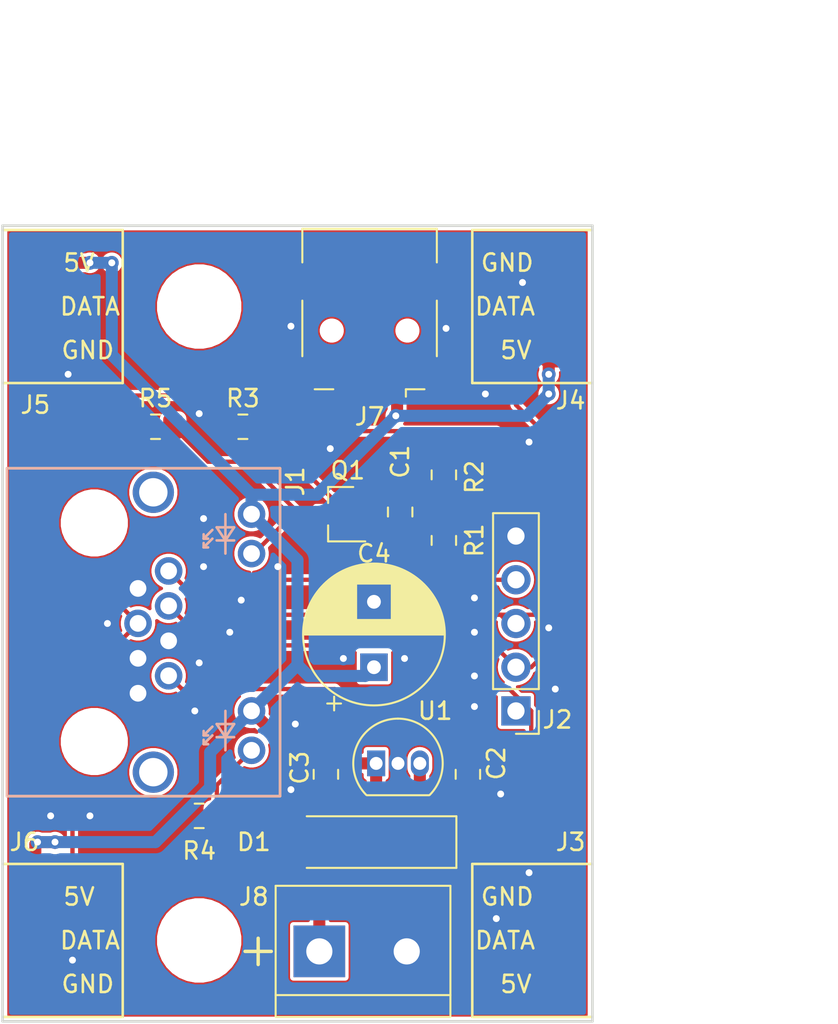
<source format=kicad_pcb>
(kicad_pcb (version 20171130) (host pcbnew 5.0.1+dfsg1-2)

  (general
    (thickness 1.6)
    (drawings 8)
    (tracks 164)
    (zones 0)
    (modules 22)
    (nets 18)
  )

  (page A4)
  (layers
    (0 F.Cu signal)
    (31 B.Cu signal)
    (32 B.Adhes user hide)
    (33 F.Adhes user hide)
    (34 B.Paste user hide)
    (35 F.Paste user hide)
    (36 B.SilkS user)
    (37 F.SilkS user)
    (38 B.Mask user hide)
    (39 F.Mask user hide)
    (40 Dwgs.User user)
    (41 Cmts.User user)
    (42 Eco1.User user hide)
    (43 Eco2.User user hide)
    (44 Edge.Cuts user)
    (45 Margin user hide)
    (46 B.CrtYd user hide)
    (47 F.CrtYd user hide)
    (48 B.Fab user hide)
    (49 F.Fab user hide)
  )

  (setup
    (last_trace_width 0.25)
    (trace_clearance 0.2)
    (zone_clearance 0.2)
    (zone_45_only no)
    (trace_min 0.2)
    (segment_width 0.2)
    (edge_width 0.2)
    (via_size 0.8)
    (via_drill 0.4)
    (via_min_size 0.4)
    (via_min_drill 0.3)
    (uvia_size 0.3)
    (uvia_drill 0.1)
    (uvias_allowed no)
    (uvia_min_size 0.2)
    (uvia_min_drill 0.1)
    (pcb_text_width 0.3)
    (pcb_text_size 1.5 1.5)
    (mod_edge_width 0.15)
    (mod_text_size 1 1)
    (mod_text_width 0.15)
    (pad_size 4.5 4.5)
    (pad_drill 4.5)
    (pad_to_mask_clearance 0.051)
    (solder_mask_min_width 0.25)
    (aux_axis_origin 0 0)
    (grid_origin 127 102.87)
    (visible_elements FFFFFF7F)
    (pcbplotparams
      (layerselection 0x010f0_ffffffff)
      (usegerberextensions true)
      (usegerberattributes false)
      (usegerberadvancedattributes false)
      (creategerberjobfile false)
      (excludeedgelayer true)
      (linewidth 0.100000)
      (plotframeref false)
      (viasonmask false)
      (mode 1)
      (useauxorigin false)
      (hpglpennumber 1)
      (hpglpenspeed 20)
      (hpglpendiameter 15.000000)
      (psnegative false)
      (psa4output false)
      (plotreference true)
      (plotvalue true)
      (plotinvisibletext false)
      (padsonsilk false)
      (subtractmaskfromsilk false)
      (outputformat 1)
      (mirror false)
      (drillshape 0)
      (scaleselection 1)
      (outputdirectory "fabrication/"))
  )

  (net 0 "")
  (net 1 GND)
  (net 2 /DATA4)
  (net 3 /DATA3)
  (net 4 /DATA2)
  (net 5 /DATA1)
  (net 6 +5V)
  (net 7 "Net-(J1-Pad9)")
  (net 8 "Net-(Q1-Pad2)")
  (net 9 "Net-(C1-Pad1)")
  (net 10 "Net-(J1-Pad11)")
  (net 11 VDC)
  (net 12 "Net-(J1-PadSH2)")
  (net 13 "Net-(J1-PadSH1)")
  (net 14 "Net-(D1-Pad2)")
  (net 15 "Net-(J7-Pad2)")
  (net 16 "Net-(J7-Pad3)")
  (net 17 "Net-(J7-Pad4)")

  (net_class Default "Dies ist die voreingestellte Netzklasse."
    (clearance 0.2)
    (trace_width 0.25)
    (via_dia 0.8)
    (via_drill 0.4)
    (uvia_dia 0.3)
    (uvia_drill 0.1)
    (add_net /DATA1)
    (add_net /DATA2)
    (add_net /DATA3)
    (add_net /DATA4)
    (add_net "Net-(C1-Pad1)")
    (add_net "Net-(J1-Pad11)")
    (add_net "Net-(J1-Pad9)")
    (add_net "Net-(J1-PadSH1)")
    (add_net "Net-(J1-PadSH2)")
    (add_net "Net-(J7-Pad2)")
    (add_net "Net-(J7-Pad3)")
    (add_net "Net-(J7-Pad4)")
    (add_net "Net-(Q1-Pad2)")
  )

  (net_class "+5V supply" ""
    (clearance 0.2)
    (trace_width 0.7)
    (via_dia 0.8)
    (via_drill 0.4)
    (uvia_dia 0.3)
    (uvia_drill 0.1)
    (add_net +5V)
    (add_net GND)
    (add_net "Net-(D1-Pad2)")
    (add_net VDC)
  )

  (module Capacitor_THT:CP_Radial_D8.0mm_P3.80mm (layer F.Cu) (tedit 5AE50EF0) (tstamp 5C049E36)
    (at 148.59 82.55 90)
    (descr "CP, Radial series, Radial, pin pitch=3.80mm, , diameter=8mm, Electrolytic Capacitor")
    (tags "CP Radial series Radial pin pitch 3.80mm  diameter 8mm Electrolytic Capacitor")
    (path /5C023B47/5C0446DB)
    (fp_text reference C4 (at 6.604 0 180) (layer F.SilkS)
      (effects (font (size 1 1) (thickness 0.15)))
    )
    (fp_text value 100uF (at 1.9 5.25 90) (layer F.Fab)
      (effects (font (size 1 1) (thickness 0.15)))
    )
    (fp_circle (center 1.9 0) (end 5.9 0) (layer F.Fab) (width 0.1))
    (fp_circle (center 1.9 0) (end 6.02 0) (layer F.SilkS) (width 0.12))
    (fp_circle (center 1.9 0) (end 6.15 0) (layer F.CrtYd) (width 0.05))
    (fp_line (start -1.526759 -1.7475) (end -0.726759 -1.7475) (layer F.Fab) (width 0.1))
    (fp_line (start -1.126759 -2.1475) (end -1.126759 -1.3475) (layer F.Fab) (width 0.1))
    (fp_line (start 1.9 -4.08) (end 1.9 4.08) (layer F.SilkS) (width 0.12))
    (fp_line (start 1.94 -4.08) (end 1.94 4.08) (layer F.SilkS) (width 0.12))
    (fp_line (start 1.98 -4.08) (end 1.98 4.08) (layer F.SilkS) (width 0.12))
    (fp_line (start 2.02 -4.079) (end 2.02 4.079) (layer F.SilkS) (width 0.12))
    (fp_line (start 2.06 -4.077) (end 2.06 4.077) (layer F.SilkS) (width 0.12))
    (fp_line (start 2.1 -4.076) (end 2.1 4.076) (layer F.SilkS) (width 0.12))
    (fp_line (start 2.14 -4.074) (end 2.14 4.074) (layer F.SilkS) (width 0.12))
    (fp_line (start 2.18 -4.071) (end 2.18 4.071) (layer F.SilkS) (width 0.12))
    (fp_line (start 2.22 -4.068) (end 2.22 4.068) (layer F.SilkS) (width 0.12))
    (fp_line (start 2.26 -4.065) (end 2.26 4.065) (layer F.SilkS) (width 0.12))
    (fp_line (start 2.3 -4.061) (end 2.3 4.061) (layer F.SilkS) (width 0.12))
    (fp_line (start 2.34 -4.057) (end 2.34 4.057) (layer F.SilkS) (width 0.12))
    (fp_line (start 2.38 -4.052) (end 2.38 4.052) (layer F.SilkS) (width 0.12))
    (fp_line (start 2.42 -4.048) (end 2.42 4.048) (layer F.SilkS) (width 0.12))
    (fp_line (start 2.46 -4.042) (end 2.46 4.042) (layer F.SilkS) (width 0.12))
    (fp_line (start 2.5 -4.037) (end 2.5 4.037) (layer F.SilkS) (width 0.12))
    (fp_line (start 2.54 -4.03) (end 2.54 4.03) (layer F.SilkS) (width 0.12))
    (fp_line (start 2.58 -4.024) (end 2.58 4.024) (layer F.SilkS) (width 0.12))
    (fp_line (start 2.621 -4.017) (end 2.621 4.017) (layer F.SilkS) (width 0.12))
    (fp_line (start 2.661 -4.01) (end 2.661 4.01) (layer F.SilkS) (width 0.12))
    (fp_line (start 2.701 -4.002) (end 2.701 4.002) (layer F.SilkS) (width 0.12))
    (fp_line (start 2.741 -3.994) (end 2.741 3.994) (layer F.SilkS) (width 0.12))
    (fp_line (start 2.781 -3.985) (end 2.781 -1.04) (layer F.SilkS) (width 0.12))
    (fp_line (start 2.781 1.04) (end 2.781 3.985) (layer F.SilkS) (width 0.12))
    (fp_line (start 2.821 -3.976) (end 2.821 -1.04) (layer F.SilkS) (width 0.12))
    (fp_line (start 2.821 1.04) (end 2.821 3.976) (layer F.SilkS) (width 0.12))
    (fp_line (start 2.861 -3.967) (end 2.861 -1.04) (layer F.SilkS) (width 0.12))
    (fp_line (start 2.861 1.04) (end 2.861 3.967) (layer F.SilkS) (width 0.12))
    (fp_line (start 2.901 -3.957) (end 2.901 -1.04) (layer F.SilkS) (width 0.12))
    (fp_line (start 2.901 1.04) (end 2.901 3.957) (layer F.SilkS) (width 0.12))
    (fp_line (start 2.941 -3.947) (end 2.941 -1.04) (layer F.SilkS) (width 0.12))
    (fp_line (start 2.941 1.04) (end 2.941 3.947) (layer F.SilkS) (width 0.12))
    (fp_line (start 2.981 -3.936) (end 2.981 -1.04) (layer F.SilkS) (width 0.12))
    (fp_line (start 2.981 1.04) (end 2.981 3.936) (layer F.SilkS) (width 0.12))
    (fp_line (start 3.021 -3.925) (end 3.021 -1.04) (layer F.SilkS) (width 0.12))
    (fp_line (start 3.021 1.04) (end 3.021 3.925) (layer F.SilkS) (width 0.12))
    (fp_line (start 3.061 -3.914) (end 3.061 -1.04) (layer F.SilkS) (width 0.12))
    (fp_line (start 3.061 1.04) (end 3.061 3.914) (layer F.SilkS) (width 0.12))
    (fp_line (start 3.101 -3.902) (end 3.101 -1.04) (layer F.SilkS) (width 0.12))
    (fp_line (start 3.101 1.04) (end 3.101 3.902) (layer F.SilkS) (width 0.12))
    (fp_line (start 3.141 -3.889) (end 3.141 -1.04) (layer F.SilkS) (width 0.12))
    (fp_line (start 3.141 1.04) (end 3.141 3.889) (layer F.SilkS) (width 0.12))
    (fp_line (start 3.181 -3.877) (end 3.181 -1.04) (layer F.SilkS) (width 0.12))
    (fp_line (start 3.181 1.04) (end 3.181 3.877) (layer F.SilkS) (width 0.12))
    (fp_line (start 3.221 -3.863) (end 3.221 -1.04) (layer F.SilkS) (width 0.12))
    (fp_line (start 3.221 1.04) (end 3.221 3.863) (layer F.SilkS) (width 0.12))
    (fp_line (start 3.261 -3.85) (end 3.261 -1.04) (layer F.SilkS) (width 0.12))
    (fp_line (start 3.261 1.04) (end 3.261 3.85) (layer F.SilkS) (width 0.12))
    (fp_line (start 3.301 -3.835) (end 3.301 -1.04) (layer F.SilkS) (width 0.12))
    (fp_line (start 3.301 1.04) (end 3.301 3.835) (layer F.SilkS) (width 0.12))
    (fp_line (start 3.341 -3.821) (end 3.341 -1.04) (layer F.SilkS) (width 0.12))
    (fp_line (start 3.341 1.04) (end 3.341 3.821) (layer F.SilkS) (width 0.12))
    (fp_line (start 3.381 -3.805) (end 3.381 -1.04) (layer F.SilkS) (width 0.12))
    (fp_line (start 3.381 1.04) (end 3.381 3.805) (layer F.SilkS) (width 0.12))
    (fp_line (start 3.421 -3.79) (end 3.421 -1.04) (layer F.SilkS) (width 0.12))
    (fp_line (start 3.421 1.04) (end 3.421 3.79) (layer F.SilkS) (width 0.12))
    (fp_line (start 3.461 -3.774) (end 3.461 -1.04) (layer F.SilkS) (width 0.12))
    (fp_line (start 3.461 1.04) (end 3.461 3.774) (layer F.SilkS) (width 0.12))
    (fp_line (start 3.501 -3.757) (end 3.501 -1.04) (layer F.SilkS) (width 0.12))
    (fp_line (start 3.501 1.04) (end 3.501 3.757) (layer F.SilkS) (width 0.12))
    (fp_line (start 3.541 -3.74) (end 3.541 -1.04) (layer F.SilkS) (width 0.12))
    (fp_line (start 3.541 1.04) (end 3.541 3.74) (layer F.SilkS) (width 0.12))
    (fp_line (start 3.581 -3.722) (end 3.581 -1.04) (layer F.SilkS) (width 0.12))
    (fp_line (start 3.581 1.04) (end 3.581 3.722) (layer F.SilkS) (width 0.12))
    (fp_line (start 3.621 -3.704) (end 3.621 -1.04) (layer F.SilkS) (width 0.12))
    (fp_line (start 3.621 1.04) (end 3.621 3.704) (layer F.SilkS) (width 0.12))
    (fp_line (start 3.661 -3.686) (end 3.661 -1.04) (layer F.SilkS) (width 0.12))
    (fp_line (start 3.661 1.04) (end 3.661 3.686) (layer F.SilkS) (width 0.12))
    (fp_line (start 3.701 -3.666) (end 3.701 -1.04) (layer F.SilkS) (width 0.12))
    (fp_line (start 3.701 1.04) (end 3.701 3.666) (layer F.SilkS) (width 0.12))
    (fp_line (start 3.741 -3.647) (end 3.741 -1.04) (layer F.SilkS) (width 0.12))
    (fp_line (start 3.741 1.04) (end 3.741 3.647) (layer F.SilkS) (width 0.12))
    (fp_line (start 3.781 -3.627) (end 3.781 -1.04) (layer F.SilkS) (width 0.12))
    (fp_line (start 3.781 1.04) (end 3.781 3.627) (layer F.SilkS) (width 0.12))
    (fp_line (start 3.821 -3.606) (end 3.821 -1.04) (layer F.SilkS) (width 0.12))
    (fp_line (start 3.821 1.04) (end 3.821 3.606) (layer F.SilkS) (width 0.12))
    (fp_line (start 3.861 -3.584) (end 3.861 -1.04) (layer F.SilkS) (width 0.12))
    (fp_line (start 3.861 1.04) (end 3.861 3.584) (layer F.SilkS) (width 0.12))
    (fp_line (start 3.901 -3.562) (end 3.901 -1.04) (layer F.SilkS) (width 0.12))
    (fp_line (start 3.901 1.04) (end 3.901 3.562) (layer F.SilkS) (width 0.12))
    (fp_line (start 3.941 -3.54) (end 3.941 -1.04) (layer F.SilkS) (width 0.12))
    (fp_line (start 3.941 1.04) (end 3.941 3.54) (layer F.SilkS) (width 0.12))
    (fp_line (start 3.981 -3.517) (end 3.981 -1.04) (layer F.SilkS) (width 0.12))
    (fp_line (start 3.981 1.04) (end 3.981 3.517) (layer F.SilkS) (width 0.12))
    (fp_line (start 4.021 -3.493) (end 4.021 -1.04) (layer F.SilkS) (width 0.12))
    (fp_line (start 4.021 1.04) (end 4.021 3.493) (layer F.SilkS) (width 0.12))
    (fp_line (start 4.061 -3.469) (end 4.061 -1.04) (layer F.SilkS) (width 0.12))
    (fp_line (start 4.061 1.04) (end 4.061 3.469) (layer F.SilkS) (width 0.12))
    (fp_line (start 4.101 -3.444) (end 4.101 -1.04) (layer F.SilkS) (width 0.12))
    (fp_line (start 4.101 1.04) (end 4.101 3.444) (layer F.SilkS) (width 0.12))
    (fp_line (start 4.141 -3.418) (end 4.141 -1.04) (layer F.SilkS) (width 0.12))
    (fp_line (start 4.141 1.04) (end 4.141 3.418) (layer F.SilkS) (width 0.12))
    (fp_line (start 4.181 -3.392) (end 4.181 -1.04) (layer F.SilkS) (width 0.12))
    (fp_line (start 4.181 1.04) (end 4.181 3.392) (layer F.SilkS) (width 0.12))
    (fp_line (start 4.221 -3.365) (end 4.221 -1.04) (layer F.SilkS) (width 0.12))
    (fp_line (start 4.221 1.04) (end 4.221 3.365) (layer F.SilkS) (width 0.12))
    (fp_line (start 4.261 -3.338) (end 4.261 -1.04) (layer F.SilkS) (width 0.12))
    (fp_line (start 4.261 1.04) (end 4.261 3.338) (layer F.SilkS) (width 0.12))
    (fp_line (start 4.301 -3.309) (end 4.301 -1.04) (layer F.SilkS) (width 0.12))
    (fp_line (start 4.301 1.04) (end 4.301 3.309) (layer F.SilkS) (width 0.12))
    (fp_line (start 4.341 -3.28) (end 4.341 -1.04) (layer F.SilkS) (width 0.12))
    (fp_line (start 4.341 1.04) (end 4.341 3.28) (layer F.SilkS) (width 0.12))
    (fp_line (start 4.381 -3.25) (end 4.381 -1.04) (layer F.SilkS) (width 0.12))
    (fp_line (start 4.381 1.04) (end 4.381 3.25) (layer F.SilkS) (width 0.12))
    (fp_line (start 4.421 -3.22) (end 4.421 -1.04) (layer F.SilkS) (width 0.12))
    (fp_line (start 4.421 1.04) (end 4.421 3.22) (layer F.SilkS) (width 0.12))
    (fp_line (start 4.461 -3.189) (end 4.461 -1.04) (layer F.SilkS) (width 0.12))
    (fp_line (start 4.461 1.04) (end 4.461 3.189) (layer F.SilkS) (width 0.12))
    (fp_line (start 4.501 -3.156) (end 4.501 -1.04) (layer F.SilkS) (width 0.12))
    (fp_line (start 4.501 1.04) (end 4.501 3.156) (layer F.SilkS) (width 0.12))
    (fp_line (start 4.541 -3.124) (end 4.541 -1.04) (layer F.SilkS) (width 0.12))
    (fp_line (start 4.541 1.04) (end 4.541 3.124) (layer F.SilkS) (width 0.12))
    (fp_line (start 4.581 -3.09) (end 4.581 -1.04) (layer F.SilkS) (width 0.12))
    (fp_line (start 4.581 1.04) (end 4.581 3.09) (layer F.SilkS) (width 0.12))
    (fp_line (start 4.621 -3.055) (end 4.621 -1.04) (layer F.SilkS) (width 0.12))
    (fp_line (start 4.621 1.04) (end 4.621 3.055) (layer F.SilkS) (width 0.12))
    (fp_line (start 4.661 -3.019) (end 4.661 -1.04) (layer F.SilkS) (width 0.12))
    (fp_line (start 4.661 1.04) (end 4.661 3.019) (layer F.SilkS) (width 0.12))
    (fp_line (start 4.701 -2.983) (end 4.701 -1.04) (layer F.SilkS) (width 0.12))
    (fp_line (start 4.701 1.04) (end 4.701 2.983) (layer F.SilkS) (width 0.12))
    (fp_line (start 4.741 -2.945) (end 4.741 -1.04) (layer F.SilkS) (width 0.12))
    (fp_line (start 4.741 1.04) (end 4.741 2.945) (layer F.SilkS) (width 0.12))
    (fp_line (start 4.781 -2.907) (end 4.781 -1.04) (layer F.SilkS) (width 0.12))
    (fp_line (start 4.781 1.04) (end 4.781 2.907) (layer F.SilkS) (width 0.12))
    (fp_line (start 4.821 -2.867) (end 4.821 -1.04) (layer F.SilkS) (width 0.12))
    (fp_line (start 4.821 1.04) (end 4.821 2.867) (layer F.SilkS) (width 0.12))
    (fp_line (start 4.861 -2.826) (end 4.861 2.826) (layer F.SilkS) (width 0.12))
    (fp_line (start 4.901 -2.784) (end 4.901 2.784) (layer F.SilkS) (width 0.12))
    (fp_line (start 4.941 -2.741) (end 4.941 2.741) (layer F.SilkS) (width 0.12))
    (fp_line (start 4.981 -2.697) (end 4.981 2.697) (layer F.SilkS) (width 0.12))
    (fp_line (start 5.021 -2.651) (end 5.021 2.651) (layer F.SilkS) (width 0.12))
    (fp_line (start 5.061 -2.604) (end 5.061 2.604) (layer F.SilkS) (width 0.12))
    (fp_line (start 5.101 -2.556) (end 5.101 2.556) (layer F.SilkS) (width 0.12))
    (fp_line (start 5.141 -2.505) (end 5.141 2.505) (layer F.SilkS) (width 0.12))
    (fp_line (start 5.181 -2.454) (end 5.181 2.454) (layer F.SilkS) (width 0.12))
    (fp_line (start 5.221 -2.4) (end 5.221 2.4) (layer F.SilkS) (width 0.12))
    (fp_line (start 5.261 -2.345) (end 5.261 2.345) (layer F.SilkS) (width 0.12))
    (fp_line (start 5.301 -2.287) (end 5.301 2.287) (layer F.SilkS) (width 0.12))
    (fp_line (start 5.341 -2.228) (end 5.341 2.228) (layer F.SilkS) (width 0.12))
    (fp_line (start 5.381 -2.166) (end 5.381 2.166) (layer F.SilkS) (width 0.12))
    (fp_line (start 5.421 -2.102) (end 5.421 2.102) (layer F.SilkS) (width 0.12))
    (fp_line (start 5.461 -2.034) (end 5.461 2.034) (layer F.SilkS) (width 0.12))
    (fp_line (start 5.501 -1.964) (end 5.501 1.964) (layer F.SilkS) (width 0.12))
    (fp_line (start 5.541 -1.89) (end 5.541 1.89) (layer F.SilkS) (width 0.12))
    (fp_line (start 5.581 -1.813) (end 5.581 1.813) (layer F.SilkS) (width 0.12))
    (fp_line (start 5.621 -1.731) (end 5.621 1.731) (layer F.SilkS) (width 0.12))
    (fp_line (start 5.661 -1.645) (end 5.661 1.645) (layer F.SilkS) (width 0.12))
    (fp_line (start 5.701 -1.552) (end 5.701 1.552) (layer F.SilkS) (width 0.12))
    (fp_line (start 5.741 -1.453) (end 5.741 1.453) (layer F.SilkS) (width 0.12))
    (fp_line (start 5.781 -1.346) (end 5.781 1.346) (layer F.SilkS) (width 0.12))
    (fp_line (start 5.821 -1.229) (end 5.821 1.229) (layer F.SilkS) (width 0.12))
    (fp_line (start 5.861 -1.098) (end 5.861 1.098) (layer F.SilkS) (width 0.12))
    (fp_line (start 5.901 -0.948) (end 5.901 0.948) (layer F.SilkS) (width 0.12))
    (fp_line (start 5.941 -0.768) (end 5.941 0.768) (layer F.SilkS) (width 0.12))
    (fp_line (start 5.981 -0.533) (end 5.981 0.533) (layer F.SilkS) (width 0.12))
    (fp_line (start -2.509698 -2.315) (end -1.709698 -2.315) (layer F.SilkS) (width 0.12))
    (fp_line (start -2.109698 -2.715) (end -2.109698 -1.915) (layer F.SilkS) (width 0.12))
    (fp_text user %R (at 1.9 0 90) (layer F.Fab)
      (effects (font (size 1 1) (thickness 0.15)))
    )
    (pad 1 thru_hole rect (at 0 0 90) (size 1.6 1.6) (drill 0.8) (layers *.Cu *.Mask)
      (net 6 +5V))
    (pad 2 thru_hole circle (at 3.8 0 90) (size 1.6 1.6) (drill 0.8) (layers *.Cu *.Mask)
      (net 1 GND))
    (model ${KISYS3DMOD}/Capacitor_THT.3dshapes/CP_Radial_D8.0mm_P3.80mm.wrl
      (at (xyz 0 0 0))
      (scale (xyz 1 1 1))
      (rotate (xyz 0 0 0))
    )
  )

  (module Capacitor_SMD:C_0805_2012Metric_Pad1.15x1.40mm_HandSolder (layer F.Cu) (tedit 5B36C52B) (tstamp 5C04D1CD)
    (at 150.114 73.533 90)
    (descr "Capacitor SMD 0805 (2012 Metric), square (rectangular) end terminal, IPC_7351 nominal with elongated pad for handsoldering. (Body size source: https://docs.google.com/spreadsheets/d/1BsfQQcO9C6DZCsRaXUlFlo91Tg2WpOkGARC1WS5S8t0/edit?usp=sharing), generated with kicad-footprint-generator")
    (tags "capacitor handsolder")
    (path /5C0200A9)
    (attr smd)
    (fp_text reference C1 (at 2.921 0 90) (layer F.SilkS)
      (effects (font (size 1 1) (thickness 0.15)))
    )
    (fp_text value 1nF (at 0 1.65 90) (layer F.Fab)
      (effects (font (size 1 1) (thickness 0.15)))
    )
    (fp_line (start -1 0.6) (end -1 -0.6) (layer F.Fab) (width 0.1))
    (fp_line (start -1 -0.6) (end 1 -0.6) (layer F.Fab) (width 0.1))
    (fp_line (start 1 -0.6) (end 1 0.6) (layer F.Fab) (width 0.1))
    (fp_line (start 1 0.6) (end -1 0.6) (layer F.Fab) (width 0.1))
    (fp_line (start -0.261252 -0.71) (end 0.261252 -0.71) (layer F.SilkS) (width 0.12))
    (fp_line (start -0.261252 0.71) (end 0.261252 0.71) (layer F.SilkS) (width 0.12))
    (fp_line (start -1.85 0.95) (end -1.85 -0.95) (layer F.CrtYd) (width 0.05))
    (fp_line (start -1.85 -0.95) (end 1.85 -0.95) (layer F.CrtYd) (width 0.05))
    (fp_line (start 1.85 -0.95) (end 1.85 0.95) (layer F.CrtYd) (width 0.05))
    (fp_line (start 1.85 0.95) (end -1.85 0.95) (layer F.CrtYd) (width 0.05))
    (fp_text user %R (at 0 0 90) (layer F.Fab)
      (effects (font (size 0.5 0.5) (thickness 0.08)))
    )
    (pad 1 smd roundrect (at -1.025 0 90) (size 1.15 1.4) (layers F.Cu F.Paste F.Mask) (roundrect_rratio 0.217391)
      (net 9 "Net-(C1-Pad1)"))
    (pad 2 smd roundrect (at 1.025 0 90) (size 1.15 1.4) (layers F.Cu F.Paste F.Mask) (roundrect_rratio 0.217391)
      (net 1 GND))
    (model ${KISYS3DMOD}/Capacitor_SMD.3dshapes/C_0805_2012Metric.wrl
      (at (xyz 0 0 0))
      (scale (xyz 1 1 1))
      (rotate (xyz 0 0 0))
    )
  )

  (module Matthias:WS6812-SK6812 (layer F.Cu) (tedit 5C01C153) (tstamp 5C048184)
    (at 159.385 98.425 90)
    (path /5BD1B488)
    (fp_text reference J3 (at 5.715 0.635 180) (layer F.SilkS)
      (effects (font (size 1 1) (thickness 0.15)))
    )
    (fp_text value Conn_01x03 (at 0 5.08 90) (layer F.Fab)
      (effects (font (size 1 1) (thickness 0.15)))
    )
    (fp_line (start -4.445 -5.08) (end -4.445 1.905) (layer F.SilkS) (width 0.15))
    (fp_line (start 4.445 -5.08) (end -4.445 -5.08) (layer F.SilkS) (width 0.15))
    (fp_line (start 4.445 1.905) (end 4.445 -5.08) (layer F.SilkS) (width 0.15))
    (fp_text user GND (at 2.54 -3.048 -180) (layer F.SilkS)
      (effects (font (size 1 1) (thickness 0.15)))
    )
    (fp_text user DATA (at 0 -3.175 -180) (layer F.SilkS)
      (effects (font (size 1 1) (thickness 0.15)))
    )
    (fp_text user 5V (at -2.54 -2.54 -180) (layer F.SilkS)
      (effects (font (size 1 1) (thickness 0.15)))
    )
    (pad 3 smd roundrect (at 2.54 0 90) (size 2 2.4) (layers F.Cu F.Paste F.Mask) (roundrect_rratio 0.25)
      (net 1 GND))
    (pad 2 smd roundrect (at 0 0 90) (size 2 2.4) (layers F.Cu F.Paste F.Mask) (roundrect_rratio 0.25)
      (net 5 /DATA1))
    (pad 1 smd roundrect (at -2.54 0 90) (size 2 2.4) (layers F.Cu F.Paste F.Mask) (roundrect_rratio 0.25)
      (net 6 +5V))
  )

  (module Matthias:WS6812-SK6812 (layer F.Cu) (tedit 5C01C153) (tstamp 5C04D07D)
    (at 159.385 61.595 90)
    (path /5BD1B545)
    (fp_text reference J4 (at -5.461 0.635) (layer F.SilkS)
      (effects (font (size 1 1) (thickness 0.15)))
    )
    (fp_text value Conn_01x03 (at 0 5.08 90) (layer F.Fab)
      (effects (font (size 1 1) (thickness 0.15)))
    )
    (fp_text user 5V (at -2.54 -2.54 180) (layer F.SilkS)
      (effects (font (size 1 1) (thickness 0.15)))
    )
    (fp_text user DATA (at 0 -3.175 180) (layer F.SilkS)
      (effects (font (size 1 1) (thickness 0.15)))
    )
    (fp_text user GND (at 2.54 -3.048 180) (layer F.SilkS)
      (effects (font (size 1 1) (thickness 0.15)))
    )
    (fp_line (start 4.445 1.905) (end 4.445 -5.08) (layer F.SilkS) (width 0.15))
    (fp_line (start 4.445 -5.08) (end -4.445 -5.08) (layer F.SilkS) (width 0.15))
    (fp_line (start -4.445 -5.08) (end -4.445 1.905) (layer F.SilkS) (width 0.15))
    (pad 1 smd roundrect (at -2.54 0 90) (size 2 2.4) (layers F.Cu F.Paste F.Mask) (roundrect_rratio 0.25)
      (net 6 +5V))
    (pad 2 smd roundrect (at 0 0 90) (size 2 2.4) (layers F.Cu F.Paste F.Mask) (roundrect_rratio 0.25)
      (net 4 /DATA2))
    (pad 3 smd roundrect (at 2.54 0 90) (size 2 2.4) (layers F.Cu F.Paste F.Mask) (roundrect_rratio 0.25)
      (net 1 GND))
  )

  (module Matthias:WS6812-SK6812 (layer F.Cu) (tedit 5C01C153) (tstamp 5C04D070)
    (at 128.905 61.595 270)
    (path /5BD1B579)
    (fp_text reference J5 (at 5.715 0) (layer F.SilkS)
      (effects (font (size 1 1) (thickness 0.15)))
    )
    (fp_text value Conn_01x03 (at 0 5.08 270) (layer F.Fab)
      (effects (font (size 1 1) (thickness 0.15)))
    )
    (fp_line (start -4.445 -5.08) (end -4.445 1.905) (layer F.SilkS) (width 0.15))
    (fp_line (start 4.445 -5.08) (end -4.445 -5.08) (layer F.SilkS) (width 0.15))
    (fp_line (start 4.445 1.905) (end 4.445 -5.08) (layer F.SilkS) (width 0.15))
    (fp_text user GND (at 2.54 -3.048) (layer F.SilkS)
      (effects (font (size 1 1) (thickness 0.15)))
    )
    (fp_text user DATA (at 0 -3.175) (layer F.SilkS)
      (effects (font (size 1 1) (thickness 0.15)))
    )
    (fp_text user 5V (at -2.54 -2.54) (layer F.SilkS)
      (effects (font (size 1 1) (thickness 0.15)))
    )
    (pad 3 smd roundrect (at 2.54 0 270) (size 2 2.4) (layers F.Cu F.Paste F.Mask) (roundrect_rratio 0.25)
      (net 1 GND))
    (pad 2 smd roundrect (at 0 0 270) (size 2 2.4) (layers F.Cu F.Paste F.Mask) (roundrect_rratio 0.25)
      (net 3 /DATA3))
    (pad 1 smd roundrect (at -2.54 0 270) (size 2 2.4) (layers F.Cu F.Paste F.Mask) (roundrect_rratio 0.25)
      (net 6 +5V))
  )

  (module Matthias:WS6812-SK6812 (layer F.Cu) (tedit 5C01C153) (tstamp 5C04D063)
    (at 128.905 98.425 270)
    (path /5BD1B5AD)
    (fp_text reference J6 (at -5.715 0.635) (layer F.SilkS)
      (effects (font (size 1 1) (thickness 0.15)))
    )
    (fp_text value Conn_01x03 (at 0 5.08 270) (layer F.Fab)
      (effects (font (size 1 1) (thickness 0.15)))
    )
    (fp_text user 5V (at -2.54 -2.54) (layer F.SilkS)
      (effects (font (size 1 1) (thickness 0.15)))
    )
    (fp_text user DATA (at 0 -3.175) (layer F.SilkS)
      (effects (font (size 1 1) (thickness 0.15)))
    )
    (fp_text user GND (at 2.54 -3.048) (layer F.SilkS)
      (effects (font (size 1 1) (thickness 0.15)))
    )
    (fp_line (start 4.445 1.905) (end 4.445 -5.08) (layer F.SilkS) (width 0.15))
    (fp_line (start 4.445 -5.08) (end -4.445 -5.08) (layer F.SilkS) (width 0.15))
    (fp_line (start -4.445 -5.08) (end -4.445 1.905) (layer F.SilkS) (width 0.15))
    (pad 1 smd roundrect (at -2.54 0 270) (size 2 2.4) (layers F.Cu F.Paste F.Mask) (roundrect_rratio 0.25)
      (net 6 +5V))
    (pad 2 smd roundrect (at 0 0 270) (size 2 2.4) (layers F.Cu F.Paste F.Mask) (roundrect_rratio 0.25)
      (net 2 /DATA4))
    (pad 3 smd roundrect (at 2.54 0 270) (size 2 2.4) (layers F.Cu F.Paste F.Mask) (roundrect_rratio 0.25)
      (net 1 GND))
  )

  (module Connector_PinHeader_2.54mm:PinHeader_1x05_P2.54mm_Vertical (layer F.Cu) (tedit 59FED5CC) (tstamp 5C046D19)
    (at 156.845 85.09 180)
    (descr "Through hole straight pin header, 1x05, 2.54mm pitch, single row")
    (tags "Through hole pin header THT 1x05 2.54mm single row")
    (path /5C029842)
    (fp_text reference J2 (at -2.413 -0.508 180) (layer F.SilkS)
      (effects (font (size 1 1) (thickness 0.15)))
    )
    (fp_text value Conn_01x05 (at 0 12.49 180) (layer F.Fab)
      (effects (font (size 1 1) (thickness 0.15)))
    )
    (fp_line (start -0.635 -1.27) (end 1.27 -1.27) (layer F.Fab) (width 0.1))
    (fp_line (start 1.27 -1.27) (end 1.27 11.43) (layer F.Fab) (width 0.1))
    (fp_line (start 1.27 11.43) (end -1.27 11.43) (layer F.Fab) (width 0.1))
    (fp_line (start -1.27 11.43) (end -1.27 -0.635) (layer F.Fab) (width 0.1))
    (fp_line (start -1.27 -0.635) (end -0.635 -1.27) (layer F.Fab) (width 0.1))
    (fp_line (start -1.33 11.49) (end 1.33 11.49) (layer F.SilkS) (width 0.12))
    (fp_line (start -1.33 1.27) (end -1.33 11.49) (layer F.SilkS) (width 0.12))
    (fp_line (start 1.33 1.27) (end 1.33 11.49) (layer F.SilkS) (width 0.12))
    (fp_line (start -1.33 1.27) (end 1.33 1.27) (layer F.SilkS) (width 0.12))
    (fp_line (start -1.33 0) (end -1.33 -1.33) (layer F.SilkS) (width 0.12))
    (fp_line (start -1.33 -1.33) (end 0 -1.33) (layer F.SilkS) (width 0.12))
    (fp_line (start -1.8 -1.8) (end -1.8 11.95) (layer F.CrtYd) (width 0.05))
    (fp_line (start -1.8 11.95) (end 1.8 11.95) (layer F.CrtYd) (width 0.05))
    (fp_line (start 1.8 11.95) (end 1.8 -1.8) (layer F.CrtYd) (width 0.05))
    (fp_line (start 1.8 -1.8) (end -1.8 -1.8) (layer F.CrtYd) (width 0.05))
    (fp_text user %R (at 0 5.08 270) (layer F.Fab)
      (effects (font (size 1 1) (thickness 0.15)))
    )
    (pad 1 thru_hole rect (at 0 0 180) (size 1.7 1.7) (drill 1) (layers *.Cu *.Mask)
      (net 5 /DATA1))
    (pad 2 thru_hole oval (at 0 2.54 180) (size 1.7 1.7) (drill 1) (layers *.Cu *.Mask)
      (net 4 /DATA2))
    (pad 3 thru_hole oval (at 0 5.08 180) (size 1.7 1.7) (drill 1) (layers *.Cu *.Mask)
      (net 3 /DATA3))
    (pad 4 thru_hole oval (at 0 7.62 180) (size 1.7 1.7) (drill 1) (layers *.Cu *.Mask)
      (net 2 /DATA4))
    (pad 5 thru_hole oval (at 0 10.16 180) (size 1.7 1.7) (drill 1) (layers *.Cu *.Mask)
      (net 1 GND))
    (model ${KISYS3DMOD}/Connector_PinHeader_2.54mm.3dshapes/PinHeader_1x05_P2.54mm_Vertical.wrl
      (at (xyz 0 0 0))
      (scale (xyz 1 1 1))
      (rotate (xyz 0 0 0))
    )
  )

  (module Matthias:TE-Connectivity-406549-6 (layer F.Cu) (tedit 5BE16C3A) (tstamp 5C02D5F5)
    (at 132.334 80.518 270)
    (path /5BFD4914)
    (fp_text reference J1 (at -8.763 -11.684 270) (layer F.SilkS)
      (effects (font (size 1 1) (thickness 0.15)))
    )
    (fp_text value TE-Connectivity-406549-6 (at 0 6.985 270) (layer F.Fab)
      (effects (font (size 1 1) (thickness 0.15)))
    )
    (fp_line (start 6.500809 -6.354987) (end 6.246809 -6.354987) (layer B.SilkS) (width 0.15))
    (fp_line (start 6.500809 -6.608987) (end 6.500809 -6.354987) (layer B.SilkS) (width 0.15))
    (fp_line (start 6.500809 -6.354987) (end 6.500809 -6.608987) (layer B.SilkS) (width 0.15))
    (fp_line (start 5.992809 -6.862987) (end 6.500809 -6.354987) (layer B.SilkS) (width 0.15))
    (fp_line (start 5.992809 -6.354987) (end 5.738809 -6.354987) (layer B.SilkS) (width 0.15))
    (fp_line (start 5.992809 -6.608987) (end 5.992809 -6.354987) (layer B.SilkS) (width 0.15))
    (fp_line (start 5.992809 -6.354987) (end 5.992809 -6.608987) (layer B.SilkS) (width 0.15))
    (fp_line (start 5.484809 -6.862987) (end 5.992809 -6.354987) (layer B.SilkS) (width 0.15))
    (fp_line (start 6.096 -8.128) (end 6.096 -7.112) (layer B.SilkS) (width 0.15))
    (fp_line (start 6.096 -7.62) (end 5.334 -8.128) (layer B.SilkS) (width 0.15))
    (fp_line (start 5.334 -7.112) (end 6.096 -7.62) (layer B.SilkS) (width 0.15))
    (fp_line (start 5.334 -8.128) (end 5.334 -7.112) (layer B.SilkS) (width 0.15))
    (fp_line (start 4.572 -7.62) (end 6.858 -7.62) (layer B.SilkS) (width 0.15))
    (fp_line (start 9.525 5.08) (end 9.525 -10.795) (layer B.SilkS) (width 0.15))
    (fp_line (start -9.525 -10.795) (end -9.525 5.08) (layer B.SilkS) (width 0.15))
    (fp_line (start 9.525 -10.795) (end -9.525 -10.795) (layer B.SilkS) (width 0.15))
    (fp_line (start -9.525 5.08) (end 9.525 5.08) (layer B.SilkS) (width 0.15))
    (fp_line (start 9.525 5.08) (end 9.525 -10.795) (layer F.SilkS) (width 0.15))
    (fp_line (start -9.525 -10.795) (end -9.525 5.08) (layer F.SilkS) (width 0.15))
    (fp_line (start 9.525 -10.795) (end -9.525 -10.795) (layer F.SilkS) (width 0.15))
    (fp_line (start -9.525 5.08) (end 9.525 5.08) (layer F.SilkS) (width 0.15))
    (fp_line (start 9.525 5.08) (end 9.525 -10.795) (layer F.CrtYd) (width 0.15))
    (fp_line (start -9.525 -10.795) (end -9.525 5.08) (layer F.CrtYd) (width 0.15))
    (fp_line (start 9.525 -10.795) (end -9.525 -10.795) (layer F.CrtYd) (width 0.15))
    (fp_line (start -9.525 5.08) (end 9.525 5.08) (layer F.CrtYd) (width 0.15))
    (fp_line (start -5.437191 -6.354987) (end -5.437191 -6.608987) (layer B.SilkS) (width 0.15))
    (fp_line (start -5.437191 -6.608987) (end -5.437191 -6.354987) (layer B.SilkS) (width 0.15))
    (fp_line (start -5.437191 -6.354987) (end -5.691191 -6.354987) (layer B.SilkS) (width 0.15))
    (fp_line (start -6.858 -7.62) (end -4.572 -7.62) (layer B.SilkS) (width 0.15))
    (fp_line (start -6.096 -8.128) (end -6.096 -7.112) (layer B.SilkS) (width 0.15))
    (fp_line (start -6.096 -7.112) (end -5.334 -7.62) (layer B.SilkS) (width 0.15))
    (fp_line (start -5.945191 -6.862987) (end -5.437191 -6.354987) (layer B.SilkS) (width 0.15))
    (fp_line (start -5.334 -7.62) (end -6.096 -8.128) (layer B.SilkS) (width 0.15))
    (fp_line (start -4.929191 -6.354987) (end -5.183191 -6.354987) (layer B.SilkS) (width 0.15))
    (fp_line (start -4.929191 -6.608987) (end -4.929191 -6.354987) (layer B.SilkS) (width 0.15))
    (fp_line (start -5.437191 -6.862987) (end -4.929191 -6.354987) (layer B.SilkS) (width 0.15))
    (fp_line (start -4.929191 -6.354987) (end -4.929191 -6.608987) (layer B.SilkS) (width 0.15))
    (fp_line (start -5.334 -8.128) (end -5.334 -7.112) (layer B.SilkS) (width 0.15))
    (pad 12 thru_hole circle (at -6.86 -9.14 270) (size 1.6 1.6) (drill 0.97) (layers *.Cu *.Mask)
      (net 6 +5V))
    (pad 11 thru_hole circle (at -4.57 -9.14 270) (size 1.6 1.6) (drill 0.97) (layers *.Cu *.Mask)
      (net 10 "Net-(J1-Pad11)"))
    (pad 10 thru_hole circle (at 4.57 -9.14 270) (size 1.6 1.6) (drill 0.97) (layers *.Cu *.Mask)
      (net 6 +5V))
    (pad 9 thru_hole circle (at 6.86 -9.14 270) (size 1.6 1.6) (drill 0.97) (layers *.Cu *.Mask)
      (net 7 "Net-(J1-Pad9)"))
    (pad 8 thru_hole circle (at -3.56 -4.32 270) (size 1.6 1.6) (drill 0.97) (layers *.Cu *.Mask)
      (net 3 /DATA3))
    (pad 7 thru_hole circle (at -2.545 -2.54 270) (size 1.6 1.6) (drill 0.97) (layers *.Cu *.Mask)
      (net 1 GND))
    (pad 6 thru_hole circle (at -1.53 -4.32 270) (size 1.6 1.6) (drill 0.97) (layers *.Cu *.Mask)
      (net 4 /DATA2))
    (pad 5 thru_hole circle (at -0.515 -2.54 270) (size 1.6 1.6) (drill 0.97) (layers *.Cu *.Mask)
      (net 2 /DATA4))
    (pad 4 thru_hole circle (at 0.5 -4.32 270) (size 1.6 1.6) (drill 0.97) (layers *.Cu *.Mask)
      (net 1 GND))
    (pad 3 thru_hole circle (at 1.515 -2.54 270) (size 1.6 1.6) (drill 0.97) (layers *.Cu *.Mask)
      (net 1 GND))
    (pad 2 thru_hole circle (at 2.53 -4.32 270) (size 1.6 1.6) (drill 0.97) (layers *.Cu *.Mask)
      (net 5 /DATA1))
    (pad 1 thru_hole circle (at 3.545 -2.54 270) (size 1.6 1.6) (drill 0.97) (layers *.Cu *.Mask)
      (net 1 GND))
    (pad SH2 thru_hole circle (at -8.13 -3.43 270) (size 2.4 2.4) (drill 1.65) (layers *.Cu *.Mask)
      (net 12 "Net-(J1-PadSH2)"))
    (pad SH1 thru_hole circle (at 8.13 -3.43 270) (size 2.4 2.4) (drill 1.65) (layers *.Cu *.Mask)
      (net 13 "Net-(J1-PadSH1)"))
    (pad H2 np_thru_hole circle (at -6.35 0 270) (size 3.5 3.5) (drill 3.5) (layers *.Cu *.Mask))
    (pad H1 np_thru_hole circle (at 6.35 0 270) (size 3.5 3.5) (drill 3.5) (layers *.Cu *.Mask))
    (model /home/code/kicad/libraries/Matthias/3d-models/te-406549-6-r4-3d.stp
      (offset (xyz 0 -5.28 6.5))
      (scale (xyz 1 1 1))
      (rotate (xyz -90 0 0))
    )
  )

  (module TerminalBlock:TerminalBlock_bornier-2_P5.08mm (layer F.Cu) (tedit 59FF03AB) (tstamp 5C06ADAA)
    (at 145.415 99.06)
    (descr "simple 2-pin terminal block, pitch 5.08mm, revamped version of bornier2")
    (tags "terminal block bornier2")
    (path /5C023B47/5C031E23)
    (fp_text reference J8 (at -3.81 -3.175) (layer F.SilkS)
      (effects (font (size 1 1) (thickness 0.15)))
    )
    (fp_text value Screw_Terminal_01x02 (at 2.54 5.08) (layer F.Fab)
      (effects (font (size 1 1) (thickness 0.15)))
    )
    (fp_text user %R (at 2.54 0) (layer F.Fab)
      (effects (font (size 1 1) (thickness 0.15)))
    )
    (fp_line (start -2.41 2.55) (end 7.49 2.55) (layer F.Fab) (width 0.1))
    (fp_line (start -2.46 -3.75) (end -2.46 3.75) (layer F.Fab) (width 0.1))
    (fp_line (start -2.46 3.75) (end 7.54 3.75) (layer F.Fab) (width 0.1))
    (fp_line (start 7.54 3.75) (end 7.54 -3.75) (layer F.Fab) (width 0.1))
    (fp_line (start 7.54 -3.75) (end -2.46 -3.75) (layer F.Fab) (width 0.1))
    (fp_line (start 7.62 2.54) (end -2.54 2.54) (layer F.SilkS) (width 0.12))
    (fp_line (start 7.62 3.81) (end 7.62 -3.81) (layer F.SilkS) (width 0.12))
    (fp_line (start 7.62 -3.81) (end -2.54 -3.81) (layer F.SilkS) (width 0.12))
    (fp_line (start -2.54 -3.81) (end -2.54 3.81) (layer F.SilkS) (width 0.12))
    (fp_line (start -2.54 3.81) (end 7.62 3.81) (layer F.SilkS) (width 0.12))
    (fp_line (start -2.71 -4) (end 7.79 -4) (layer F.CrtYd) (width 0.05))
    (fp_line (start -2.71 -4) (end -2.71 4) (layer F.CrtYd) (width 0.05))
    (fp_line (start 7.79 4) (end 7.79 -4) (layer F.CrtYd) (width 0.05))
    (fp_line (start 7.79 4) (end -2.71 4) (layer F.CrtYd) (width 0.05))
    (pad 1 thru_hole rect (at 0 0) (size 3 3) (drill 1.52) (layers *.Cu *.Mask)
      (net 14 "Net-(D1-Pad2)"))
    (pad 2 thru_hole circle (at 5.08 0) (size 3 3) (drill 1.52) (layers *.Cu *.Mask)
      (net 1 GND))
    (model ${KISYS3DMOD}/TerminalBlock.3dshapes/TerminalBlock_bornier-2_P5.08mm.wrl
      (offset (xyz 2.539999961853027 0 0))
      (scale (xyz 1 1 1))
      (rotate (xyz 0 0 0))
    )
  )

  (module Capacitor_SMD:C_0805_2012Metric_Pad1.15x1.40mm_HandSolder (layer F.Cu) (tedit 5B36C52B) (tstamp 5C044886)
    (at 154.051 88.773 90)
    (descr "Capacitor SMD 0805 (2012 Metric), square (rectangular) end terminal, IPC_7351 nominal with elongated pad for handsoldering. (Body size source: https://docs.google.com/spreadsheets/d/1BsfQQcO9C6DZCsRaXUlFlo91Tg2WpOkGARC1WS5S8t0/edit?usp=sharing), generated with kicad-footprint-generator")
    (tags "capacitor handsolder")
    (path /5C023B47/5C0259E8)
    (attr smd)
    (fp_text reference C2 (at 0.635 1.651 90) (layer F.SilkS)
      (effects (font (size 1 1) (thickness 0.15)))
    )
    (fp_text value 100nF (at 0 1.65 90) (layer F.Fab)
      (effects (font (size 1 1) (thickness 0.15)))
    )
    (fp_text user %R (at 0 0 90) (layer F.Fab)
      (effects (font (size 0.5 0.5) (thickness 0.08)))
    )
    (fp_line (start 1.85 0.95) (end -1.85 0.95) (layer F.CrtYd) (width 0.05))
    (fp_line (start 1.85 -0.95) (end 1.85 0.95) (layer F.CrtYd) (width 0.05))
    (fp_line (start -1.85 -0.95) (end 1.85 -0.95) (layer F.CrtYd) (width 0.05))
    (fp_line (start -1.85 0.95) (end -1.85 -0.95) (layer F.CrtYd) (width 0.05))
    (fp_line (start -0.261252 0.71) (end 0.261252 0.71) (layer F.SilkS) (width 0.12))
    (fp_line (start -0.261252 -0.71) (end 0.261252 -0.71) (layer F.SilkS) (width 0.12))
    (fp_line (start 1 0.6) (end -1 0.6) (layer F.Fab) (width 0.1))
    (fp_line (start 1 -0.6) (end 1 0.6) (layer F.Fab) (width 0.1))
    (fp_line (start -1 -0.6) (end 1 -0.6) (layer F.Fab) (width 0.1))
    (fp_line (start -1 0.6) (end -1 -0.6) (layer F.Fab) (width 0.1))
    (pad 2 smd roundrect (at 1.025 0 90) (size 1.15 1.4) (layers F.Cu F.Paste F.Mask) (roundrect_rratio 0.217391)
      (net 1 GND))
    (pad 1 smd roundrect (at -1.025 0 90) (size 1.15 1.4) (layers F.Cu F.Paste F.Mask) (roundrect_rratio 0.217391)
      (net 11 VDC))
    (model ${KISYS3DMOD}/Capacitor_SMD.3dshapes/C_0805_2012Metric.wrl
      (at (xyz 0 0 0))
      (scale (xyz 1 1 1))
      (rotate (xyz 0 0 0))
    )
  )

  (module Capacitor_SMD:C_0805_2012Metric_Pad1.15x1.40mm_HandSolder (layer F.Cu) (tedit 5B36C52B) (tstamp 5C0447F6)
    (at 145.796 88.773 270)
    (descr "Capacitor SMD 0805 (2012 Metric), square (rectangular) end terminal, IPC_7351 nominal with elongated pad for handsoldering. (Body size source: https://docs.google.com/spreadsheets/d/1BsfQQcO9C6DZCsRaXUlFlo91Tg2WpOkGARC1WS5S8t0/edit?usp=sharing), generated with kicad-footprint-generator")
    (tags "capacitor handsolder")
    (path /5C023B47/5C0259E0)
    (attr smd)
    (fp_text reference C3 (at -0.381 1.524 270) (layer F.SilkS)
      (effects (font (size 1 1) (thickness 0.15)))
    )
    (fp_text value 100nF (at 0 1.65 270) (layer F.Fab)
      (effects (font (size 1 1) (thickness 0.15)))
    )
    (fp_line (start -1 0.6) (end -1 -0.6) (layer F.Fab) (width 0.1))
    (fp_line (start -1 -0.6) (end 1 -0.6) (layer F.Fab) (width 0.1))
    (fp_line (start 1 -0.6) (end 1 0.6) (layer F.Fab) (width 0.1))
    (fp_line (start 1 0.6) (end -1 0.6) (layer F.Fab) (width 0.1))
    (fp_line (start -0.261252 -0.71) (end 0.261252 -0.71) (layer F.SilkS) (width 0.12))
    (fp_line (start -0.261252 0.71) (end 0.261252 0.71) (layer F.SilkS) (width 0.12))
    (fp_line (start -1.85 0.95) (end -1.85 -0.95) (layer F.CrtYd) (width 0.05))
    (fp_line (start -1.85 -0.95) (end 1.85 -0.95) (layer F.CrtYd) (width 0.05))
    (fp_line (start 1.85 -0.95) (end 1.85 0.95) (layer F.CrtYd) (width 0.05))
    (fp_line (start 1.85 0.95) (end -1.85 0.95) (layer F.CrtYd) (width 0.05))
    (fp_text user %R (at 0 0 270) (layer F.Fab)
      (effects (font (size 0.5 0.5) (thickness 0.08)))
    )
    (pad 1 smd roundrect (at -1.025 0 270) (size 1.15 1.4) (layers F.Cu F.Paste F.Mask) (roundrect_rratio 0.217391)
      (net 6 +5V))
    (pad 2 smd roundrect (at 1.025 0 270) (size 1.15 1.4) (layers F.Cu F.Paste F.Mask) (roundrect_rratio 0.217391)
      (net 1 GND))
    (model ${KISYS3DMOD}/Capacitor_SMD.3dshapes/C_0805_2012Metric.wrl
      (at (xyz 0 0 0))
      (scale (xyz 1 1 1))
      (rotate (xyz 0 0 0))
    )
  )

  (module Connector_USB:USB_Mini-B_Lumberg_2486_01_Horizontal (layer F.Cu) (tedit 5AC6B535) (tstamp 5C02D646)
    (at 148.336 62.992 180)
    (descr "USB Mini-B 5-pin SMD connector, http://downloads.lumberg.com/datenblaetter/en/2486_01.pdf")
    (tags "USB USB_B USB_Mini connector")
    (path /5C023B47/5C02F90F)
    (attr smd)
    (fp_text reference J7 (at 0 -5 180) (layer F.SilkS)
      (effects (font (size 1 1) (thickness 0.15)))
    )
    (fp_text value USB_B_Mini (at 0 7.5 180) (layer F.Fab)
      (effects (font (size 1 1) (thickness 0.15)))
    )
    (fp_line (start 2.35 -4.2) (end -2.35 -4.2) (layer F.CrtYd) (width 0.05))
    (fp_line (start 2.35 -3.95) (end 2.35 -4.2) (layer F.CrtYd) (width 0.05))
    (fp_line (start 4.35 1.5) (end 5.95 1.5) (layer F.CrtYd) (width 0.05))
    (fp_line (start 4.35 4.2) (end 5.95 4.2) (layer F.CrtYd) (width 0.05))
    (fp_line (start 4.35 6.35) (end 4.35 4.2) (layer F.CrtYd) (width 0.05))
    (fp_line (start 3.91 5.91) (end -3.91 5.91) (layer F.SilkS) (width 0.12))
    (fp_line (start -1.6 -2.85) (end -1.25 -3.35) (layer F.Fab) (width 0.1))
    (fp_line (start -2.11 -3.41) (end -2.11 -3.84) (layer F.SilkS) (width 0.12))
    (fp_text user %R (at 0 1.6) (layer F.Fab)
      (effects (font (size 1 1) (thickness 0.15)))
    )
    (fp_line (start 3.91 5.91) (end 3.91 3.96) (layer F.SilkS) (width 0.12))
    (fp_line (start 3.91 1.74) (end 3.91 -1.49) (layer F.SilkS) (width 0.12))
    (fp_line (start 2.11 -3.41) (end 3.19 -3.41) (layer F.SilkS) (width 0.12))
    (fp_line (start -3.19 -3.41) (end -2.11 -3.41) (layer F.SilkS) (width 0.12))
    (fp_line (start -3.91 1.74) (end -3.91 -1.49) (layer F.SilkS) (width 0.12))
    (fp_line (start -3.91 5.91) (end -3.91 3.96) (layer F.SilkS) (width 0.12))
    (fp_line (start 3.85 5.85) (end 3.85 -3.35) (layer F.Fab) (width 0.1))
    (fp_line (start -3.85 5.85) (end 3.85 5.85) (layer F.Fab) (width 0.1))
    (fp_line (start -3.85 -3.35) (end -3.85 5.85) (layer F.Fab) (width 0.1))
    (fp_line (start -3.85 -3.35) (end 3.85 -3.35) (layer F.Fab) (width 0.1))
    (fp_line (start -4.35 6.35) (end 4.35 6.35) (layer F.CrtYd) (width 0.05))
    (fp_line (start 5.95 -3.95) (end 2.35 -3.95) (layer F.CrtYd) (width 0.05))
    (fp_line (start 5.95 1.5) (end 5.95 4.2) (layer F.CrtYd) (width 0.05))
    (fp_line (start -1.95 -3.35) (end -1.6 -2.85) (layer F.Fab) (width 0.1))
    (fp_line (start 4.35 -1.25) (end 4.35 1.5) (layer F.CrtYd) (width 0.05))
    (fp_line (start 4.35 -1.25) (end 5.95 -1.25) (layer F.CrtYd) (width 0.05))
    (fp_line (start 5.95 -3.95) (end 5.95 -1.25) (layer F.CrtYd) (width 0.05))
    (fp_line (start -2.35 -3.95) (end -2.35 -4.2) (layer F.CrtYd) (width 0.05))
    (fp_line (start -5.95 -3.95) (end -2.35 -3.95) (layer F.CrtYd) (width 0.05))
    (fp_line (start -5.95 -3.95) (end -5.95 -1.25) (layer F.CrtYd) (width 0.05))
    (fp_line (start -4.35 -1.25) (end -5.95 -1.25) (layer F.CrtYd) (width 0.05))
    (fp_line (start -4.35 -1.25) (end -4.35 1.5) (layer F.CrtYd) (width 0.05))
    (fp_line (start -4.35 1.5) (end -5.95 1.5) (layer F.CrtYd) (width 0.05))
    (fp_line (start -5.95 1.5) (end -5.95 4.2) (layer F.CrtYd) (width 0.05))
    (fp_line (start -4.35 4.2) (end -5.95 4.2) (layer F.CrtYd) (width 0.05))
    (fp_line (start -4.35 6.35) (end -4.35 4.2) (layer F.CrtYd) (width 0.05))
    (pad 1 smd rect (at -1.6 -2.7 180) (size 0.5 2) (layers F.Cu F.Paste F.Mask)
      (net 6 +5V))
    (pad 2 smd rect (at -0.8 -2.7 180) (size 0.5 2) (layers F.Cu F.Paste F.Mask)
      (net 15 "Net-(J7-Pad2)"))
    (pad 3 smd rect (at 0 -2.7 180) (size 0.5 2) (layers F.Cu F.Paste F.Mask)
      (net 16 "Net-(J7-Pad3)"))
    (pad 4 smd rect (at 0.8 -2.7 180) (size 0.5 2) (layers F.Cu F.Paste F.Mask)
      (net 17 "Net-(J7-Pad4)"))
    (pad 5 smd rect (at 1.6 -2.7 180) (size 0.5 2) (layers F.Cu F.Paste F.Mask)
      (net 1 GND))
    (pad 6 smd rect (at -4.45 -2.6 180) (size 2 1.7) (layers F.Cu F.Paste F.Mask)
      (net 1 GND))
    (pad 6 smd rect (at -4.45 2.85 180) (size 2 1.7) (layers F.Cu F.Paste F.Mask)
      (net 1 GND))
    (pad 6 smd rect (at 4.45 -2.6 180) (size 2 1.7) (layers F.Cu F.Paste F.Mask)
      (net 1 GND))
    (pad 6 smd rect (at 4.45 2.85 180) (size 2 1.7) (layers F.Cu F.Paste F.Mask)
      (net 1 GND))
    (pad "" np_thru_hole circle (at -2.2 0 180) (size 1 1) (drill 1) (layers *.Cu *.Mask))
    (pad "" np_thru_hole circle (at 2.2 0 180) (size 1 1) (drill 1) (layers *.Cu *.Mask))
    (model ${KISYS3DMOD}/Connector_USB.3dshapes/USB_Mini-B_Lumberg_2486_01_Horizontal.wrl
      (at (xyz 0 0 0))
      (scale (xyz 1 1 1))
      (rotate (xyz 0 0 0))
    )
  )

  (module Diode_SMD:D_MELF_Handsoldering (layer F.Cu) (tedit 5905D89D) (tstamp 5C02D645)
    (at 148.082 92.71 180)
    (descr "Diode MELF Handsoldering")
    (tags "Diode MELF Handsoldering")
    (path /5C023B47/5C030F95)
    (attr smd)
    (fp_text reference D1 (at 6.477 0 180) (layer F.SilkS)
      (effects (font (size 1 1) (thickness 0.15)))
    )
    (fp_text value D (at 0 2.25 180) (layer F.Fab)
      (effects (font (size 1 1) (thickness 0.15)))
    )
    (fp_text user %R (at 0 -2.25 180) (layer F.Fab)
      (effects (font (size 1 1) (thickness 0.15)))
    )
    (fp_line (start 3.4 -1.5) (end -5.3 -1.5) (layer F.SilkS) (width 0.12))
    (fp_line (start -5.3 -1.5) (end -5.3 1.5) (layer F.SilkS) (width 0.12))
    (fp_line (start -5.3 1.5) (end 3.4 1.5) (layer F.SilkS) (width 0.12))
    (fp_line (start 2.6 -1.3) (end -2.6 -1.3) (layer F.Fab) (width 0.1))
    (fp_line (start -2.6 -1.3) (end -2.6 1.3) (layer F.Fab) (width 0.1))
    (fp_line (start -2.6 1.3) (end 2.6 1.3) (layer F.Fab) (width 0.1))
    (fp_line (start 2.6 1.3) (end 2.6 -1.3) (layer F.Fab) (width 0.1))
    (fp_line (start -0.64944 0.00102) (end -1.55114 0.00102) (layer F.Fab) (width 0.1))
    (fp_line (start 0.50118 0.00102) (end 1.4994 0.00102) (layer F.Fab) (width 0.1))
    (fp_line (start -0.64944 -0.79908) (end -0.64944 0.80112) (layer F.Fab) (width 0.1))
    (fp_line (start 0.50118 0.75032) (end 0.50118 -0.79908) (layer F.Fab) (width 0.1))
    (fp_line (start -0.64944 0.00102) (end 0.50118 0.75032) (layer F.Fab) (width 0.1))
    (fp_line (start -0.64944 0.00102) (end 0.50118 -0.79908) (layer F.Fab) (width 0.1))
    (fp_line (start -5.4 -1.6) (end 5.4 -1.6) (layer F.CrtYd) (width 0.05))
    (fp_line (start 5.4 -1.6) (end 5.4 1.6) (layer F.CrtYd) (width 0.05))
    (fp_line (start 5.4 1.6) (end -5.4 1.6) (layer F.CrtYd) (width 0.05))
    (fp_line (start -5.4 1.6) (end -5.4 -1.6) (layer F.CrtYd) (width 0.05))
    (pad 1 smd rect (at -3.4 0 180) (size 3.5 2.7) (layers F.Cu F.Paste F.Mask)
      (net 11 VDC))
    (pad 2 smd rect (at 3.4 0 180) (size 3.5 2.7) (layers F.Cu F.Paste F.Mask)
      (net 14 "Net-(D1-Pad2)"))
    (model ${KISYS3DMOD}/Diode_SMD.3dshapes/D_MELF.wrl
      (at (xyz 0 0 0))
      (scale (xyz 1 1 1))
      (rotate (xyz 0 0 0))
    )
  )

  (module Package_TO_SOT_SMD:SOT-23 (layer F.Cu) (tedit 5A02FF57) (tstamp 5C044788)
    (at 146.685 73.66 180)
    (descr "SOT-23, Standard")
    (tags SOT-23)
    (path /5C033AFB)
    (attr smd)
    (fp_text reference Q1 (at -0.381 2.54 180) (layer F.SilkS)
      (effects (font (size 1 1) (thickness 0.15)))
    )
    (fp_text value 2N7002 (at 0 2.5 180) (layer F.Fab)
      (effects (font (size 1 1) (thickness 0.15)))
    )
    (fp_text user %R (at 0 0 270) (layer F.Fab)
      (effects (font (size 0.5 0.5) (thickness 0.075)))
    )
    (fp_line (start -0.7 -0.95) (end -0.7 1.5) (layer F.Fab) (width 0.1))
    (fp_line (start -0.15 -1.52) (end 0.7 -1.52) (layer F.Fab) (width 0.1))
    (fp_line (start -0.7 -0.95) (end -0.15 -1.52) (layer F.Fab) (width 0.1))
    (fp_line (start 0.7 -1.52) (end 0.7 1.52) (layer F.Fab) (width 0.1))
    (fp_line (start -0.7 1.52) (end 0.7 1.52) (layer F.Fab) (width 0.1))
    (fp_line (start 0.76 1.58) (end 0.76 0.65) (layer F.SilkS) (width 0.12))
    (fp_line (start 0.76 -1.58) (end 0.76 -0.65) (layer F.SilkS) (width 0.12))
    (fp_line (start -1.7 -1.75) (end 1.7 -1.75) (layer F.CrtYd) (width 0.05))
    (fp_line (start 1.7 -1.75) (end 1.7 1.75) (layer F.CrtYd) (width 0.05))
    (fp_line (start 1.7 1.75) (end -1.7 1.75) (layer F.CrtYd) (width 0.05))
    (fp_line (start -1.7 1.75) (end -1.7 -1.75) (layer F.CrtYd) (width 0.05))
    (fp_line (start 0.76 -1.58) (end -1.4 -1.58) (layer F.SilkS) (width 0.12))
    (fp_line (start 0.76 1.58) (end -0.7 1.58) (layer F.SilkS) (width 0.12))
    (pad 1 smd rect (at -1 -0.95 180) (size 0.9 0.8) (layers F.Cu F.Paste F.Mask)
      (net 9 "Net-(C1-Pad1)"))
    (pad 2 smd rect (at -1 0.95 180) (size 0.9 0.8) (layers F.Cu F.Paste F.Mask)
      (net 8 "Net-(Q1-Pad2)"))
    (pad 3 smd rect (at 1 0 180) (size 0.9 0.8) (layers F.Cu F.Paste F.Mask)
      (net 10 "Net-(J1-Pad11)"))
    (model ${KISYS3DMOD}/Package_TO_SOT_SMD.3dshapes/SOT-23.wrl
      (at (xyz 0 0 0))
      (scale (xyz 1 1 1))
      (rotate (xyz 0 0 0))
    )
  )

  (module Package_TO_SOT_THT:TO-92_Inline (layer F.Cu) (tedit 5A1DD157) (tstamp 5C02D5C3)
    (at 148.717 88.138)
    (descr "TO-92 leads in-line, narrow, oval pads, drill 0.75mm (see NXP sot054_po.pdf)")
    (tags "to-92 sc-43 sc-43a sot54 PA33 transistor")
    (path /5C023B47/5C0259C5)
    (fp_text reference U1 (at 3.429 -3.048) (layer F.SilkS)
      (effects (font (size 1 1) (thickness 0.15)))
    )
    (fp_text value L78L05_TO92 (at 1.27 2.79) (layer F.Fab)
      (effects (font (size 1 1) (thickness 0.15)))
    )
    (fp_text user %R (at 1.27 -3.56) (layer F.Fab)
      (effects (font (size 1 1) (thickness 0.15)))
    )
    (fp_line (start -0.53 1.85) (end 3.07 1.85) (layer F.SilkS) (width 0.12))
    (fp_line (start -0.5 1.75) (end 3 1.75) (layer F.Fab) (width 0.1))
    (fp_line (start -1.46 -2.73) (end 4 -2.73) (layer F.CrtYd) (width 0.05))
    (fp_line (start -1.46 -2.73) (end -1.46 2.01) (layer F.CrtYd) (width 0.05))
    (fp_line (start 4 2.01) (end 4 -2.73) (layer F.CrtYd) (width 0.05))
    (fp_line (start 4 2.01) (end -1.46 2.01) (layer F.CrtYd) (width 0.05))
    (fp_arc (start 1.27 0) (end 1.27 -2.48) (angle 135) (layer F.Fab) (width 0.1))
    (fp_arc (start 1.27 0) (end 1.27 -2.6) (angle -135) (layer F.SilkS) (width 0.12))
    (fp_arc (start 1.27 0) (end 1.27 -2.48) (angle -135) (layer F.Fab) (width 0.1))
    (fp_arc (start 1.27 0) (end 1.27 -2.6) (angle 135) (layer F.SilkS) (width 0.12))
    (pad 2 thru_hole oval (at 1.27 0) (size 1.05 1.5) (drill 0.75) (layers *.Cu *.Mask)
      (net 1 GND))
    (pad 3 thru_hole oval (at 2.54 0) (size 1.05 1.5) (drill 0.75) (layers *.Cu *.Mask)
      (net 11 VDC))
    (pad 1 thru_hole rect (at 0 0) (size 1.05 1.5) (drill 0.75) (layers *.Cu *.Mask)
      (net 6 +5V))
    (model ${KISYS3DMOD}/Package_TO_SOT_THT.3dshapes/TO-92_Inline.wrl
      (at (xyz 0 0 0))
      (scale (xyz 1 1 1))
      (rotate (xyz 0 0 0))
    )
  )

  (module Resistor_SMD:R_0805_2012Metric_Pad1.15x1.40mm_HandSolder (layer F.Cu) (tedit 5B36C52B) (tstamp 5C02D58D)
    (at 135.89 68.58)
    (descr "Resistor SMD 0805 (2012 Metric), square (rectangular) end terminal, IPC_7351 nominal with elongated pad for handsoldering. (Body size source: https://docs.google.com/spreadsheets/d/1BsfQQcO9C6DZCsRaXUlFlo91Tg2WpOkGARC1WS5S8t0/edit?usp=sharing), generated with kicad-footprint-generator")
    (tags "resistor handsolder")
    (path /5C02BE8E)
    (attr smd)
    (fp_text reference R5 (at 0 -1.65) (layer F.SilkS)
      (effects (font (size 1 1) (thickness 0.15)))
    )
    (fp_text value 470R (at 0 1.65) (layer F.Fab)
      (effects (font (size 1 1) (thickness 0.15)))
    )
    (fp_line (start -1 0.6) (end -1 -0.6) (layer F.Fab) (width 0.1))
    (fp_line (start -1 -0.6) (end 1 -0.6) (layer F.Fab) (width 0.1))
    (fp_line (start 1 -0.6) (end 1 0.6) (layer F.Fab) (width 0.1))
    (fp_line (start 1 0.6) (end -1 0.6) (layer F.Fab) (width 0.1))
    (fp_line (start -0.261252 -0.71) (end 0.261252 -0.71) (layer F.SilkS) (width 0.12))
    (fp_line (start -0.261252 0.71) (end 0.261252 0.71) (layer F.SilkS) (width 0.12))
    (fp_line (start -1.85 0.95) (end -1.85 -0.95) (layer F.CrtYd) (width 0.05))
    (fp_line (start -1.85 -0.95) (end 1.85 -0.95) (layer F.CrtYd) (width 0.05))
    (fp_line (start 1.85 -0.95) (end 1.85 0.95) (layer F.CrtYd) (width 0.05))
    (fp_line (start 1.85 0.95) (end -1.85 0.95) (layer F.CrtYd) (width 0.05))
    (fp_text user %R (at 0 0) (layer F.Fab)
      (effects (font (size 0.5 0.5) (thickness 0.08)))
    )
    (pad 1 smd roundrect (at -1.025 0) (size 1.15 1.4) (layers F.Cu F.Paste F.Mask) (roundrect_rratio 0.217391)
      (net 1 GND))
    (pad 2 smd roundrect (at 1.025 0) (size 1.15 1.4) (layers F.Cu F.Paste F.Mask) (roundrect_rratio 0.217391)
      (net 10 "Net-(J1-Pad11)"))
    (model ${KISYS3DMOD}/Resistor_SMD.3dshapes/R_0805_2012Metric.wrl
      (at (xyz 0 0 0))
      (scale (xyz 1 1 1))
      (rotate (xyz 0 0 0))
    )
  )

  (module Resistor_SMD:R_0805_2012Metric_Pad1.15x1.40mm_HandSolder (layer F.Cu) (tedit 5B36C52B) (tstamp 5C044856)
    (at 152.654 75.184 270)
    (descr "Resistor SMD 0805 (2012 Metric), square (rectangular) end terminal, IPC_7351 nominal with elongated pad for handsoldering. (Body size source: https://docs.google.com/spreadsheets/d/1BsfQQcO9C6DZCsRaXUlFlo91Tg2WpOkGARC1WS5S8t0/edit?usp=sharing), generated with kicad-footprint-generator")
    (tags "resistor handsolder")
    (path /5C01E084)
    (attr smd)
    (fp_text reference R1 (at 0 -1.778 270) (layer F.SilkS)
      (effects (font (size 1 1) (thickness 0.15)))
    )
    (fp_text value 20k (at 0 1.65 270) (layer F.Fab)
      (effects (font (size 1 1) (thickness 0.15)))
    )
    (fp_text user %R (at 0 0 270) (layer F.Fab)
      (effects (font (size 0.5 0.5) (thickness 0.08)))
    )
    (fp_line (start 1.85 0.95) (end -1.85 0.95) (layer F.CrtYd) (width 0.05))
    (fp_line (start 1.85 -0.95) (end 1.85 0.95) (layer F.CrtYd) (width 0.05))
    (fp_line (start -1.85 -0.95) (end 1.85 -0.95) (layer F.CrtYd) (width 0.05))
    (fp_line (start -1.85 0.95) (end -1.85 -0.95) (layer F.CrtYd) (width 0.05))
    (fp_line (start -0.261252 0.71) (end 0.261252 0.71) (layer F.SilkS) (width 0.12))
    (fp_line (start -0.261252 -0.71) (end 0.261252 -0.71) (layer F.SilkS) (width 0.12))
    (fp_line (start 1 0.6) (end -1 0.6) (layer F.Fab) (width 0.1))
    (fp_line (start 1 -0.6) (end 1 0.6) (layer F.Fab) (width 0.1))
    (fp_line (start -1 -0.6) (end 1 -0.6) (layer F.Fab) (width 0.1))
    (fp_line (start -1 0.6) (end -1 -0.6) (layer F.Fab) (width 0.1))
    (pad 2 smd roundrect (at 1.025 0 270) (size 1.15 1.4) (layers F.Cu F.Paste F.Mask) (roundrect_rratio 0.217391)
      (net 2 /DATA4))
    (pad 1 smd roundrect (at -1.025 0 270) (size 1.15 1.4) (layers F.Cu F.Paste F.Mask) (roundrect_rratio 0.217391)
      (net 9 "Net-(C1-Pad1)"))
    (model ${KISYS3DMOD}/Resistor_SMD.3dshapes/R_0805_2012Metric.wrl
      (at (xyz 0 0 0))
      (scale (xyz 1 1 1))
      (rotate (xyz 0 0 0))
    )
  )

  (module Resistor_SMD:R_0805_2012Metric_Pad1.15x1.40mm_HandSolder (layer F.Cu) (tedit 5B36C52B) (tstamp 5C0447C6)
    (at 152.654 71.374 270)
    (descr "Resistor SMD 0805 (2012 Metric), square (rectangular) end terminal, IPC_7351 nominal with elongated pad for handsoldering. (Body size source: https://docs.google.com/spreadsheets/d/1BsfQQcO9C6DZCsRaXUlFlo91Tg2WpOkGARC1WS5S8t0/edit?usp=sharing), generated with kicad-footprint-generator")
    (tags "resistor handsolder")
    (path /5C01D6F3)
    (attr smd)
    (fp_text reference R2 (at 0.127 -1.778 270) (layer F.SilkS)
      (effects (font (size 1 1) (thickness 0.15)))
    )
    (fp_text value 10k (at 0 1.65 270) (layer F.Fab)
      (effects (font (size 1 1) (thickness 0.15)))
    )
    (fp_line (start -1 0.6) (end -1 -0.6) (layer F.Fab) (width 0.1))
    (fp_line (start -1 -0.6) (end 1 -0.6) (layer F.Fab) (width 0.1))
    (fp_line (start 1 -0.6) (end 1 0.6) (layer F.Fab) (width 0.1))
    (fp_line (start 1 0.6) (end -1 0.6) (layer F.Fab) (width 0.1))
    (fp_line (start -0.261252 -0.71) (end 0.261252 -0.71) (layer F.SilkS) (width 0.12))
    (fp_line (start -0.261252 0.71) (end 0.261252 0.71) (layer F.SilkS) (width 0.12))
    (fp_line (start -1.85 0.95) (end -1.85 -0.95) (layer F.CrtYd) (width 0.05))
    (fp_line (start -1.85 -0.95) (end 1.85 -0.95) (layer F.CrtYd) (width 0.05))
    (fp_line (start 1.85 -0.95) (end 1.85 0.95) (layer F.CrtYd) (width 0.05))
    (fp_line (start 1.85 0.95) (end -1.85 0.95) (layer F.CrtYd) (width 0.05))
    (fp_text user %R (at 0 0 270) (layer F.Fab)
      (effects (font (size 0.5 0.5) (thickness 0.08)))
    )
    (pad 1 smd roundrect (at -1.025 0 270) (size 1.15 1.4) (layers F.Cu F.Paste F.Mask) (roundrect_rratio 0.217391)
      (net 1 GND))
    (pad 2 smd roundrect (at 1.025 0 270) (size 1.15 1.4) (layers F.Cu F.Paste F.Mask) (roundrect_rratio 0.217391)
      (net 9 "Net-(C1-Pad1)"))
    (model ${KISYS3DMOD}/Resistor_SMD.3dshapes/R_0805_2012Metric.wrl
      (at (xyz 0 0 0))
      (scale (xyz 1 1 1))
      (rotate (xyz 0 0 0))
    )
  )

  (module Resistor_SMD:R_0805_2012Metric_Pad1.15x1.40mm_HandSolder (layer F.Cu) (tedit 5B36C52B) (tstamp 5C044826)
    (at 140.97 68.58)
    (descr "Resistor SMD 0805 (2012 Metric), square (rectangular) end terminal, IPC_7351 nominal with elongated pad for handsoldering. (Body size source: https://docs.google.com/spreadsheets/d/1BsfQQcO9C6DZCsRaXUlFlo91Tg2WpOkGARC1WS5S8t0/edit?usp=sharing), generated with kicad-footprint-generator")
    (tags "resistor handsolder")
    (path /5C033A2E)
    (attr smd)
    (fp_text reference R3 (at 0 -1.65) (layer F.SilkS)
      (effects (font (size 1 1) (thickness 0.15)))
    )
    (fp_text value 470R (at 0 1.65) (layer F.Fab)
      (effects (font (size 1 1) (thickness 0.15)))
    )
    (fp_text user %R (at 0 0) (layer F.Fab)
      (effects (font (size 0.5 0.5) (thickness 0.08)))
    )
    (fp_line (start 1.85 0.95) (end -1.85 0.95) (layer F.CrtYd) (width 0.05))
    (fp_line (start 1.85 -0.95) (end 1.85 0.95) (layer F.CrtYd) (width 0.05))
    (fp_line (start -1.85 -0.95) (end 1.85 -0.95) (layer F.CrtYd) (width 0.05))
    (fp_line (start -1.85 0.95) (end -1.85 -0.95) (layer F.CrtYd) (width 0.05))
    (fp_line (start -0.261252 0.71) (end 0.261252 0.71) (layer F.SilkS) (width 0.12))
    (fp_line (start -0.261252 -0.71) (end 0.261252 -0.71) (layer F.SilkS) (width 0.12))
    (fp_line (start 1 0.6) (end -1 0.6) (layer F.Fab) (width 0.1))
    (fp_line (start 1 -0.6) (end 1 0.6) (layer F.Fab) (width 0.1))
    (fp_line (start -1 -0.6) (end 1 -0.6) (layer F.Fab) (width 0.1))
    (fp_line (start -1 0.6) (end -1 -0.6) (layer F.Fab) (width 0.1))
    (pad 2 smd roundrect (at 1.025 0) (size 1.15 1.4) (layers F.Cu F.Paste F.Mask) (roundrect_rratio 0.217391)
      (net 8 "Net-(Q1-Pad2)"))
    (pad 1 smd roundrect (at -1.025 0) (size 1.15 1.4) (layers F.Cu F.Paste F.Mask) (roundrect_rratio 0.217391)
      (net 1 GND))
    (model ${KISYS3DMOD}/Resistor_SMD.3dshapes/R_0805_2012Metric.wrl
      (at (xyz 0 0 0))
      (scale (xyz 1 1 1))
      (rotate (xyz 0 0 0))
    )
  )

  (module Resistor_SMD:R_0805_2012Metric_Pad1.15x1.40mm_HandSolder (layer F.Cu) (tedit 5B36C52B) (tstamp 5C02D549)
    (at 138.43 91.186)
    (descr "Resistor SMD 0805 (2012 Metric), square (rectangular) end terminal, IPC_7351 nominal with elongated pad for handsoldering. (Body size source: https://docs.google.com/spreadsheets/d/1BsfQQcO9C6DZCsRaXUlFlo91Tg2WpOkGARC1WS5S8t0/edit?usp=sharing), generated with kicad-footprint-generator")
    (tags "resistor handsolder")
    (path /5BFE3D98)
    (attr smd)
    (fp_text reference R4 (at 0 2.032) (layer F.SilkS)
      (effects (font (size 1 1) (thickness 0.15)))
    )
    (fp_text value 470R (at 0 1.65) (layer F.Fab)
      (effects (font (size 1 1) (thickness 0.15)))
    )
    (fp_line (start -1 0.6) (end -1 -0.6) (layer F.Fab) (width 0.1))
    (fp_line (start -1 -0.6) (end 1 -0.6) (layer F.Fab) (width 0.1))
    (fp_line (start 1 -0.6) (end 1 0.6) (layer F.Fab) (width 0.1))
    (fp_line (start 1 0.6) (end -1 0.6) (layer F.Fab) (width 0.1))
    (fp_line (start -0.261252 -0.71) (end 0.261252 -0.71) (layer F.SilkS) (width 0.12))
    (fp_line (start -0.261252 0.71) (end 0.261252 0.71) (layer F.SilkS) (width 0.12))
    (fp_line (start -1.85 0.95) (end -1.85 -0.95) (layer F.CrtYd) (width 0.05))
    (fp_line (start -1.85 -0.95) (end 1.85 -0.95) (layer F.CrtYd) (width 0.05))
    (fp_line (start 1.85 -0.95) (end 1.85 0.95) (layer F.CrtYd) (width 0.05))
    (fp_line (start 1.85 0.95) (end -1.85 0.95) (layer F.CrtYd) (width 0.05))
    (fp_text user %R (at 0 0) (layer F.Fab)
      (effects (font (size 0.5 0.5) (thickness 0.08)))
    )
    (pad 1 smd roundrect (at -1.025 0) (size 1.15 1.4) (layers F.Cu F.Paste F.Mask) (roundrect_rratio 0.217391)
      (net 1 GND))
    (pad 2 smd roundrect (at 1.025 0) (size 1.15 1.4) (layers F.Cu F.Paste F.Mask) (roundrect_rratio 0.217391)
      (net 7 "Net-(J1-Pad9)"))
    (model ${KISYS3DMOD}/Resistor_SMD.3dshapes/R_0805_2012Metric.wrl
      (at (xyz 0 0 0))
      (scale (xyz 1 1 1))
      (rotate (xyz 0 0 0))
    )
  )

  (module MountingHole:MountingHole_4.5mm (layer F.Cu) (tedit 5C0419A1) (tstamp 5BD1E2AA)
    (at 138.43 61.595)
    (descr "Mounting Hole 4.5mm, no annular")
    (tags "mounting hole 4.5mm no annular")
    (path /5BD1E664)
    (attr virtual)
    (fp_text reference H1 (at 0 -5.5) (layer F.SilkS) hide
      (effects (font (size 1 1) (thickness 0.15)))
    )
    (fp_text value MountingHole (at 0 5.5) (layer F.Fab)
      (effects (font (size 1 1) (thickness 0.15)))
    )
    (fp_text user %R (at 0.3 0) (layer F.Fab)
      (effects (font (size 1 1) (thickness 0.15)))
    )
    (fp_circle (center 0 0) (end 4.5 0) (layer Cmts.User) (width 0.15))
    (fp_circle (center 0 0) (end 4.75 0) (layer F.CrtYd) (width 0.05))
    (pad 1 np_thru_hole circle (at 0 0) (size 4.5 4.5) (drill 4.5) (layers *.Cu *.Mask))
  )

  (module MountingHole:MountingHole_4.5mm (layer F.Cu) (tedit 5C0417AA) (tstamp 5BD1E2B2)
    (at 138.43 98.425)
    (descr "Mounting Hole 4.5mm, no annular")
    (tags "mounting hole 4.5mm no annular")
    (path /5BD1E6D9)
    (attr virtual)
    (fp_text reference H2 (at 0 -5.5) (layer F.SilkS) hide
      (effects (font (size 1 1) (thickness 0.15)))
    )
    (fp_text value MountingHole (at 0 5.5) (layer F.Fab)
      (effects (font (size 1 1) (thickness 0.15)))
    )
    (fp_circle (center 0 0) (end 4.75 0) (layer F.CrtYd) (width 0.05))
    (fp_circle (center 0 0) (end 4.5 0) (layer Cmts.User) (width 0.15))
    (fp_text user %R (at 0.3 0) (layer F.Fab)
      (effects (font (size 1 1) (thickness 0.15)))
    )
    (pad 1 np_thru_hole circle (at 0 0) (size 4.5 4.5) (drill 4.5) (layers *.Cu *.Mask))
  )

  (gr_line (start 141.097 99.06) (end 142.621 99.06) (layer F.SilkS) (width 0.2))
  (gr_line (start 141.859 98.298) (end 141.859 99.822) (layer F.SilkS) (width 0.2))
  (gr_line (start 161.29 103.124) (end 161.29 56.896) (layer Edge.Cuts) (width 0.15))
  (gr_line (start 161.29 56.896) (end 127 56.896) (layer Edge.Cuts) (width 0.15))
  (gr_line (start 127 103.124) (end 161.29 103.124) (layer Edge.Cuts) (width 0.15))
  (gr_line (start 127 56.896) (end 127 103.124) (layer Edge.Cuts) (width 0.15))
  (dimension 34.29 (width 0.3) (layer Dwgs.User)
    (gr_text "34,290 mm" (at 144.145 44.89) (layer Dwgs.User)
      (effects (font (size 1.5 1.5) (thickness 0.3)))
    )
    (feature1 (pts (xy 127 52.07) (xy 127 46.403579)))
    (feature2 (pts (xy 161.29 52.07) (xy 161.29 46.403579)))
    (crossbar (pts (xy 161.29 46.99) (xy 127 46.99)))
    (arrow1a (pts (xy 127 46.99) (xy 128.126504 46.403579)))
    (arrow1b (pts (xy 127 46.99) (xy 128.126504 47.576421)))
    (arrow2a (pts (xy 161.29 46.99) (xy 160.163496 46.403579)))
    (arrow2b (pts (xy 161.29 46.99) (xy 160.163496 47.576421)))
  )
  (dimension 46.228 (width 0.3) (layer Dwgs.User) (tstamp 5C04316A)
    (gr_text "46,228 mm" (at 173.642102 80.01 90) (layer Dwgs.User) (tstamp 5C04316A)
      (effects (font (size 1.5 1.5) (thickness 0.3)))
    )
    (feature1 (pts (xy 166.37 56.896) (xy 172.128523 56.896)))
    (feature2 (pts (xy 166.37 103.124) (xy 172.128523 103.124)))
    (crossbar (pts (xy 171.542102 103.124) (xy 171.542102 56.896)))
    (arrow1a (pts (xy 171.542102 56.896) (xy 172.128523 58.022504)))
    (arrow1b (pts (xy 171.542102 56.896) (xy 170.955681 58.022504)))
    (arrow2a (pts (xy 171.542102 103.124) (xy 172.128523 101.997496)))
    (arrow2b (pts (xy 171.542102 103.124) (xy 170.955681 101.997496)))
  )

  (via (at 155.702 97.155) (size 0.8) (drill 0.4) (layers F.Cu B.Cu) (net 1))
  (via (at 157.607 94.488) (size 0.8) (drill 0.4) (layers F.Cu B.Cu) (net 1))
  (via (at 155.956 89.916) (size 0.8) (drill 0.4) (layers F.Cu B.Cu) (net 1))
  (via (at 159.131 83.82) (size 0.8) (drill 0.4) (layers F.Cu B.Cu) (net 1))
  (via (at 158.75 80.264) (size 0.8) (drill 0.4) (layers F.Cu B.Cu) (net 1))
  (via (at 157.607 69.469) (size 0.8) (drill 0.4) (layers F.Cu B.Cu) (net 1))
  (via (at 155.067 66.675) (size 0.8) (drill 0.4) (layers F.Cu B.Cu) (net 1))
  (via (at 152.781 62.865) (size 0.8) (drill 0.4) (layers F.Cu B.Cu) (net 1))
  (via (at 143.764 62.738) (size 0.8) (drill 0.4) (layers F.Cu B.Cu) (net 1))
  (via (at 154.432 83.058) (size 0.8) (drill 0.4) (layers F.Cu B.Cu) (net 1))
  (via (at 154.432 84.836) (size 0.8) (drill 0.4) (layers F.Cu B.Cu) (net 1))
  (via (at 138.684 76.708) (size 0.8) (drill 0.4) (layers F.Cu B.Cu) (net 1))
  (via (at 138.43 82.296) (size 0.8) (drill 0.4) (layers F.Cu B.Cu) (net 1))
  (via (at 133.096 80.01) (size 0.8) (drill 0.4) (layers F.Cu B.Cu) (net 1))
  (via (at 143.764 89.662) (size 0.8) (drill 0.4) (layers F.Cu B.Cu) (net 1))
  (via (at 130.81 65.532) (size 0.8) (drill 0.4) (layers F.Cu B.Cu) (net 1))
  (via (at 138.43 67.818) (size 0.8) (drill 0.4) (layers F.Cu B.Cu) (net 1))
  (via (at 146.05 69.85) (size 0.8) (drill 0.4) (layers F.Cu B.Cu) (net 1))
  (via (at 131.064 99.568) (size 0.8) (drill 0.4) (layers F.Cu B.Cu) (net 1))
  (via (at 129.794 91.186) (size 0.8) (drill 0.4) (layers F.Cu B.Cu) (net 1))
  (via (at 132.08 91.186) (size 0.8) (drill 0.4) (layers F.Cu B.Cu) (net 1))
  (via (at 144.018 85.852) (size 0.8) (drill 0.4) (layers F.Cu B.Cu) (net 1))
  (via (at 138.176 85.09) (size 0.8) (drill 0.4) (layers F.Cu B.Cu) (net 1))
  (via (at 157.226 60.198) (size 0.8) (drill 0.4) (layers F.Cu B.Cu) (net 1))
  (via (at 150.368 82.042) (size 0.8) (drill 0.4) (layers F.Cu B.Cu) (net 1))
  (via (at 138.684 73.914) (size 0.8) (drill 0.4) (layers F.Cu B.Cu) (net 1))
  (via (at 143.002 76.708) (size 0.8) (drill 0.4) (layers F.Cu B.Cu) (net 1))
  (via (at 146.812 82.042) (size 0.8) (drill 0.4) (layers F.Cu B.Cu) (net 1))
  (via (at 140.208 80.518) (size 0.8) (drill 0.4) (layers F.Cu B.Cu) (net 1))
  (via (at 154.432 80.518) (size 0.8) (drill 0.4) (layers F.Cu B.Cu) (net 1))
  (via (at 154.432 78.52299) (size 0.8) (drill 0.4) (layers F.Cu B.Cu) (net 1))
  (via (at 140.873458 78.652777) (size 0.8) (drill 0.4) (layers F.Cu B.Cu) (net 1))
  (segment (start 130.205 98.425) (end 131.064 97.566) (width 0.25) (layer F.Cu) (net 2))
  (segment (start 128.905 98.425) (end 130.205 98.425) (width 0.25) (layer F.Cu) (net 2))
  (segment (start 131.064 97.566) (end 131.064 90.678) (width 0.25) (layer F.Cu) (net 2))
  (segment (start 131.064 90.678) (end 129.032 88.646) (width 0.25) (layer F.Cu) (net 2))
  (segment (start 129.032 85.845) (end 132.581 82.296) (width 0.25) (layer F.Cu) (net 2))
  (segment (start 129.032 88.646) (end 129.032 85.845) (width 0.25) (layer F.Cu) (net 2))
  (segment (start 132.581 82.296) (end 134.874 80.003) (width 0.25) (layer F.Cu) (net 2) (tstamp 5C0466F1))
  (segment (start 152.654 77.352) (end 152.654 76.209) (width 0.25) (layer F.Cu) (net 2))
  (segment (start 153.289 77.47) (end 156.845 77.47) (width 0.25) (layer F.Cu) (net 2))
  (segment (start 150.368 77.47) (end 153.289 77.47) (width 0.25) (layer F.Cu) (net 2))
  (segment (start 149.86 76.962) (end 150.368 77.47) (width 0.25) (layer F.Cu) (net 2))
  (segment (start 147.574 76.962) (end 149.86 76.962) (width 0.25) (layer F.Cu) (net 2))
  (segment (start 147.066 77.47) (end 147.574 76.962) (width 0.25) (layer F.Cu) (net 2))
  (segment (start 133.35 78.479) (end 133.35 76.962) (width 0.25) (layer F.Cu) (net 2))
  (segment (start 134.874 80.003) (end 133.35 78.479) (width 0.25) (layer F.Cu) (net 2))
  (segment (start 138.43 75.184) (end 140.716 77.47) (width 0.25) (layer F.Cu) (net 2))
  (segment (start 135.128 75.184) (end 138.43 75.184) (width 0.25) (layer F.Cu) (net 2))
  (segment (start 133.35 76.962) (end 135.128 75.184) (width 0.25) (layer F.Cu) (net 2))
  (segment (start 140.716 77.47) (end 147.066 77.47) (width 0.25) (layer F.Cu) (net 2))
  (segment (start 137.453999 77.757999) (end 136.654 76.958) (width 0.25) (layer F.Cu) (net 3))
  (segment (start 139.198 79.502) (end 137.453999 77.757999) (width 0.25) (layer F.Cu) (net 3))
  (segment (start 145.542 79.502) (end 139.198 79.502) (width 0.25) (layer F.Cu) (net 3))
  (segment (start 146.304 80.264) (end 145.542 79.502) (width 0.25) (layer F.Cu) (net 3))
  (segment (start 150.622 80.264) (end 146.304 80.264) (width 0.25) (layer F.Cu) (net 3))
  (segment (start 151.384 79.502) (end 150.622 80.264) (width 0.25) (layer F.Cu) (net 3))
  (segment (start 158.75 78.994) (end 158.242 79.502) (width 0.25) (layer F.Cu) (net 3))
  (segment (start 134.077001 66.767001) (end 142.328412 66.767001) (width 0.25) (layer F.Cu) (net 3))
  (segment (start 142.328412 66.767001) (end 144.395411 68.834) (width 0.25) (layer F.Cu) (net 3))
  (segment (start 128.905 61.595) (end 134.077001 66.767001) (width 0.25) (layer F.Cu) (net 3))
  (segment (start 144.395411 68.834) (end 155.702 68.834) (width 0.25) (layer F.Cu) (net 3))
  (segment (start 155.702 68.834) (end 158.75 71.882) (width 0.25) (layer F.Cu) (net 3))
  (segment (start 158.75 71.882) (end 158.75 78.994) (width 0.25) (layer F.Cu) (net 3))
  (segment (start 156.464 80.01) (end 155.956 79.502) (width 0.25) (layer F.Cu) (net 3))
  (segment (start 156.845 80.01) (end 156.464 80.01) (width 0.25) (layer F.Cu) (net 3))
  (segment (start 158.242 79.502) (end 155.956 79.502) (width 0.25) (layer F.Cu) (net 3))
  (segment (start 155.956 79.502) (end 151.384 79.502) (width 0.25) (layer F.Cu) (net 3))
  (segment (start 157.734 82.55) (end 156.845 82.55) (width 0.25) (layer F.Cu) (net 4))
  (segment (start 158.623 61.595) (end 156.845 63.373) (width 0.25) (layer F.Cu) (net 4))
  (segment (start 159.385 61.595) (end 158.623 61.595) (width 0.25) (layer F.Cu) (net 4))
  (segment (start 156.845 63.373) (end 156.845 67.31) (width 0.25) (layer F.Cu) (net 4))
  (segment (start 156.845 67.31) (end 160.02 70.485) (width 0.25) (layer F.Cu) (net 4))
  (segment (start 160.02 70.485) (end 160.02 80.264) (width 0.25) (layer F.Cu) (net 4))
  (segment (start 160.02 80.264) (end 157.734 82.55) (width 0.25) (layer F.Cu) (net 4))
  (segment (start 138.946 81.28) (end 136.654 78.988) (width 0.25) (layer F.Cu) (net 4))
  (segment (start 155.575 81.28) (end 138.946 81.28) (width 0.25) (layer F.Cu) (net 4) (tstamp 5C04A858))
  (segment (start 156.845 82.55) (end 155.575 81.28) (width 0.25) (layer F.Cu) (net 4))
  (segment (start 137.453999 83.847999) (end 136.654 83.048) (width 0.25) (layer F.Cu) (net 5))
  (segment (start 157.48 98.425) (end 159.385 98.425) (width 0.25) (layer F.Cu) (net 5))
  (segment (start 156.845 97.79) (end 157.48 98.425) (width 0.25) (layer F.Cu) (net 5))
  (segment (start 156.845 88.73) (end 156.845 97.79) (width 0.25) (layer F.Cu) (net 5))
  (segment (start 157.734 87.841) (end 156.845 88.73) (width 0.25) (layer F.Cu) (net 5))
  (segment (start 157.734 85.09) (end 157.734 87.841) (width 0.25) (layer F.Cu) (net 5))
  (segment (start 156.491999 83.847999) (end 157.734 85.09) (width 0.25) (layer F.Cu) (net 5))
  (segment (start 137.426 83.82) (end 146.304 83.82) (width 0.25) (layer F.Cu) (net 5))
  (segment (start 137.414 83.808) (end 137.426 83.82) (width 0.25) (layer F.Cu) (net 5))
  (segment (start 146.304 83.82) (end 147.066 84.582) (width 0.25) (layer F.Cu) (net 5))
  (segment (start 150.368 84.582) (end 151.102001 83.847999) (width 0.25) (layer F.Cu) (net 5))
  (segment (start 147.066 84.582) (end 150.368 84.582) (width 0.25) (layer F.Cu) (net 5))
  (segment (start 151.102001 83.847999) (end 156.491999 83.847999) (width 0.25) (layer F.Cu) (net 5))
  (via (at 149.86 67.945) (size 0.8) (drill 0.4) (layers F.Cu B.Cu) (net 6))
  (via (at 158.75 66.675) (size 0.8) (drill 0.4) (layers F.Cu B.Cu) (net 6))
  (via (at 133.35 59.055) (size 0.8) (drill 0.4) (layers F.Cu B.Cu) (net 6))
  (segment (start 147.492 88.138) (end 147.066 87.712) (width 0.7) (layer F.Cu) (net 6))
  (segment (start 148.717 88.138) (end 147.492 88.138) (width 0.7) (layer F.Cu) (net 6))
  (segment (start 147.03 87.748) (end 145.796 87.748) (width 0.7) (layer F.Cu) (net 6))
  (segment (start 147.066 87.712) (end 147.03 87.748) (width 0.7) (layer F.Cu) (net 6))
  (segment (start 149.936 67.869) (end 149.936 65.692) (width 0.7) (layer F.Cu) (net 6))
  (segment (start 149.86 67.945) (end 149.936 67.869) (width 0.7) (layer F.Cu) (net 6))
  (segment (start 158.75 64.77) (end 159.385 64.135) (width 0.7) (layer F.Cu) (net 6))
  (segment (start 144.134 87.748) (end 141.474 85.088) (width 0.7) (layer F.Cu) (net 6))
  (segment (start 145.796 87.748) (end 144.134 87.748) (width 0.7) (layer F.Cu) (net 6))
  (segment (start 141.474 73.658) (end 144.145 76.329) (width 0.7) (layer B.Cu) (net 6))
  (segment (start 144.145 82.417) (end 141.474 85.088) (width 0.7) (layer B.Cu) (net 6))
  (segment (start 144.145 76.329) (end 144.145 82.417) (width 0.7) (layer B.Cu) (net 6))
  (segment (start 133.35 59.620685) (end 133.35 59.055) (width 0.7) (layer B.Cu) (net 6))
  (segment (start 133.35 64.40263) (end 133.35 59.620685) (width 0.7) (layer B.Cu) (net 6))
  (segment (start 141.474 72.52663) (end 133.35 64.40263) (width 0.7) (layer B.Cu) (net 6))
  (segment (start 141.474 73.658) (end 141.474 72.52663) (width 0.7) (layer B.Cu) (net 6))
  (segment (start 145.27837 72.52663) (end 149.86 67.945) (width 0.7) (layer B.Cu) (net 6))
  (segment (start 141.474 72.52663) (end 145.27837 72.52663) (width 0.7) (layer B.Cu) (net 6))
  (segment (start 157.48 67.945) (end 158.75 66.675) (width 0.7) (layer B.Cu) (net 6))
  (segment (start 149.86 67.945) (end 157.48 67.945) (width 0.7) (layer B.Cu) (net 6))
  (via (at 129.032004 92.71) (size 0.8) (drill 0.4) (layers F.Cu B.Cu) (net 6))
  (segment (start 128.905 92.837004) (end 129.032004 92.71) (width 0.7) (layer F.Cu) (net 6))
  (segment (start 135.89 92.71) (end 129.597689 92.71) (width 0.7) (layer B.Cu) (net 6))
  (segment (start 129.597689 92.71) (end 129.032004 92.71) (width 0.7) (layer B.Cu) (net 6))
  (segment (start 139.065 89.535) (end 135.89 92.71) (width 0.7) (layer B.Cu) (net 6))
  (segment (start 139.065 87.497) (end 139.065 89.535) (width 0.7) (layer B.Cu) (net 6))
  (segment (start 141.474 85.088) (end 139.065 87.497) (width 0.7) (layer B.Cu) (net 6))
  (segment (start 128.905 95.885) (end 128.905 92.837004) (width 0.7) (layer F.Cu) (net 6))
  (segment (start 158.75 65.532) (end 158.75 64.77) (width 0.7) (layer F.Cu) (net 6) (tstamp 5C04A387))
  (via (at 158.75 65.532) (size 0.8) (drill 0.4) (layers F.Cu B.Cu) (net 6))
  (segment (start 158.75 66.675) (end 158.75 65.532) (width 0.7) (layer B.Cu) (net 6))
  (via (at 130.048 92.71) (size 0.8) (drill 0.4) (layers F.Cu B.Cu) (net 6) (tstamp 5C04A385))
  (segment (start 132.08 59.055) (end 128.905 59.055) (width 0.7) (layer F.Cu) (net 6) (tstamp 5C04A3EB))
  (via (at 132.08 59.055) (size 0.8) (drill 0.4) (layers F.Cu B.Cu) (net 6))
  (segment (start 133.35 59.055) (end 132.08 59.055) (width 0.7) (layer B.Cu) (net 6))
  (segment (start 130.048 92.71) (end 129.032004 92.71) (width 0.7) (layer F.Cu) (net 6))
  (segment (start 148.717 89.789) (end 148.717 88.138) (width 0.7) (layer F.Cu) (net 6))
  (segment (start 157.353 100.965) (end 152.146 95.758) (width 0.7) (layer F.Cu) (net 6))
  (segment (start 149.606 95.758) (end 148.082 94.234) (width 0.7) (layer F.Cu) (net 6))
  (segment (start 159.385 100.965) (end 157.353 100.965) (width 0.7) (layer F.Cu) (net 6))
  (segment (start 152.146 95.758) (end 149.606 95.758) (width 0.7) (layer F.Cu) (net 6))
  (segment (start 148.082 94.234) (end 148.082 90.424) (width 0.7) (layer F.Cu) (net 6))
  (segment (start 148.082 90.424) (end 148.717 89.789) (width 0.7) (layer F.Cu) (net 6))
  (segment (start 148.082 83.058) (end 148.59 82.55) (width 0.7) (layer B.Cu) (net 6))
  (segment (start 144.145 82.417) (end 144.786 83.058) (width 0.7) (layer B.Cu) (net 6))
  (segment (start 144.786 83.058) (end 148.082 83.058) (width 0.7) (layer B.Cu) (net 6))
  (segment (start 139.455 89.397) (end 141.474 87.378) (width 0.25) (layer F.Cu) (net 7))
  (segment (start 139.455 91.186) (end 139.455 89.397) (width 0.25) (layer F.Cu) (net 7))
  (segment (start 142.235 68.58) (end 141.995 68.58) (width 0.25) (layer F.Cu) (net 8))
  (segment (start 143.26 69.845) (end 141.995 68.58) (width 0.25) (layer F.Cu) (net 8))
  (segment (start 147.685 72.71) (end 146.125 72.71) (width 0.25) (layer F.Cu) (net 8))
  (segment (start 146.125 72.71) (end 143.26 69.845) (width 0.25) (layer F.Cu) (net 8))
  (segment (start 152.264 74.422) (end 150.114 74.422) (width 0.25) (layer F.Cu) (net 9))
  (segment (start 147.737 74.558) (end 147.685 74.61) (width 0.25) (layer F.Cu) (net 9))
  (segment (start 150.114 74.558) (end 147.737 74.558) (width 0.25) (layer F.Cu) (net 9))
  (segment (start 152.654 74.159) (end 152.654 72.399) (width 0.25) (layer F.Cu) (net 9))
  (segment (start 141.605 75.948) (end 143.893 73.66) (width 0.25) (layer F.Cu) (net 10))
  (segment (start 144.272 73.66) (end 145.685 73.66) (width 0.25) (layer F.Cu) (net 10))
  (segment (start 141.224 70.612) (end 144.272 73.66) (width 0.25) (layer F.Cu) (net 10))
  (segment (start 136.915 68.58) (end 138.947 70.612) (width 0.25) (layer F.Cu) (net 10))
  (segment (start 138.947 70.612) (end 141.224 70.612) (width 0.25) (layer F.Cu) (net 10))
  (segment (start 143.893 73.66) (end 144.272 73.66) (width 0.25) (layer F.Cu) (net 10))
  (segment (start 152.344 89.798) (end 154.051 89.798) (width 0.7) (layer F.Cu) (net 11))
  (segment (start 151.482 92.71) (end 151.482 90.66) (width 0.7) (layer F.Cu) (net 11))
  (segment (start 151.892 90.25) (end 151.257 89.615) (width 0.7) (layer F.Cu) (net 11))
  (segment (start 151.257 89.615) (end 151.257 88.138) (width 0.7) (layer F.Cu) (net 11))
  (segment (start 151.892 90.25) (end 152.344 89.798) (width 0.7) (layer F.Cu) (net 11))
  (segment (start 151.482 90.66) (end 151.892 90.25) (width 0.7) (layer F.Cu) (net 11))
  (segment (start 145.415 93.443) (end 144.682 92.71) (width 0.7) (layer F.Cu) (net 14))
  (segment (start 145.415 99.06) (end 145.415 93.443) (width 0.7) (layer F.Cu) (net 14))

  (zone (net 1) (net_name GND) (layer B.Cu) (tstamp 5C04BAAA) (hatch edge 0.508)
    (connect_pads yes (clearance 0.3))
    (min_thickness 0.3)
    (fill yes (arc_segments 32) (thermal_gap 0.508) (thermal_bridge_width 0.508))
    (polygon
      (pts
        (xy 161.29 103.124) (xy 161.29 56.896) (xy 127 56.896) (xy 127 103.124)
      )
    )
    (filled_polygon
      (pts
        (xy 160.765 102.599) (xy 127.525 102.599) (xy 127.525 98.159073) (xy 135.73 98.159073) (xy 135.73 98.690927)
        (xy 135.83376 99.212561) (xy 136.037291 99.70393) (xy 136.332773 100.14615) (xy 136.70885 100.522227) (xy 137.15107 100.817709)
        (xy 137.642439 101.02124) (xy 138.164073 101.125) (xy 138.695927 101.125) (xy 139.217561 101.02124) (xy 139.70893 100.817709)
        (xy 140.15115 100.522227) (xy 140.527227 100.14615) (xy 140.822709 99.70393) (xy 141.02624 99.212561) (xy 141.13 98.690927)
        (xy 141.13 98.159073) (xy 141.02624 97.637439) (xy 140.994164 97.56) (xy 143.462823 97.56) (xy 143.462823 100.56)
        (xy 143.471511 100.648215) (xy 143.497243 100.733041) (xy 143.539029 100.811216) (xy 143.595263 100.879737) (xy 143.663784 100.935971)
        (xy 143.741959 100.977757) (xy 143.826785 101.003489) (xy 143.915 101.012177) (xy 146.915 101.012177) (xy 147.003215 101.003489)
        (xy 147.088041 100.977757) (xy 147.166216 100.935971) (xy 147.234737 100.879737) (xy 147.290971 100.811216) (xy 147.332757 100.733041)
        (xy 147.358489 100.648215) (xy 147.367177 100.56) (xy 147.367177 97.56) (xy 147.358489 97.471785) (xy 147.332757 97.386959)
        (xy 147.290971 97.308784) (xy 147.234737 97.240263) (xy 147.166216 97.184029) (xy 147.088041 97.142243) (xy 147.003215 97.116511)
        (xy 146.915 97.107823) (xy 143.915 97.107823) (xy 143.826785 97.116511) (xy 143.741959 97.142243) (xy 143.663784 97.184029)
        (xy 143.595263 97.240263) (xy 143.539029 97.308784) (xy 143.497243 97.386959) (xy 143.471511 97.471785) (xy 143.462823 97.56)
        (xy 140.994164 97.56) (xy 140.822709 97.14607) (xy 140.527227 96.70385) (xy 140.15115 96.327773) (xy 139.70893 96.032291)
        (xy 139.217561 95.82876) (xy 138.695927 95.725) (xy 138.164073 95.725) (xy 137.642439 95.82876) (xy 137.15107 96.032291)
        (xy 136.70885 96.327773) (xy 136.332773 96.70385) (xy 136.037291 97.14607) (xy 135.83376 97.637439) (xy 135.73 98.159073)
        (xy 127.525 98.159073) (xy 127.525 92.626282) (xy 128.182004 92.626282) (xy 128.182004 92.793718) (xy 128.214669 92.957936)
        (xy 128.278744 93.112626) (xy 128.371766 93.251844) (xy 128.49016 93.370238) (xy 128.629378 93.46326) (xy 128.784068 93.527335)
        (xy 128.948286 93.56) (xy 129.115722 93.56) (xy 129.27994 93.527335) (xy 129.32179 93.51) (xy 129.758214 93.51)
        (xy 129.800064 93.527335) (xy 129.964282 93.56) (xy 130.131718 93.56) (xy 130.295936 93.527335) (xy 130.337786 93.51)
        (xy 135.850709 93.51) (xy 135.89 93.51387) (xy 135.929291 93.51) (xy 135.929293 93.51) (xy 136.046827 93.498424)
        (xy 136.197628 93.452679) (xy 136.336606 93.378393) (xy 136.458422 93.278422) (xy 136.483473 93.247897) (xy 139.602902 90.128469)
        (xy 139.633422 90.103422) (xy 139.658469 90.072902) (xy 139.733393 89.981607) (xy 139.807679 89.842628) (xy 139.851001 89.699814)
        (xy 139.853424 89.691827) (xy 139.865 89.574293) (xy 139.865 89.574292) (xy 139.86887 89.535001) (xy 139.865 89.49571)
        (xy 139.865 87.82837) (xy 140.224 87.46937) (xy 140.224 87.501114) (xy 140.272037 87.742611) (xy 140.366265 87.970097)
        (xy 140.503062 88.174828) (xy 140.677172 88.348938) (xy 140.881903 88.485735) (xy 141.109389 88.579963) (xy 141.350886 88.628)
        (xy 141.597114 88.628) (xy 141.838611 88.579963) (xy 142.066097 88.485735) (xy 142.270828 88.348938) (xy 142.444938 88.174828)
        (xy 142.581735 87.970097) (xy 142.675963 87.742611) (xy 142.724 87.501114) (xy 142.724 87.388) (xy 147.739823 87.388)
        (xy 147.739823 88.888) (xy 147.748511 88.976215) (xy 147.774243 89.061041) (xy 147.816029 89.139216) (xy 147.872263 89.207737)
        (xy 147.940784 89.263971) (xy 148.018959 89.305757) (xy 148.103785 89.331489) (xy 148.192 89.340177) (xy 149.242 89.340177)
        (xy 149.330215 89.331489) (xy 149.415041 89.305757) (xy 149.493216 89.263971) (xy 149.561737 89.207737) (xy 149.617971 89.139216)
        (xy 149.659757 89.061041) (xy 149.685489 88.976215) (xy 149.694177 88.888) (xy 149.694177 87.865109) (xy 150.282 87.865109)
        (xy 150.282 88.410892) (xy 150.296108 88.554133) (xy 150.35186 88.737921) (xy 150.442396 88.907302) (xy 150.564236 89.055765)
        (xy 150.712699 89.177605) (xy 150.88208 89.26814) (xy 151.065868 89.323892) (xy 151.257 89.342717) (xy 151.448133 89.323892)
        (xy 151.631921 89.26814) (xy 151.801302 89.177605) (xy 151.949765 89.055765) (xy 152.071605 88.907302) (xy 152.16214 88.737921)
        (xy 152.217892 88.554132) (xy 152.232 88.410891) (xy 152.232 87.865108) (xy 152.217892 87.721867) (xy 152.16214 87.538079)
        (xy 152.071605 87.368698) (xy 151.949765 87.220235) (xy 151.801302 87.098395) (xy 151.63192 87.00786) (xy 151.448132 86.952108)
        (xy 151.257 86.933283) (xy 151.065867 86.952108) (xy 150.882079 87.00786) (xy 150.712698 87.098395) (xy 150.564235 87.220235)
        (xy 150.442395 87.368698) (xy 150.35186 87.53808) (xy 150.296108 87.721868) (xy 150.282 87.865109) (xy 149.694177 87.865109)
        (xy 149.694177 87.388) (xy 149.685489 87.299785) (xy 149.659757 87.214959) (xy 149.617971 87.136784) (xy 149.561737 87.068263)
        (xy 149.493216 87.012029) (xy 149.415041 86.970243) (xy 149.330215 86.944511) (xy 149.242 86.935823) (xy 148.192 86.935823)
        (xy 148.103785 86.944511) (xy 148.018959 86.970243) (xy 147.940784 87.012029) (xy 147.872263 87.068263) (xy 147.816029 87.136784)
        (xy 147.774243 87.214959) (xy 147.748511 87.299785) (xy 147.739823 87.388) (xy 142.724 87.388) (xy 142.724 87.254886)
        (xy 142.675963 87.013389) (xy 142.581735 86.785903) (xy 142.444938 86.581172) (xy 142.270828 86.407062) (xy 142.066097 86.270265)
        (xy 141.976132 86.233) (xy 142.066097 86.195735) (xy 142.270828 86.058938) (xy 142.444938 85.884828) (xy 142.581735 85.680097)
        (xy 142.675963 85.452611) (xy 142.724 85.211114) (xy 142.724 84.96937) (xy 144.145 83.548371) (xy 144.192531 83.595902)
        (xy 144.217578 83.626422) (xy 144.248098 83.651469) (xy 144.339393 83.726393) (xy 144.470574 83.796511) (xy 144.478372 83.800679)
        (xy 144.629173 83.846424) (xy 144.746707 83.858) (xy 144.746709 83.858) (xy 144.786 83.86187) (xy 144.825291 83.858)
        (xy 148.042709 83.858) (xy 148.082 83.86187) (xy 148.121291 83.858) (xy 148.121293 83.858) (xy 148.238827 83.846424)
        (xy 148.38469 83.802177) (xy 149.39 83.802177) (xy 149.478215 83.793489) (xy 149.563041 83.767757) (xy 149.641216 83.725971)
        (xy 149.709737 83.669737) (xy 149.765971 83.601216) (xy 149.807757 83.523041) (xy 149.833489 83.438215) (xy 149.842177 83.35)
        (xy 149.842177 81.75) (xy 149.833489 81.661785) (xy 149.807757 81.576959) (xy 149.765971 81.498784) (xy 149.709737 81.430263)
        (xy 149.641216 81.374029) (xy 149.563041 81.332243) (xy 149.478215 81.306511) (xy 149.39 81.297823) (xy 147.79 81.297823)
        (xy 147.701785 81.306511) (xy 147.616959 81.332243) (xy 147.538784 81.374029) (xy 147.470263 81.430263) (xy 147.414029 81.498784)
        (xy 147.372243 81.576959) (xy 147.346511 81.661785) (xy 147.337823 81.75) (xy 147.337823 82.258) (xy 145.117371 82.258)
        (xy 144.945 82.08563) (xy 144.945 77.47) (xy 155.53871 77.47) (xy 155.56381 77.724845) (xy 155.638145 77.969896)
        (xy 155.75886 78.195736) (xy 155.921313 78.393687) (xy 156.119264 78.55614) (xy 156.345104 78.676855) (xy 156.553266 78.74)
        (xy 156.345104 78.803145) (xy 156.119264 78.92386) (xy 155.921313 79.086313) (xy 155.75886 79.284264) (xy 155.638145 79.510104)
        (xy 155.56381 79.755155) (xy 155.53871 80.01) (xy 155.56381 80.264845) (xy 155.638145 80.509896) (xy 155.75886 80.735736)
        (xy 155.921313 80.933687) (xy 156.119264 81.09614) (xy 156.345104 81.216855) (xy 156.553266 81.28) (xy 156.345104 81.343145)
        (xy 156.119264 81.46386) (xy 155.921313 81.626313) (xy 155.75886 81.824264) (xy 155.638145 82.050104) (xy 155.56381 82.295155)
        (xy 155.53871 82.55) (xy 155.56381 82.804845) (xy 155.638145 83.049896) (xy 155.75886 83.275736) (xy 155.921313 83.473687)
        (xy 156.119264 83.63614) (xy 156.345104 83.756855) (xy 156.447192 83.787823) (xy 155.995 83.787823) (xy 155.906785 83.796511)
        (xy 155.821959 83.822243) (xy 155.743784 83.864029) (xy 155.675263 83.920263) (xy 155.619029 83.988784) (xy 155.577243 84.066959)
        (xy 155.551511 84.151785) (xy 155.542823 84.24) (xy 155.542823 85.94) (xy 155.551511 86.028215) (xy 155.577243 86.113041)
        (xy 155.619029 86.191216) (xy 155.675263 86.259737) (xy 155.743784 86.315971) (xy 155.821959 86.357757) (xy 155.906785 86.383489)
        (xy 155.995 86.392177) (xy 157.695 86.392177) (xy 157.783215 86.383489) (xy 157.868041 86.357757) (xy 157.946216 86.315971)
        (xy 158.014737 86.259737) (xy 158.070971 86.191216) (xy 158.112757 86.113041) (xy 158.138489 86.028215) (xy 158.147177 85.94)
        (xy 158.147177 84.24) (xy 158.138489 84.151785) (xy 158.112757 84.066959) (xy 158.070971 83.988784) (xy 158.014737 83.920263)
        (xy 157.946216 83.864029) (xy 157.868041 83.822243) (xy 157.783215 83.796511) (xy 157.695 83.787823) (xy 157.242808 83.787823)
        (xy 157.344896 83.756855) (xy 157.570736 83.63614) (xy 157.768687 83.473687) (xy 157.93114 83.275736) (xy 158.051855 83.049896)
        (xy 158.12619 82.804845) (xy 158.15129 82.55) (xy 158.12619 82.295155) (xy 158.051855 82.050104) (xy 157.93114 81.824264)
        (xy 157.768687 81.626313) (xy 157.570736 81.46386) (xy 157.344896 81.343145) (xy 157.136734 81.28) (xy 157.344896 81.216855)
        (xy 157.570736 81.09614) (xy 157.768687 80.933687) (xy 157.93114 80.735736) (xy 158.051855 80.509896) (xy 158.12619 80.264845)
        (xy 158.15129 80.01) (xy 158.12619 79.755155) (xy 158.051855 79.510104) (xy 157.93114 79.284264) (xy 157.768687 79.086313)
        (xy 157.570736 78.92386) (xy 157.344896 78.803145) (xy 157.136734 78.74) (xy 157.344896 78.676855) (xy 157.570736 78.55614)
        (xy 157.768687 78.393687) (xy 157.93114 78.195736) (xy 158.051855 77.969896) (xy 158.12619 77.724845) (xy 158.15129 77.47)
        (xy 158.12619 77.215155) (xy 158.051855 76.970104) (xy 157.93114 76.744264) (xy 157.768687 76.546313) (xy 157.570736 76.38386)
        (xy 157.344896 76.263145) (xy 157.099845 76.18881) (xy 156.908864 76.17) (xy 156.781136 76.17) (xy 156.590155 76.18881)
        (xy 156.345104 76.263145) (xy 156.119264 76.38386) (xy 155.921313 76.546313) (xy 155.75886 76.744264) (xy 155.638145 76.970104)
        (xy 155.56381 77.215155) (xy 155.53871 77.47) (xy 144.945 77.47) (xy 144.945 76.368282) (xy 144.948869 76.328999)
        (xy 144.945 76.289716) (xy 144.945 76.289707) (xy 144.933424 76.172173) (xy 144.887679 76.021372) (xy 144.813394 75.882395)
        (xy 144.813393 75.882393) (xy 144.738469 75.791098) (xy 144.713422 75.760578) (xy 144.682904 75.735533) (xy 142.724 73.77663)
        (xy 142.724 73.534886) (xy 142.682575 73.32663) (xy 145.239079 73.32663) (xy 145.27837 73.3305) (xy 145.317661 73.32663)
        (xy 145.317663 73.32663) (xy 145.435197 73.315054) (xy 145.585998 73.269309) (xy 145.724976 73.195023) (xy 145.846792 73.095052)
        (xy 145.871843 73.064527) (xy 150.191371 68.745) (xy 157.440709 68.745) (xy 157.48 68.74887) (xy 157.519291 68.745)
        (xy 157.519293 68.745) (xy 157.636827 68.733424) (xy 157.787628 68.687679) (xy 157.926606 68.613393) (xy 158.048422 68.513422)
        (xy 158.073473 68.482897) (xy 159.110776 67.445595) (xy 159.152626 67.42826) (xy 159.291844 67.335238) (xy 159.410238 67.216844)
        (xy 159.50326 67.077626) (xy 159.567335 66.922936) (xy 159.6 66.758718) (xy 159.6 66.591282) (xy 159.567335 66.427064)
        (xy 159.55 66.385214) (xy 159.55 65.821786) (xy 159.567335 65.779936) (xy 159.6 65.615718) (xy 159.6 65.448282)
        (xy 159.567335 65.284064) (xy 159.50326 65.129374) (xy 159.410238 64.990156) (xy 159.291844 64.871762) (xy 159.152626 64.77874)
        (xy 158.997936 64.714665) (xy 158.833718 64.682) (xy 158.666282 64.682) (xy 158.502064 64.714665) (xy 158.347374 64.77874)
        (xy 158.208156 64.871762) (xy 158.089762 64.990156) (xy 157.99674 65.129374) (xy 157.932665 65.284064) (xy 157.9 65.448282)
        (xy 157.9 65.615718) (xy 157.932665 65.779936) (xy 157.950001 65.821788) (xy 157.95 66.343629) (xy 157.14863 67.145)
        (xy 150.149786 67.145) (xy 150.107936 67.127665) (xy 149.943718 67.095) (xy 149.776282 67.095) (xy 149.612064 67.127665)
        (xy 149.457374 67.19174) (xy 149.318156 67.284762) (xy 149.199762 67.403156) (xy 149.10674 67.542374) (xy 149.089405 67.584224)
        (xy 144.947 71.72663) (xy 141.805371 71.72663) (xy 134.15 64.07126) (xy 134.15 61.329073) (xy 135.73 61.329073)
        (xy 135.73 61.860927) (xy 135.83376 62.382561) (xy 136.037291 62.87393) (xy 136.332773 63.31615) (xy 136.70885 63.692227)
        (xy 137.15107 63.987709) (xy 137.642439 64.19124) (xy 138.164073 64.295) (xy 138.695927 64.295) (xy 139.217561 64.19124)
        (xy 139.70893 63.987709) (xy 140.15115 63.692227) (xy 140.527227 63.31615) (xy 140.806336 62.898433) (xy 145.186 62.898433)
        (xy 145.186 63.085567) (xy 145.222508 63.269105) (xy 145.294121 63.441994) (xy 145.398087 63.59759) (xy 145.53041 63.729913)
        (xy 145.686006 63.833879) (xy 145.858895 63.905492) (xy 146.042433 63.942) (xy 146.229567 63.942) (xy 146.413105 63.905492)
        (xy 146.585994 63.833879) (xy 146.74159 63.729913) (xy 146.873913 63.59759) (xy 146.977879 63.441994) (xy 147.049492 63.269105)
        (xy 147.086 63.085567) (xy 147.086 62.898433) (xy 149.586 62.898433) (xy 149.586 63.085567) (xy 149.622508 63.269105)
        (xy 149.694121 63.441994) (xy 149.798087 63.59759) (xy 149.93041 63.729913) (xy 150.086006 63.833879) (xy 150.258895 63.905492)
        (xy 150.442433 63.942) (xy 150.629567 63.942) (xy 150.813105 63.905492) (xy 150.985994 63.833879) (xy 151.14159 63.729913)
        (xy 151.273913 63.59759) (xy 151.377879 63.441994) (xy 151.449492 63.269105) (xy 151.486 63.085567) (xy 151.486 62.898433)
        (xy 151.449492 62.714895) (xy 151.377879 62.542006) (xy 151.273913 62.38641) (xy 151.14159 62.254087) (xy 150.985994 62.150121)
        (xy 150.813105 62.078508) (xy 150.629567 62.042) (xy 150.442433 62.042) (xy 150.258895 62.078508) (xy 150.086006 62.150121)
        (xy 149.93041 62.254087) (xy 149.798087 62.38641) (xy 149.694121 62.542006) (xy 149.622508 62.714895) (xy 149.586 62.898433)
        (xy 147.086 62.898433) (xy 147.049492 62.714895) (xy 146.977879 62.542006) (xy 146.873913 62.38641) (xy 146.74159 62.254087)
        (xy 146.585994 62.150121) (xy 146.413105 62.078508) (xy 146.229567 62.042) (xy 146.042433 62.042) (xy 145.858895 62.078508)
        (xy 145.686006 62.150121) (xy 145.53041 62.254087) (xy 145.398087 62.38641) (xy 145.294121 62.542006) (xy 145.222508 62.714895)
        (xy 145.186 62.898433) (xy 140.806336 62.898433) (xy 140.822709 62.87393) (xy 141.02624 62.382561) (xy 141.13 61.860927)
        (xy 141.13 61.329073) (xy 141.02624 60.807439) (xy 140.822709 60.31607) (xy 140.527227 59.87385) (xy 140.15115 59.497773)
        (xy 139.70893 59.202291) (xy 139.217561 58.99876) (xy 138.695927 58.895) (xy 138.164073 58.895) (xy 137.642439 58.99876)
        (xy 137.15107 59.202291) (xy 136.70885 59.497773) (xy 136.332773 59.87385) (xy 136.037291 60.31607) (xy 135.83376 60.807439)
        (xy 135.73 61.329073) (xy 134.15 61.329073) (xy 134.15 59.344786) (xy 134.167335 59.302936) (xy 134.2 59.138718)
        (xy 134.2 58.971282) (xy 134.167335 58.807064) (xy 134.10326 58.652374) (xy 134.010238 58.513156) (xy 133.891844 58.394762)
        (xy 133.752626 58.30174) (xy 133.597936 58.237665) (xy 133.433718 58.205) (xy 133.266282 58.205) (xy 133.102064 58.237665)
        (xy 133.060214 58.255) (xy 132.369786 58.255) (xy 132.327936 58.237665) (xy 132.163718 58.205) (xy 131.996282 58.205)
        (xy 131.832064 58.237665) (xy 131.677374 58.30174) (xy 131.538156 58.394762) (xy 131.419762 58.513156) (xy 131.32674 58.652374)
        (xy 131.262665 58.807064) (xy 131.23 58.971282) (xy 131.23 59.138718) (xy 131.262665 59.302936) (xy 131.32674 59.457626)
        (xy 131.419762 59.596844) (xy 131.538156 59.715238) (xy 131.677374 59.80826) (xy 131.832064 59.872335) (xy 131.996282 59.905)
        (xy 132.163718 59.905) (xy 132.327936 59.872335) (xy 132.369786 59.855) (xy 132.550001 59.855) (xy 132.55 64.363339)
        (xy 132.54613 64.40263) (xy 132.55 64.441921) (xy 132.55 64.441922) (xy 132.561576 64.559456) (xy 132.598749 64.682)
        (xy 132.607321 64.710257) (xy 132.681607 64.849236) (xy 132.700094 64.871762) (xy 132.781578 64.971052) (xy 132.812103 64.996103)
        (xy 140.590117 72.774117) (xy 140.503062 72.861172) (xy 140.366265 73.065903) (xy 140.272037 73.293389) (xy 140.224 73.534886)
        (xy 140.224 73.781114) (xy 140.272037 74.022611) (xy 140.366265 74.250097) (xy 140.503062 74.454828) (xy 140.677172 74.628938)
        (xy 140.881903 74.765735) (xy 140.971868 74.803) (xy 140.881903 74.840265) (xy 140.677172 74.977062) (xy 140.503062 75.151172)
        (xy 140.366265 75.355903) (xy 140.272037 75.583389) (xy 140.224 75.824886) (xy 140.224 76.071114) (xy 140.272037 76.312611)
        (xy 140.366265 76.540097) (xy 140.503062 76.744828) (xy 140.677172 76.918938) (xy 140.881903 77.055735) (xy 141.109389 77.149963)
        (xy 141.350886 77.198) (xy 141.597114 77.198) (xy 141.838611 77.149963) (xy 142.066097 77.055735) (xy 142.270828 76.918938)
        (xy 142.444938 76.744828) (xy 142.581735 76.540097) (xy 142.675963 76.312611) (xy 142.724 76.071114) (xy 142.724 76.039371)
        (xy 143.345 76.660371) (xy 143.345001 82.085628) (xy 141.59263 83.838) (xy 141.350886 83.838) (xy 141.109389 83.886037)
        (xy 140.881903 83.980265) (xy 140.677172 84.117062) (xy 140.503062 84.291172) (xy 140.366265 84.495903) (xy 140.272037 84.723389)
        (xy 140.224 84.964886) (xy 140.224 85.206629) (xy 138.527103 86.903527) (xy 138.496578 86.928578) (xy 138.462385 86.970243)
        (xy 138.396607 87.050394) (xy 138.324237 87.185789) (xy 138.322321 87.189373) (xy 138.276576 87.340174) (xy 138.273767 87.368698)
        (xy 138.26113 87.497) (xy 138.265 87.536291) (xy 138.265001 89.203628) (xy 135.55863 91.91) (xy 130.337786 91.91)
        (xy 130.295936 91.892665) (xy 130.131718 91.86) (xy 129.964282 91.86) (xy 129.800064 91.892665) (xy 129.758214 91.91)
        (xy 129.32179 91.91) (xy 129.27994 91.892665) (xy 129.115722 91.86) (xy 128.948286 91.86) (xy 128.784068 91.892665)
        (xy 128.629378 91.95674) (xy 128.49016 92.049762) (xy 128.371766 92.168156) (xy 128.278744 92.307374) (xy 128.214669 92.462064)
        (xy 128.182004 92.626282) (xy 127.525 92.626282) (xy 127.525 86.651319) (xy 130.134 86.651319) (xy 130.134 87.084681)
        (xy 130.218545 87.509716) (xy 130.384385 87.910091) (xy 130.625148 88.270418) (xy 130.931582 88.576852) (xy 131.291909 88.817615)
        (xy 131.692284 88.983455) (xy 132.117319 89.068) (xy 132.550681 89.068) (xy 132.975716 88.983455) (xy 133.376091 88.817615)
        (xy 133.736418 88.576852) (xy 133.827781 88.485489) (xy 134.114 88.485489) (xy 134.114 88.810511) (xy 134.177408 89.129287)
        (xy 134.301789 89.429568) (xy 134.482361 89.699814) (xy 134.712186 89.929639) (xy 134.982432 90.110211) (xy 135.282713 90.234592)
        (xy 135.601489 90.298) (xy 135.926511 90.298) (xy 136.245287 90.234592) (xy 136.545568 90.110211) (xy 136.815814 89.929639)
        (xy 137.045639 89.699814) (xy 137.226211 89.429568) (xy 137.350592 89.129287) (xy 137.414 88.810511) (xy 137.414 88.485489)
        (xy 137.350592 88.166713) (xy 137.226211 87.866432) (xy 137.045639 87.596186) (xy 136.815814 87.366361) (xy 136.545568 87.185789)
        (xy 136.245287 87.061408) (xy 135.926511 86.998) (xy 135.601489 86.998) (xy 135.282713 87.061408) (xy 134.982432 87.185789)
        (xy 134.712186 87.366361) (xy 134.482361 87.596186) (xy 134.301789 87.866432) (xy 134.177408 88.166713) (xy 134.114 88.485489)
        (xy 133.827781 88.485489) (xy 134.042852 88.270418) (xy 134.283615 87.910091) (xy 134.449455 87.509716) (xy 134.534 87.084681)
        (xy 134.534 86.651319) (xy 134.449455 86.226284) (xy 134.283615 85.825909) (xy 134.042852 85.465582) (xy 133.736418 85.159148)
        (xy 133.376091 84.918385) (xy 132.975716 84.752545) (xy 132.550681 84.668) (xy 132.117319 84.668) (xy 131.692284 84.752545)
        (xy 131.291909 84.918385) (xy 130.931582 85.159148) (xy 130.625148 85.465582) (xy 130.384385 85.825909) (xy 130.218545 86.226284)
        (xy 130.134 86.651319) (xy 127.525 86.651319) (xy 127.525 82.924886) (xy 135.404 82.924886) (xy 135.404 83.171114)
        (xy 135.452037 83.412611) (xy 135.546265 83.640097) (xy 135.683062 83.844828) (xy 135.857172 84.018938) (xy 136.061903 84.155735)
        (xy 136.289389 84.249963) (xy 136.530886 84.298) (xy 136.777114 84.298) (xy 137.018611 84.249963) (xy 137.246097 84.155735)
        (xy 137.450828 84.018938) (xy 137.624938 83.844828) (xy 137.761735 83.640097) (xy 137.855963 83.412611) (xy 137.904 83.171114)
        (xy 137.904 82.924886) (xy 137.855963 82.683389) (xy 137.761735 82.455903) (xy 137.624938 82.251172) (xy 137.450828 82.077062)
        (xy 137.246097 81.940265) (xy 137.018611 81.846037) (xy 136.777114 81.798) (xy 136.530886 81.798) (xy 136.289389 81.846037)
        (xy 136.061903 81.940265) (xy 135.857172 82.077062) (xy 135.683062 82.251172) (xy 135.546265 82.455903) (xy 135.452037 82.683389)
        (xy 135.404 82.924886) (xy 127.525 82.924886) (xy 127.525 79.879886) (xy 133.624 79.879886) (xy 133.624 80.126114)
        (xy 133.672037 80.367611) (xy 133.766265 80.595097) (xy 133.903062 80.799828) (xy 134.077172 80.973938) (xy 134.281903 81.110735)
        (xy 134.509389 81.204963) (xy 134.750886 81.253) (xy 134.997114 81.253) (xy 135.238611 81.204963) (xy 135.466097 81.110735)
        (xy 135.670828 80.973938) (xy 135.844938 80.799828) (xy 135.981735 80.595097) (xy 136.075963 80.367611) (xy 136.124 80.126114)
        (xy 136.124 80.121456) (xy 136.289389 80.189963) (xy 136.530886 80.238) (xy 136.777114 80.238) (xy 137.018611 80.189963)
        (xy 137.246097 80.095735) (xy 137.450828 79.958938) (xy 137.624938 79.784828) (xy 137.761735 79.580097) (xy 137.855963 79.352611)
        (xy 137.904 79.111114) (xy 137.904 78.864886) (xy 137.855963 78.623389) (xy 137.761735 78.395903) (xy 137.624938 78.191172)
        (xy 137.450828 78.017062) (xy 137.384885 77.973) (xy 137.450828 77.928938) (xy 137.624938 77.754828) (xy 137.761735 77.550097)
        (xy 137.855963 77.322611) (xy 137.904 77.081114) (xy 137.904 76.834886) (xy 137.855963 76.593389) (xy 137.761735 76.365903)
        (xy 137.624938 76.161172) (xy 137.450828 75.987062) (xy 137.246097 75.850265) (xy 137.018611 75.756037) (xy 136.777114 75.708)
        (xy 136.530886 75.708) (xy 136.289389 75.756037) (xy 136.061903 75.850265) (xy 135.857172 75.987062) (xy 135.683062 76.161172)
        (xy 135.546265 76.365903) (xy 135.452037 76.593389) (xy 135.404 76.834886) (xy 135.404 77.081114) (xy 135.452037 77.322611)
        (xy 135.546265 77.550097) (xy 135.683062 77.754828) (xy 135.857172 77.928938) (xy 135.923115 77.973) (xy 135.857172 78.017062)
        (xy 135.683062 78.191172) (xy 135.546265 78.395903) (xy 135.452037 78.623389) (xy 135.404 78.864886) (xy 135.404 78.869544)
        (xy 135.238611 78.801037) (xy 134.997114 78.753) (xy 134.750886 78.753) (xy 134.509389 78.801037) (xy 134.281903 78.895265)
        (xy 134.077172 79.032062) (xy 133.903062 79.206172) (xy 133.766265 79.410903) (xy 133.672037 79.638389) (xy 133.624 79.879886)
        (xy 127.525 79.879886) (xy 127.525 73.951319) (xy 130.134 73.951319) (xy 130.134 74.384681) (xy 130.218545 74.809716)
        (xy 130.384385 75.210091) (xy 130.625148 75.570418) (xy 130.931582 75.876852) (xy 131.291909 76.117615) (xy 131.692284 76.283455)
        (xy 132.117319 76.368) (xy 132.550681 76.368) (xy 132.975716 76.283455) (xy 133.376091 76.117615) (xy 133.736418 75.876852)
        (xy 134.042852 75.570418) (xy 134.283615 75.210091) (xy 134.449455 74.809716) (xy 134.534 74.384681) (xy 134.534 73.951319)
        (xy 134.449455 73.526284) (xy 134.283615 73.125909) (xy 134.042852 72.765582) (xy 133.736418 72.459148) (xy 133.386723 72.225489)
        (xy 134.114 72.225489) (xy 134.114 72.550511) (xy 134.177408 72.869287) (xy 134.301789 73.169568) (xy 134.482361 73.439814)
        (xy 134.712186 73.669639) (xy 134.982432 73.850211) (xy 135.282713 73.974592) (xy 135.601489 74.038) (xy 135.926511 74.038)
        (xy 136.245287 73.974592) (xy 136.545568 73.850211) (xy 136.815814 73.669639) (xy 137.045639 73.439814) (xy 137.226211 73.169568)
        (xy 137.350592 72.869287) (xy 137.414 72.550511) (xy 137.414 72.225489) (xy 137.350592 71.906713) (xy 137.226211 71.606432)
        (xy 137.045639 71.336186) (xy 136.815814 71.106361) (xy 136.545568 70.925789) (xy 136.245287 70.801408) (xy 135.926511 70.738)
        (xy 135.601489 70.738) (xy 135.282713 70.801408) (xy 134.982432 70.925789) (xy 134.712186 71.106361) (xy 134.482361 71.336186)
        (xy 134.301789 71.606432) (xy 134.177408 71.906713) (xy 134.114 72.225489) (xy 133.386723 72.225489) (xy 133.376091 72.218385)
        (xy 132.975716 72.052545) (xy 132.550681 71.968) (xy 132.117319 71.968) (xy 131.692284 72.052545) (xy 131.291909 72.218385)
        (xy 130.931582 72.459148) (xy 130.625148 72.765582) (xy 130.384385 73.125909) (xy 130.218545 73.526284) (xy 130.134 73.951319)
        (xy 127.525 73.951319) (xy 127.525 57.421) (xy 160.765001 57.421)
      )
    )
  )
  (zone (net 1) (net_name GND) (layer F.Cu) (tstamp 5C04BAA7) (hatch edge 0.508)
    (connect_pads yes (clearance 0.2))
    (min_thickness 0.2)
    (fill yes (arc_segments 32) (thermal_gap 0.508) (thermal_bridge_width 0.508))
    (polygon
      (pts
        (xy 161.29 103.124) (xy 161.29 56.896) (xy 127 56.896) (xy 127 103.124)
      )
    )
    (filled_polygon
      (pts
        (xy 160.915 102.749) (xy 127.375 102.749) (xy 127.375 73.966093) (xy 130.284 73.966093) (xy 130.284 74.369907)
        (xy 130.36278 74.765963) (xy 130.517314 75.139039) (xy 130.741661 75.474799) (xy 131.027201 75.760339) (xy 131.362961 75.984686)
        (xy 131.736037 76.13922) (xy 132.132093 76.218) (xy 132.535907 76.218) (xy 132.931963 76.13922) (xy 133.305039 75.984686)
        (xy 133.640799 75.760339) (xy 133.926339 75.474799) (xy 134.150686 75.139039) (xy 134.30522 74.765963) (xy 134.384 74.369907)
        (xy 134.384 73.966093) (xy 134.30522 73.570037) (xy 134.150686 73.196961) (xy 133.926339 72.861201) (xy 133.640799 72.575661)
        (xy 133.305039 72.351314) (xy 133.03694 72.240263) (xy 134.264 72.240263) (xy 134.264 72.535737) (xy 134.321644 72.825534)
        (xy 134.434717 73.098517) (xy 134.598874 73.344194) (xy 134.807806 73.553126) (xy 135.053483 73.717283) (xy 135.326466 73.830356)
        (xy 135.616263 73.888) (xy 135.911737 73.888) (xy 136.201534 73.830356) (xy 136.474517 73.717283) (xy 136.720194 73.553126)
        (xy 136.723661 73.549659) (xy 140.374 73.549659) (xy 140.374 73.766341) (xy 140.416273 73.978858) (xy 140.499193 74.179045)
        (xy 140.619575 74.359209) (xy 140.772791 74.512425) (xy 140.952955 74.632807) (xy 141.153142 74.715727) (xy 141.365659 74.758)
        (xy 141.582341 74.758) (xy 141.794858 74.715727) (xy 141.995045 74.632807) (xy 142.175209 74.512425) (xy 142.328425 74.359209)
        (xy 142.448807 74.179045) (xy 142.531727 73.978858) (xy 142.574 73.766341) (xy 142.574 73.549659) (xy 142.531727 73.337142)
        (xy 142.448807 73.136955) (xy 142.328425 72.956791) (xy 142.175209 72.803575) (xy 141.995045 72.683193) (xy 141.794858 72.600273)
        (xy 141.582341 72.558) (xy 141.365659 72.558) (xy 141.153142 72.600273) (xy 140.952955 72.683193) (xy 140.772791 72.803575)
        (xy 140.619575 72.956791) (xy 140.499193 73.136955) (xy 140.416273 73.337142) (xy 140.374 73.549659) (xy 136.723661 73.549659)
        (xy 136.929126 73.344194) (xy 137.093283 73.098517) (xy 137.206356 72.825534) (xy 137.264 72.535737) (xy 137.264 72.240263)
        (xy 137.206356 71.950466) (xy 137.093283 71.677483) (xy 136.929126 71.431806) (xy 136.720194 71.222874) (xy 136.474517 71.058717)
        (xy 136.201534 70.945644) (xy 135.911737 70.888) (xy 135.616263 70.888) (xy 135.326466 70.945644) (xy 135.053483 71.058717)
        (xy 134.807806 71.222874) (xy 134.598874 71.431806) (xy 134.434717 71.677483) (xy 134.321644 71.950466) (xy 134.264 72.240263)
        (xy 133.03694 72.240263) (xy 132.931963 72.19678) (xy 132.535907 72.118) (xy 132.132093 72.118) (xy 131.736037 72.19678)
        (xy 131.362961 72.351314) (xy 131.027201 72.575661) (xy 130.741661 72.861201) (xy 130.517314 73.196961) (xy 130.36278 73.570037)
        (xy 130.284 73.966093) (xy 127.375 73.966093) (xy 127.375 58.555) (xy 127.403549 58.555) (xy 127.403549 59.555)
        (xy 127.418949 59.711355) (xy 127.464556 59.861702) (xy 127.538618 60.000262) (xy 127.638289 60.121711) (xy 127.759738 60.221382)
        (xy 127.898298 60.295444) (xy 127.995732 60.325) (xy 127.898298 60.354556) (xy 127.759738 60.428618) (xy 127.638289 60.528289)
        (xy 127.538618 60.649738) (xy 127.464556 60.788298) (xy 127.418949 60.938645) (xy 127.403549 61.095) (xy 127.403549 62.095)
        (xy 127.418949 62.251355) (xy 127.464556 62.401702) (xy 127.538618 62.540262) (xy 127.638289 62.661711) (xy 127.759738 62.761382)
        (xy 127.898298 62.835444) (xy 128.048645 62.881051) (xy 128.205 62.896451) (xy 129.605 62.896451) (xy 129.605374 62.896414)
        (xy 133.76172 67.052761) (xy 133.775027 67.068975) (xy 133.839741 67.122085) (xy 133.913574 67.161549) (xy 133.969384 67.178479)
        (xy 133.993686 67.185851) (xy 134.001328 67.186604) (xy 134.056127 67.192001) (xy 134.056134 67.192001) (xy 134.077001 67.194056)
        (xy 134.097868 67.192001) (xy 142.152372 67.192001) (xy 142.656961 67.696591) (xy 142.62637 67.671485) (xy 142.531032 67.620526)
        (xy 142.427584 67.589145) (xy 142.320001 67.578549) (xy 141.669999 67.578549) (xy 141.562416 67.589145) (xy 141.458968 67.620526)
        (xy 141.36363 67.671485) (xy 141.280065 67.740065) (xy 141.211485 67.82363) (xy 141.160526 67.918968) (xy 141.129145 68.022416)
        (xy 141.118549 68.129999) (xy 141.118549 69.030001) (xy 141.129145 69.137584) (xy 141.160526 69.241032) (xy 141.211485 69.33637)
        (xy 141.280065 69.419935) (xy 141.36363 69.488515) (xy 141.458968 69.539474) (xy 141.562416 69.570855) (xy 141.669999 69.581451)
        (xy 142.320001 69.581451) (xy 142.388649 69.57469) (xy 142.974239 70.16028) (xy 142.974245 70.160285) (xy 145.772508 72.958549)
        (xy 145.235 72.958549) (xy 145.17619 72.964341) (xy 145.11964 72.981496) (xy 145.067523 73.009353) (xy 145.021842 73.046842)
        (xy 144.984353 73.092523) (xy 144.956496 73.14464) (xy 144.939341 73.20119) (xy 144.936011 73.235) (xy 144.448041 73.235)
        (xy 141.539283 70.326243) (xy 141.525974 70.310026) (xy 141.46126 70.256916) (xy 141.387427 70.217452) (xy 141.307314 70.19315)
        (xy 141.244874 70.187) (xy 141.244867 70.187) (xy 141.224 70.184945) (xy 141.203133 70.187) (xy 139.123041 70.187)
        (xy 137.791451 68.855411) (xy 137.791451 68.129999) (xy 137.780855 68.022416) (xy 137.749474 67.918968) (xy 137.698515 67.82363)
        (xy 137.629935 67.740065) (xy 137.54637 67.671485) (xy 137.451032 67.620526) (xy 137.347584 67.589145) (xy 137.240001 67.578549)
        (xy 136.589999 67.578549) (xy 136.482416 67.589145) (xy 136.378968 67.620526) (xy 136.28363 67.671485) (xy 136.200065 67.740065)
        (xy 136.131485 67.82363) (xy 136.080526 67.918968) (xy 136.049145 68.022416) (xy 136.038549 68.129999) (xy 136.038549 69.030001)
        (xy 136.049145 69.137584) (xy 136.080526 69.241032) (xy 136.131485 69.33637) (xy 136.200065 69.419935) (xy 136.28363 69.488515)
        (xy 136.378968 69.539474) (xy 136.482416 69.570855) (xy 136.589999 69.581451) (xy 137.240001 69.581451) (xy 137.308649 69.57469)
        (xy 138.631719 70.89776) (xy 138.645026 70.913974) (xy 138.70974 70.967084) (xy 138.783573 71.006548) (xy 138.839383 71.023478)
        (xy 138.863685 71.03085) (xy 138.871327 71.031603) (xy 138.926126 71.037) (xy 138.926133 71.037) (xy 138.947 71.039055)
        (xy 138.967867 71.037) (xy 141.04796 71.037) (xy 143.48146 73.4705) (xy 141.983535 74.968425) (xy 141.794858 74.890273)
        (xy 141.582341 74.848) (xy 141.365659 74.848) (xy 141.153142 74.890273) (xy 140.952955 74.973193) (xy 140.772791 75.093575)
        (xy 140.619575 75.246791) (xy 140.499193 75.426955) (xy 140.416273 75.627142) (xy 140.374 75.839659) (xy 140.374 76.056341)
        (xy 140.416273 76.268858) (xy 140.499193 76.469045) (xy 140.619575 76.649209) (xy 140.772791 76.802425) (xy 140.952955 76.922807)
        (xy 141.153142 77.005727) (xy 141.350577 77.045) (xy 140.892041 77.045) (xy 138.745283 74.898243) (xy 138.731974 74.882026)
        (xy 138.66726 74.828916) (xy 138.593427 74.789452) (xy 138.513314 74.76515) (xy 138.450874 74.759) (xy 138.450867 74.759)
        (xy 138.43 74.756945) (xy 138.409133 74.759) (xy 135.148867 74.759) (xy 135.128 74.756945) (xy 135.107133 74.759)
        (xy 135.107126 74.759) (xy 135.044686 74.76515) (xy 134.964572 74.789452) (xy 134.938855 74.803199) (xy 134.89074 74.828916)
        (xy 134.826026 74.882026) (xy 134.812721 74.898238) (xy 133.06424 76.64672) (xy 133.048027 76.660026) (xy 132.994917 76.72474)
        (xy 132.984071 76.745032) (xy 132.955453 76.798573) (xy 132.93115 76.878686) (xy 132.922945 76.962) (xy 132.925001 76.982876)
        (xy 132.925 78.458133) (xy 132.922945 78.479) (xy 132.925 78.499867) (xy 132.925 78.499873) (xy 132.93115 78.562313)
        (xy 132.955452 78.642426) (xy 132.994916 78.716259) (xy 133.048026 78.780974) (xy 133.064243 78.794283) (xy 133.856056 79.586097)
        (xy 133.816273 79.682142) (xy 133.774 79.894659) (xy 133.774 80.111341) (xy 133.816273 80.323858) (xy 133.856056 80.419903)
        (xy 132.295245 81.980715) (xy 132.295239 81.98072) (xy 128.746239 85.529721) (xy 128.730027 85.543026) (xy 128.676917 85.60774)
        (xy 128.637453 85.681573) (xy 128.61315 85.761686) (xy 128.604945 85.845) (xy 128.607001 85.865877) (xy 128.607 88.625133)
        (xy 128.604945 88.646) (xy 128.607 88.666867) (xy 128.607 88.666873) (xy 128.61315 88.729313) (xy 128.637452 88.809426)
        (xy 128.676916 88.883259) (xy 128.730026 88.947974) (xy 128.746243 88.961283) (xy 130.639001 90.854042) (xy 130.639001 92.334528)
        (xy 130.591726 92.263776) (xy 130.494224 92.166274) (xy 130.379574 92.089668) (xy 130.252182 92.036901) (xy 130.116944 92.01)
        (xy 129.979056 92.01) (xy 129.843818 92.036901) (xy 129.788052 92.06) (xy 129.291952 92.06) (xy 129.236186 92.036901)
        (xy 129.100948 92.01) (xy 128.96306 92.01) (xy 128.827822 92.036901) (xy 128.70043 92.089668) (xy 128.58578 92.166274)
        (xy 128.488278 92.263776) (xy 128.411672 92.378426) (xy 128.382318 92.449293) (xy 128.36193 92.474136) (xy 128.301573 92.587057)
        (xy 128.264406 92.709582) (xy 128.251856 92.837004) (xy 128.255001 92.868935) (xy 128.255 94.583549) (xy 128.205 94.583549)
        (xy 128.048645 94.598949) (xy 127.898298 94.644556) (xy 127.759738 94.718618) (xy 127.638289 94.818289) (xy 127.538618 94.939738)
        (xy 127.464556 95.078298) (xy 127.418949 95.228645) (xy 127.403549 95.385) (xy 127.403549 96.385) (xy 127.418949 96.541355)
        (xy 127.464556 96.691702) (xy 127.538618 96.830262) (xy 127.638289 96.951711) (xy 127.759738 97.051382) (xy 127.898298 97.125444)
        (xy 127.995732 97.155) (xy 127.898298 97.184556) (xy 127.759738 97.258618) (xy 127.638289 97.358289) (xy 127.538618 97.479738)
        (xy 127.464556 97.618298) (xy 127.418949 97.768645) (xy 127.403549 97.925) (xy 127.403549 98.925) (xy 127.418949 99.081355)
        (xy 127.464556 99.231702) (xy 127.538618 99.370262) (xy 127.638289 99.491711) (xy 127.759738 99.591382) (xy 127.898298 99.665444)
        (xy 128.048645 99.711051) (xy 128.205 99.726451) (xy 129.605 99.726451) (xy 129.761355 99.711051) (xy 129.911702 99.665444)
        (xy 130.050262 99.591382) (xy 130.171711 99.491711) (xy 130.271382 99.370262) (xy 130.345444 99.231702) (xy 130.391051 99.081355)
        (xy 130.406451 98.925) (xy 130.406451 98.799224) (xy 130.44226 98.780084) (xy 130.506974 98.726974) (xy 130.520283 98.710757)
        (xy 131.057193 98.173847) (xy 135.88 98.173847) (xy 135.88 98.676153) (xy 135.977995 99.168807) (xy 136.17022 99.632878)
        (xy 136.449286 100.05053) (xy 136.80447 100.405714) (xy 137.222122 100.68478) (xy 137.686193 100.877005) (xy 138.178847 100.975)
        (xy 138.681153 100.975) (xy 139.173807 100.877005) (xy 139.637878 100.68478) (xy 140.05553 100.405714) (xy 140.410714 100.05053)
        (xy 140.68978 99.632878) (xy 140.882005 99.168807) (xy 140.98 98.676153) (xy 140.98 98.173847) (xy 140.882005 97.681193)
        (xy 140.68978 97.217122) (xy 140.410714 96.79947) (xy 140.05553 96.444286) (xy 139.637878 96.16522) (xy 139.173807 95.972995)
        (xy 138.681153 95.875) (xy 138.178847 95.875) (xy 137.686193 95.972995) (xy 137.222122 96.16522) (xy 136.80447 96.444286)
        (xy 136.449286 96.79947) (xy 136.17022 97.217122) (xy 135.977995 97.681193) (xy 135.88 98.173847) (xy 131.057193 98.173847)
        (xy 131.349763 97.881278) (xy 131.365974 97.867974) (xy 131.419084 97.80326) (xy 131.458548 97.729427) (xy 131.48285 97.649314)
        (xy 131.489 97.586874) (xy 131.489 97.586868) (xy 131.491055 97.566001) (xy 131.489 97.545134) (xy 131.489 90.698867)
        (xy 131.491055 90.678) (xy 131.489 90.657133) (xy 131.489 90.657126) (xy 131.48285 90.594686) (xy 131.458548 90.514573)
        (xy 131.419084 90.44074) (xy 131.365974 90.376026) (xy 131.349762 90.362721) (xy 129.457 88.46996) (xy 129.457 86.666093)
        (xy 130.284 86.666093) (xy 130.284 87.069907) (xy 130.36278 87.465963) (xy 130.517314 87.839039) (xy 130.741661 88.174799)
        (xy 131.027201 88.460339) (xy 131.362961 88.684686) (xy 131.736037 88.83922) (xy 132.132093 88.918) (xy 132.535907 88.918)
        (xy 132.931963 88.83922) (xy 133.305039 88.684686) (xy 133.581048 88.500263) (xy 134.264 88.500263) (xy 134.264 88.795737)
        (xy 134.321644 89.085534) (xy 134.434717 89.358517) (xy 134.598874 89.604194) (xy 134.807806 89.813126) (xy 135.053483 89.977283)
        (xy 135.326466 90.090356) (xy 135.616263 90.148) (xy 135.911737 90.148) (xy 136.201534 90.090356) (xy 136.474517 89.977283)
        (xy 136.720194 89.813126) (xy 136.929126 89.604194) (xy 137.093283 89.358517) (xy 137.206356 89.085534) (xy 137.264 88.795737)
        (xy 137.264 88.500263) (xy 137.206356 88.210466) (xy 137.093283 87.937483) (xy 136.929126 87.691806) (xy 136.720194 87.482874)
        (xy 136.474517 87.318717) (xy 136.201534 87.205644) (xy 135.911737 87.148) (xy 135.616263 87.148) (xy 135.326466 87.205644)
        (xy 135.053483 87.318717) (xy 134.807806 87.482874) (xy 134.598874 87.691806) (xy 134.434717 87.937483) (xy 134.321644 88.210466)
        (xy 134.264 88.500263) (xy 133.581048 88.500263) (xy 133.640799 88.460339) (xy 133.926339 88.174799) (xy 134.150686 87.839039)
        (xy 134.30522 87.465963) (xy 134.384 87.069907) (xy 134.384 86.666093) (xy 134.30522 86.270037) (xy 134.150686 85.896961)
        (xy 133.926339 85.561201) (xy 133.640799 85.275661) (xy 133.305039 85.051314) (xy 132.931963 84.89678) (xy 132.535907 84.818)
        (xy 132.132093 84.818) (xy 131.736037 84.89678) (xy 131.362961 85.051314) (xy 131.027201 85.275661) (xy 130.741661 85.561201)
        (xy 130.517314 85.896961) (xy 130.36278 86.270037) (xy 130.284 86.666093) (xy 129.457 86.666093) (xy 129.457 86.02104)
        (xy 132.89628 82.581761) (xy 132.896285 82.581755) (xy 134.457097 81.020944) (xy 134.553142 81.060727) (xy 134.765659 81.103)
        (xy 134.982341 81.103) (xy 135.194858 81.060727) (xy 135.395045 80.977807) (xy 135.575209 80.857425) (xy 135.728425 80.704209)
        (xy 135.848807 80.524045) (xy 135.931727 80.323858) (xy 135.974 80.111341) (xy 135.974 79.894659) (xy 135.965268 79.850762)
        (xy 136.132955 79.962807) (xy 136.333142 80.045727) (xy 136.545659 80.088) (xy 136.762341 80.088) (xy 136.974858 80.045727)
        (xy 137.070903 80.005944) (xy 138.630719 81.56576) (xy 138.644026 81.581974) (xy 138.70874 81.635084) (xy 138.782573 81.674548)
        (xy 138.837434 81.69119) (xy 138.862685 81.69885) (xy 138.871098 81.699679) (xy 138.925126 81.705) (xy 138.925132 81.705)
        (xy 138.945999 81.707055) (xy 138.966866 81.705) (xy 147.492981 81.705) (xy 147.488549 81.75) (xy 147.488549 83.35)
        (xy 147.494341 83.40881) (xy 147.511496 83.46536) (xy 147.539353 83.517477) (xy 147.576842 83.563158) (xy 147.622523 83.600647)
        (xy 147.67464 83.628504) (xy 147.73119 83.645659) (xy 147.79 83.651451) (xy 149.39 83.651451) (xy 149.44881 83.645659)
        (xy 149.50536 83.628504) (xy 149.557477 83.600647) (xy 149.603158 83.563158) (xy 149.640647 83.517477) (xy 149.668504 83.46536)
        (xy 149.685659 83.40881) (xy 149.691451 83.35) (xy 149.691451 81.75) (xy 149.687019 81.705) (xy 155.39896 81.705)
        (xy 155.785879 82.091919) (xy 155.777398 82.107785) (xy 155.71164 82.324561) (xy 155.689436 82.55) (xy 155.71164 82.775439)
        (xy 155.777398 82.992215) (xy 155.884184 83.191997) (xy 156.027893 83.367107) (xy 156.095998 83.422999) (xy 151.122867 83.422999)
        (xy 151.102 83.420944) (xy 151.081133 83.422999) (xy 151.081127 83.422999) (xy 151.027099 83.42832) (xy 151.018686 83.429149)
        (xy 150.994384 83.436521) (xy 150.938574 83.453451) (xy 150.864741 83.492915) (xy 150.800027 83.546025) (xy 150.786722 83.562237)
        (xy 150.19196 84.157) (xy 147.242041 84.157) (xy 146.619281 83.534241) (xy 146.605974 83.518026) (xy 146.54126 83.464916)
        (xy 146.467427 83.425452) (xy 146.387314 83.40115) (xy 146.324874 83.395) (xy 146.324867 83.395) (xy 146.304 83.392945)
        (xy 146.283133 83.395) (xy 137.700899 83.395) (xy 137.711727 83.368858) (xy 137.754 83.156341) (xy 137.754 82.939659)
        (xy 137.711727 82.727142) (xy 137.628807 82.526955) (xy 137.508425 82.346791) (xy 137.355209 82.193575) (xy 137.175045 82.073193)
        (xy 136.974858 81.990273) (xy 136.762341 81.948) (xy 136.545659 81.948) (xy 136.333142 81.990273) (xy 136.132955 82.073193)
        (xy 135.952791 82.193575) (xy 135.799575 82.346791) (xy 135.679193 82.526955) (xy 135.596273 82.727142) (xy 135.554 82.939659)
        (xy 135.554 83.156341) (xy 135.596273 83.368858) (xy 135.679193 83.569045) (xy 135.799575 83.749209) (xy 135.952791 83.902425)
        (xy 136.132955 84.022807) (xy 136.333142 84.105727) (xy 136.545659 84.148) (xy 136.762341 84.148) (xy 136.974858 84.105727)
        (xy 137.070903 84.065944) (xy 137.110719 84.10576) (xy 137.124026 84.121974) (xy 137.140238 84.135279) (xy 137.168238 84.163279)
        (xy 137.216738 84.203082) (xy 137.290571 84.242546) (xy 137.370684 84.266849) (xy 137.453998 84.275054) (xy 137.537312 84.266849)
        (xy 137.609336 84.245) (xy 140.761366 84.245) (xy 140.619575 84.386791) (xy 140.499193 84.566955) (xy 140.416273 84.767142)
        (xy 140.374 84.979659) (xy 140.374 85.196341) (xy 140.416273 85.408858) (xy 140.499193 85.609045) (xy 140.619575 85.789209)
        (xy 140.772791 85.942425) (xy 140.952955 86.062807) (xy 141.153142 86.145727) (xy 141.365659 86.188) (xy 141.582341 86.188)
        (xy 141.642746 86.175984) (xy 141.785092 86.31833) (xy 141.582341 86.278) (xy 141.365659 86.278) (xy 141.153142 86.320273)
        (xy 140.952955 86.403193) (xy 140.772791 86.523575) (xy 140.619575 86.676791) (xy 140.499193 86.856955) (xy 140.416273 87.057142)
        (xy 140.374 87.269659) (xy 140.374 87.486341) (xy 140.416273 87.698858) (xy 140.456056 87.794903) (xy 139.169239 89.081721)
        (xy 139.153027 89.095026) (xy 139.099917 89.15974) (xy 139.082679 89.191991) (xy 139.060453 89.233573) (xy 139.03615 89.313686)
        (xy 139.027945 89.397) (xy 139.030001 89.417877) (xy 139.030001 90.194398) (xy 139.022416 90.195145) (xy 138.918968 90.226526)
        (xy 138.82363 90.277485) (xy 138.740065 90.346065) (xy 138.671485 90.42963) (xy 138.620526 90.524968) (xy 138.589145 90.628416)
        (xy 138.578549 90.735999) (xy 138.578549 91.636001) (xy 138.589145 91.743584) (xy 138.620526 91.847032) (xy 138.671485 91.94237)
        (xy 138.740065 92.025935) (xy 138.82363 92.094515) (xy 138.918968 92.145474) (xy 139.022416 92.176855) (xy 139.129999 92.187451)
        (xy 139.780001 92.187451) (xy 139.887584 92.176855) (xy 139.991032 92.145474) (xy 140.08637 92.094515) (xy 140.169935 92.025935)
        (xy 140.238515 91.94237) (xy 140.289474 91.847032) (xy 140.320855 91.743584) (xy 140.331451 91.636001) (xy 140.331451 91.36)
        (xy 142.630549 91.36) (xy 142.630549 94.06) (xy 142.636341 94.11881) (xy 142.653496 94.17536) (xy 142.681353 94.227477)
        (xy 142.718842 94.273158) (xy 142.764523 94.310647) (xy 142.81664 94.338504) (xy 142.87319 94.355659) (xy 142.932 94.361451)
        (xy 144.765001 94.361451) (xy 144.765 97.258549) (xy 143.915 97.258549) (xy 143.85619 97.264341) (xy 143.79964 97.281496)
        (xy 143.747523 97.309353) (xy 143.701842 97.346842) (xy 143.664353 97.392523) (xy 143.636496 97.44464) (xy 143.619341 97.50119)
        (xy 143.613549 97.56) (xy 143.613549 100.56) (xy 143.619341 100.61881) (xy 143.636496 100.67536) (xy 143.664353 100.727477)
        (xy 143.701842 100.773158) (xy 143.747523 100.810647) (xy 143.79964 100.838504) (xy 143.85619 100.855659) (xy 143.915 100.861451)
        (xy 146.915 100.861451) (xy 146.97381 100.855659) (xy 147.03036 100.838504) (xy 147.082477 100.810647) (xy 147.128158 100.773158)
        (xy 147.165647 100.727477) (xy 147.193504 100.67536) (xy 147.210659 100.61881) (xy 147.216451 100.56) (xy 147.216451 97.56)
        (xy 147.210659 97.50119) (xy 147.193504 97.44464) (xy 147.165647 97.392523) (xy 147.128158 97.346842) (xy 147.082477 97.309353)
        (xy 147.03036 97.281496) (xy 146.97381 97.264341) (xy 146.915 97.258549) (xy 146.065 97.258549) (xy 146.065 94.361451)
        (xy 146.432 94.361451) (xy 146.49081 94.355659) (xy 146.54736 94.338504) (xy 146.599477 94.310647) (xy 146.645158 94.273158)
        (xy 146.682647 94.227477) (xy 146.710504 94.17536) (xy 146.727659 94.11881) (xy 146.733451 94.06) (xy 146.733451 91.36)
        (xy 146.727659 91.30119) (xy 146.710504 91.24464) (xy 146.682647 91.192523) (xy 146.645158 91.146842) (xy 146.599477 91.109353)
        (xy 146.54736 91.081496) (xy 146.49081 91.064341) (xy 146.432 91.058549) (xy 142.932 91.058549) (xy 142.87319 91.064341)
        (xy 142.81664 91.081496) (xy 142.764523 91.109353) (xy 142.718842 91.146842) (xy 142.681353 91.192523) (xy 142.653496 91.24464)
        (xy 142.636341 91.30119) (xy 142.630549 91.36) (xy 140.331451 91.36) (xy 140.331451 90.735999) (xy 140.320855 90.628416)
        (xy 140.289474 90.524968) (xy 140.238515 90.42963) (xy 140.169935 90.346065) (xy 140.08637 90.277485) (xy 139.991032 90.226526)
        (xy 139.887584 90.195145) (xy 139.88 90.194398) (xy 139.88 89.57304) (xy 141.057097 88.395944) (xy 141.153142 88.435727)
        (xy 141.365659 88.478) (xy 141.582341 88.478) (xy 141.794858 88.435727) (xy 141.995045 88.352807) (xy 142.175209 88.232425)
        (xy 142.328425 88.079209) (xy 142.448807 87.899045) (xy 142.531727 87.698858) (xy 142.574 87.486341) (xy 142.574 87.269659)
        (xy 142.53367 87.066908) (xy 143.651804 88.185043) (xy 143.672157 88.209843) (xy 143.696957 88.230196) (xy 143.696959 88.230198)
        (xy 143.73309 88.25985) (xy 143.771132 88.29107) (xy 143.884052 88.351427) (xy 144.006578 88.388595) (xy 144.102068 88.398)
        (xy 144.102078 88.398) (xy 144.133999 88.401144) (xy 144.165921 88.398) (xy 144.902774 88.398) (xy 144.956065 88.462935)
        (xy 145.03963 88.531515) (xy 145.134968 88.582474) (xy 145.238416 88.613855) (xy 145.345999 88.624451) (xy 146.246001 88.624451)
        (xy 146.353584 88.613855) (xy 146.457032 88.582474) (xy 146.55237 88.531515) (xy 146.635935 88.462935) (xy 146.689226 88.398)
        (xy 146.832762 88.398) (xy 147.0098 88.575038) (xy 147.030157 88.599843) (xy 147.05496 88.620198) (xy 147.129131 88.68107)
        (xy 147.242052 88.741427) (xy 147.364578 88.778595) (xy 147.460068 88.788) (xy 147.460078 88.788) (xy 147.492 88.791144)
        (xy 147.523921 88.788) (xy 147.890549 88.788) (xy 147.890549 88.888) (xy 147.896341 88.94681) (xy 147.913496 89.00336)
        (xy 147.941353 89.055477) (xy 147.978842 89.101158) (xy 148.024523 89.138647) (xy 148.067 89.161352) (xy 148.067 89.519761)
        (xy 147.644957 89.941805) (xy 147.620158 89.962157) (xy 147.599805 89.986957) (xy 147.599802 89.98696) (xy 147.53893 90.061132)
        (xy 147.478573 90.174053) (xy 147.441406 90.296578) (xy 147.428856 90.424) (xy 147.432001 90.455931) (xy 147.432 94.202078)
        (xy 147.428856 94.234) (xy 147.432 94.265921) (xy 147.432 94.265931) (xy 147.441405 94.361421) (xy 147.478573 94.483947)
        (xy 147.53893 94.596868) (xy 147.578067 94.644556) (xy 147.620157 94.695843) (xy 147.644962 94.7162) (xy 149.123804 96.195043)
        (xy 149.144157 96.219843) (xy 149.168957 96.240196) (xy 149.168959 96.240198) (xy 149.178304 96.247867) (xy 149.243132 96.30107)
        (xy 149.356052 96.361427) (xy 149.478578 96.398595) (xy 149.574068 96.408) (xy 149.574078 96.408) (xy 149.605999 96.411144)
        (xy 149.63792 96.408) (xy 151.876762 96.408) (xy 156.870804 101.402043) (xy 156.891157 101.426843) (xy 156.915957 101.447196)
        (xy 156.915959 101.447198) (xy 156.990131 101.50807) (xy 157.103052 101.568427) (xy 157.225578 101.605595) (xy 157.321068 101.615)
        (xy 157.321078 101.615) (xy 157.352999 101.618144) (xy 157.384921 101.615) (xy 157.898323 101.615) (xy 157.898949 101.621355)
        (xy 157.944556 101.771702) (xy 158.018618 101.910262) (xy 158.118289 102.031711) (xy 158.239738 102.131382) (xy 158.378298 102.205444)
        (xy 158.528645 102.251051) (xy 158.685 102.266451) (xy 160.085 102.266451) (xy 160.241355 102.251051) (xy 160.391702 102.205444)
        (xy 160.530262 102.131382) (xy 160.651711 102.031711) (xy 160.751382 101.910262) (xy 160.825444 101.771702) (xy 160.871051 101.621355)
        (xy 160.886451 101.465) (xy 160.886451 100.465) (xy 160.871051 100.308645) (xy 160.825444 100.158298) (xy 160.751382 100.019738)
        (xy 160.651711 99.898289) (xy 160.530262 99.798618) (xy 160.391702 99.724556) (xy 160.294268 99.695) (xy 160.391702 99.665444)
        (xy 160.530262 99.591382) (xy 160.651711 99.491711) (xy 160.751382 99.370262) (xy 160.825444 99.231702) (xy 160.871051 99.081355)
        (xy 160.886451 98.925) (xy 160.886451 97.925) (xy 160.871051 97.768645) (xy 160.825444 97.618298) (xy 160.751382 97.479738)
        (xy 160.651711 97.358289) (xy 160.530262 97.258618) (xy 160.391702 97.184556) (xy 160.241355 97.138949) (xy 160.085 97.123549)
        (xy 158.685 97.123549) (xy 158.528645 97.138949) (xy 158.378298 97.184556) (xy 158.239738 97.258618) (xy 158.118289 97.358289)
        (xy 158.018618 97.479738) (xy 157.944556 97.618298) (xy 157.898949 97.768645) (xy 157.883549 97.925) (xy 157.883549 98)
        (xy 157.65604 98) (xy 157.27 97.61396) (xy 157.27 88.90604) (xy 158.019762 88.156279) (xy 158.035974 88.142974)
        (xy 158.089084 88.07826) (xy 158.114801 88.030145) (xy 158.128548 88.004428) (xy 158.15285 87.924315) (xy 158.155339 87.899045)
        (xy 158.159 87.861874) (xy 158.159 87.861867) (xy 158.161055 87.841) (xy 158.159 87.820133) (xy 158.159 85.110867)
        (xy 158.161055 85.09) (xy 158.159 85.069133) (xy 158.159 85.069126) (xy 158.15285 85.006686) (xy 158.128548 84.926573)
        (xy 158.089084 84.85274) (xy 158.035974 84.788026) (xy 158.019758 84.774718) (xy 157.996451 84.751411) (xy 157.996451 84.24)
        (xy 157.990659 84.18119) (xy 157.973504 84.12464) (xy 157.945647 84.072523) (xy 157.908158 84.026842) (xy 157.862477 83.989353)
        (xy 157.81036 83.961496) (xy 157.75381 83.944341) (xy 157.695 83.938549) (xy 157.183589 83.938549) (xy 156.941135 83.696095)
        (xy 157.070439 83.68336) (xy 157.287215 83.617602) (xy 157.486997 83.510816) (xy 157.662107 83.367107) (xy 157.805816 83.191997)
        (xy 157.912602 82.992215) (xy 157.932796 82.925643) (xy 157.97126 82.905084) (xy 158.035974 82.851974) (xy 158.049283 82.835757)
        (xy 160.305762 80.579279) (xy 160.321974 80.565974) (xy 160.375084 80.50126) (xy 160.414548 80.427427) (xy 160.43885 80.347314)
        (xy 160.445 80.284874) (xy 160.445 80.284868) (xy 160.447055 80.264001) (xy 160.445 80.243134) (xy 160.445 70.505866)
        (xy 160.447055 70.484999) (xy 160.445 70.464132) (xy 160.445 70.464126) (xy 160.43885 70.401686) (xy 160.414548 70.321573)
        (xy 160.375084 70.24774) (xy 160.34153 70.206855) (xy 160.33528 70.199239) (xy 160.335279 70.199238) (xy 160.321974 70.183026)
        (xy 160.305763 70.169722) (xy 157.27 67.13396) (xy 157.27 63.54904) (xy 158.139732 62.679309) (xy 158.239738 62.761382)
        (xy 158.378298 62.835444) (xy 158.475732 62.865) (xy 158.378298 62.894556) (xy 158.239738 62.968618) (xy 158.118289 63.068289)
        (xy 158.018618 63.189738) (xy 157.944556 63.328298) (xy 157.898949 63.478645) (xy 157.883549 63.635) (xy 157.883549 64.635)
        (xy 157.898949 64.791355) (xy 157.944556 64.941702) (xy 158.018618 65.080262) (xy 158.1 65.179426) (xy 158.1 65.272052)
        (xy 158.076901 65.327818) (xy 158.05 65.463056) (xy 158.05 65.600944) (xy 158.076901 65.736182) (xy 158.129668 65.863574)
        (xy 158.206274 65.978224) (xy 158.303776 66.075726) (xy 158.345343 66.1035) (xy 158.303776 66.131274) (xy 158.206274 66.228776)
        (xy 158.129668 66.343426) (xy 158.076901 66.470818) (xy 158.05 66.606056) (xy 158.05 66.743944) (xy 158.076901 66.879182)
        (xy 158.129668 67.006574) (xy 158.206274 67.121224) (xy 158.303776 67.218726) (xy 158.418426 67.295332) (xy 158.545818 67.348099)
        (xy 158.681056 67.375) (xy 158.818944 67.375) (xy 158.954182 67.348099) (xy 159.081574 67.295332) (xy 159.196224 67.218726)
        (xy 159.293726 67.121224) (xy 159.370332 67.006574) (xy 159.423099 66.879182) (xy 159.45 66.743944) (xy 159.45 66.606056)
        (xy 159.423099 66.470818) (xy 159.370332 66.343426) (xy 159.293726 66.228776) (xy 159.196224 66.131274) (xy 159.154657 66.1035)
        (xy 159.196224 66.075726) (xy 159.293726 65.978224) (xy 159.370332 65.863574) (xy 159.423099 65.736182) (xy 159.45 65.600944)
        (xy 159.45 65.463056) (xy 159.444708 65.436451) (xy 160.085 65.436451) (xy 160.241355 65.421051) (xy 160.391702 65.375444)
        (xy 160.530262 65.301382) (xy 160.651711 65.201711) (xy 160.751382 65.080262) (xy 160.825444 64.941702) (xy 160.871051 64.791355)
        (xy 160.886451 64.635) (xy 160.886451 63.635) (xy 160.871051 63.478645) (xy 160.825444 63.328298) (xy 160.751382 63.189738)
        (xy 160.651711 63.068289) (xy 160.530262 62.968618) (xy 160.391702 62.894556) (xy 160.294268 62.865) (xy 160.391702 62.835444)
        (xy 160.530262 62.761382) (xy 160.651711 62.661711) (xy 160.751382 62.540262) (xy 160.825444 62.401702) (xy 160.871051 62.251355)
        (xy 160.886451 62.095) (xy 160.886451 61.095) (xy 160.871051 60.938645) (xy 160.825444 60.788298) (xy 160.751382 60.649738)
        (xy 160.651711 60.528289) (xy 160.530262 60.428618) (xy 160.391702 60.354556) (xy 160.241355 60.308949) (xy 160.085 60.293549)
        (xy 158.685 60.293549) (xy 158.528645 60.308949) (xy 158.378298 60.354556) (xy 158.239738 60.428618) (xy 158.118289 60.528289)
        (xy 158.018618 60.649738) (xy 157.944556 60.788298) (xy 157.898949 60.938645) (xy 157.883549 61.095) (xy 157.883549 61.73341)
        (xy 156.559243 63.057717) (xy 156.543026 63.071026) (xy 156.489916 63.135741) (xy 156.450452 63.209574) (xy 156.42615 63.289687)
        (xy 156.42 63.352127) (xy 156.42 63.352133) (xy 156.417945 63.373) (xy 156.42 63.393867) (xy 156.420001 67.289123)
        (xy 156.417945 67.31) (xy 156.42615 67.393314) (xy 156.450453 67.473427) (xy 156.489917 67.54726) (xy 156.515596 67.578549)
        (xy 156.524292 67.589145) (xy 156.543027 67.611974) (xy 156.559239 67.625279) (xy 159.595 70.661041) (xy 159.595001 80.087958)
        (xy 157.791906 81.891054) (xy 157.662107 81.732893) (xy 157.486997 81.589184) (xy 157.287215 81.482398) (xy 157.070439 81.41664)
        (xy 156.901492 81.4) (xy 156.788508 81.4) (xy 156.619561 81.41664) (xy 156.402785 81.482398) (xy 156.386919 81.490879)
        (xy 155.890283 80.994243) (xy 155.876974 80.978026) (xy 155.81226 80.924916) (xy 155.738427 80.885452) (xy 155.658314 80.86115)
        (xy 155.595874 80.855) (xy 155.595867 80.855) (xy 155.575 80.852945) (xy 155.554133 80.855) (xy 139.122041 80.855)
        (xy 137.671944 79.404903) (xy 137.711727 79.308858) (xy 137.754 79.096341) (xy 137.754 78.879659) (xy 137.711727 78.667142)
        (xy 137.676107 78.581147) (xy 138.882719 79.78776) (xy 138.896026 79.803974) (xy 138.96074 79.857084) (xy 139.008855 79.882801)
        (xy 139.034572 79.896548) (xy 139.114685 79.92085) (xy 139.122327 79.921603) (xy 139.177126 79.927) (xy 139.177133 79.927)
        (xy 139.198 79.929055) (xy 139.218867 79.927) (xy 145.36596 79.927) (xy 145.98872 80.549761) (xy 146.002026 80.565974)
        (xy 146.06674 80.619084) (xy 146.114855 80.644801) (xy 146.140572 80.658548) (xy 146.220686 80.68285) (xy 146.283126 80.689)
        (xy 146.283133 80.689) (xy 146.304 80.691055) (xy 146.324867 80.689) (xy 150.601133 80.689) (xy 150.622 80.691055)
        (xy 150.642867 80.689) (xy 150.642874 80.689) (xy 150.705314 80.68285) (xy 150.785427 80.658548) (xy 150.85926 80.619084)
        (xy 150.923974 80.565974) (xy 150.937283 80.549757) (xy 151.560041 79.927) (xy 155.697611 79.927) (xy 155.689436 80.01)
        (xy 155.71164 80.235439) (xy 155.777398 80.452215) (xy 155.884184 80.651997) (xy 156.027893 80.827107) (xy 156.203003 80.970816)
        (xy 156.402785 81.077602) (xy 156.619561 81.14336) (xy 156.788508 81.16) (xy 156.901492 81.16) (xy 157.070439 81.14336)
        (xy 157.287215 81.077602) (xy 157.486997 80.970816) (xy 157.662107 80.827107) (xy 157.805816 80.651997) (xy 157.912602 80.452215)
        (xy 157.97836 80.235439) (xy 158.000564 80.01) (xy 157.992389 79.927) (xy 158.221133 79.927) (xy 158.242 79.929055)
        (xy 158.262867 79.927) (xy 158.262874 79.927) (xy 158.325314 79.92085) (xy 158.405427 79.896548) (xy 158.47926 79.857084)
        (xy 158.543974 79.803974) (xy 158.557283 79.787757) (xy 159.035762 79.309279) (xy 159.051974 79.295974) (xy 159.105084 79.23126)
        (xy 159.144548 79.157427) (xy 159.16885 79.077314) (xy 159.175 79.014874) (xy 159.175 79.014868) (xy 159.177055 78.994001)
        (xy 159.175 78.973134) (xy 159.175 71.902867) (xy 159.177055 71.882) (xy 159.175 71.861133) (xy 159.175 71.861126)
        (xy 159.16885 71.798686) (xy 159.144548 71.718573) (xy 159.105084 71.64474) (xy 159.051974 71.580026) (xy 159.035763 71.566722)
        (xy 156.017283 68.548243) (xy 156.003974 68.532026) (xy 155.93926 68.478916) (xy 155.865427 68.439452) (xy 155.785314 68.41515)
        (xy 155.722874 68.409) (xy 155.722867 68.409) (xy 155.702 68.406945) (xy 155.681133 68.409) (xy 150.38595 68.409)
        (xy 150.403726 68.391224) (xy 150.480332 68.276574) (xy 150.533099 68.149182) (xy 150.538927 68.119884) (xy 150.539427 68.118948)
        (xy 150.576595 67.996422) (xy 150.586 67.900932) (xy 150.586 67.900922) (xy 150.589144 67.869001) (xy 150.586 67.83708)
        (xy 150.586 65.660068) (xy 150.576595 65.564578) (xy 150.539427 65.442052) (xy 150.487451 65.344812) (xy 150.487451 64.692)
        (xy 150.481659 64.63319) (xy 150.464504 64.57664) (xy 150.436647 64.524523) (xy 150.399158 64.478842) (xy 150.353477 64.441353)
        (xy 150.30136 64.413496) (xy 150.24481 64.396341) (xy 150.186 64.390549) (xy 149.686 64.390549) (xy 149.62719 64.396341)
        (xy 149.57064 64.413496) (xy 149.536 64.432011) (xy 149.50136 64.413496) (xy 149.44481 64.396341) (xy 149.386 64.390549)
        (xy 148.886 64.390549) (xy 148.82719 64.396341) (xy 148.77064 64.413496) (xy 148.736 64.432011) (xy 148.70136 64.413496)
        (xy 148.64481 64.396341) (xy 148.586 64.390549) (xy 148.086 64.390549) (xy 148.02719 64.396341) (xy 147.97064 64.413496)
        (xy 147.936 64.432011) (xy 147.90136 64.413496) (xy 147.84481 64.396341) (xy 147.786 64.390549) (xy 147.286 64.390549)
        (xy 147.22719 64.396341) (xy 147.17064 64.413496) (xy 147.118523 64.441353) (xy 147.072842 64.478842) (xy 147.035353 64.524523)
        (xy 147.007496 64.57664) (xy 146.990341 64.63319) (xy 146.984549 64.692) (xy 146.984549 66.692) (xy 146.990341 66.75081)
        (xy 147.007496 66.80736) (xy 147.035353 66.859477) (xy 147.072842 66.905158) (xy 147.118523 66.942647) (xy 147.17064 66.970504)
        (xy 147.22719 66.987659) (xy 147.286 66.993451) (xy 147.786 66.993451) (xy 147.84481 66.987659) (xy 147.90136 66.970504)
        (xy 147.936 66.951989) (xy 147.97064 66.970504) (xy 148.02719 66.987659) (xy 148.086 66.993451) (xy 148.586 66.993451)
        (xy 148.64481 66.987659) (xy 148.70136 66.970504) (xy 148.736 66.951989) (xy 148.77064 66.970504) (xy 148.82719 66.987659)
        (xy 148.886 66.993451) (xy 149.286 66.993451) (xy 149.286 67.544084) (xy 149.239668 67.613426) (xy 149.186901 67.740818)
        (xy 149.16 67.876056) (xy 149.16 68.013944) (xy 149.186901 68.149182) (xy 149.239668 68.276574) (xy 149.316274 68.391224)
        (xy 149.33405 68.409) (xy 144.571452 68.409) (xy 142.643695 66.481244) (xy 142.630386 66.465027) (xy 142.565672 66.411917)
        (xy 142.491839 66.372453) (xy 142.411726 66.348151) (xy 142.349286 66.342001) (xy 142.349279 66.342001) (xy 142.328412 66.339946)
        (xy 142.307545 66.342001) (xy 134.253042 66.342001) (xy 130.334053 62.423013) (xy 130.345444 62.401702) (xy 130.391051 62.251355)
        (xy 130.406451 62.095) (xy 130.406451 61.343847) (xy 135.88 61.343847) (xy 135.88 61.846153) (xy 135.977995 62.338807)
        (xy 136.17022 62.802878) (xy 136.449286 63.22053) (xy 136.80447 63.575714) (xy 137.222122 63.85478) (xy 137.686193 64.047005)
        (xy 138.178847 64.145) (xy 138.681153 64.145) (xy 139.173807 64.047005) (xy 139.637878 63.85478) (xy 140.05553 63.575714)
        (xy 140.410714 63.22053) (xy 140.61606 62.913207) (xy 145.336 62.913207) (xy 145.336 63.070793) (xy 145.366743 63.225351)
        (xy 145.427049 63.370942) (xy 145.514599 63.50197) (xy 145.62603 63.613401) (xy 145.757058 63.700951) (xy 145.902649 63.761257)
        (xy 146.057207 63.792) (xy 146.214793 63.792) (xy 146.369351 63.761257) (xy 146.514942 63.700951) (xy 146.64597 63.613401)
        (xy 146.757401 63.50197) (xy 146.844951 63.370942) (xy 146.905257 63.225351) (xy 146.936 63.070793) (xy 146.936 62.913207)
        (xy 149.736 62.913207) (xy 149.736 63.070793) (xy 149.766743 63.225351) (xy 149.827049 63.370942) (xy 149.914599 63.50197)
        (xy 150.02603 63.613401) (xy 150.157058 63.700951) (xy 150.302649 63.761257) (xy 150.457207 63.792) (xy 150.614793 63.792)
        (xy 150.769351 63.761257) (xy 150.914942 63.700951) (xy 151.04597 63.613401) (xy 151.157401 63.50197) (xy 151.244951 63.370942)
        (xy 151.305257 63.225351) (xy 151.336 63.070793) (xy 151.336 62.913207) (xy 151.305257 62.758649) (xy 151.244951 62.613058)
        (xy 151.157401 62.48203) (xy 151.04597 62.370599) (xy 150.914942 62.283049) (xy 150.769351 62.222743) (xy 150.614793 62.192)
        (xy 150.457207 62.192) (xy 150.302649 62.222743) (xy 150.157058 62.283049) (xy 150.02603 62.370599) (xy 149.914599 62.48203)
        (xy 149.827049 62.613058) (xy 149.766743 62.758649) (xy 149.736 62.913207) (xy 146.936 62.913207) (xy 146.905257 62.758649)
        (xy 146.844951 62.613058) (xy 146.757401 62.48203) (xy 146.64597 62.370599) (xy 146.514942 62.283049) (xy 146.369351 62.222743)
        (xy 146.214793 62.192) (xy 146.057207 62.192) (xy 145.902649 62.222743) (xy 145.757058 62.283049) (xy 145.62603 62.370599)
        (xy 145.514599 62.48203) (xy 145.427049 62.613058) (xy 145.366743 62.758649) (xy 145.336 62.913207) (xy 140.61606 62.913207)
        (xy 140.68978 62.802878) (xy 140.882005 62.338807) (xy 140.98 61.846153) (xy 140.98 61.343847) (xy 140.882005 60.851193)
        (xy 140.68978 60.387122) (xy 140.410714 59.96947) (xy 140.05553 59.614286) (xy 139.637878 59.33522) (xy 139.173807 59.142995)
        (xy 138.681153 59.045) (xy 138.178847 59.045) (xy 137.686193 59.142995) (xy 137.222122 59.33522) (xy 136.80447 59.614286)
        (xy 136.449286 59.96947) (xy 136.17022 60.387122) (xy 135.977995 60.851193) (xy 135.88 61.343847) (xy 130.406451 61.343847)
        (xy 130.406451 61.095) (xy 130.391051 60.938645) (xy 130.345444 60.788298) (xy 130.271382 60.649738) (xy 130.171711 60.528289)
        (xy 130.050262 60.428618) (xy 129.911702 60.354556) (xy 129.814268 60.325) (xy 129.911702 60.295444) (xy 130.050262 60.221382)
        (xy 130.171711 60.121711) (xy 130.271382 60.000262) (xy 130.345444 59.861702) (xy 130.391051 59.711355) (xy 130.391677 59.705)
        (xy 131.820052 59.705) (xy 131.875818 59.728099) (xy 132.011056 59.755) (xy 132.148944 59.755) (xy 132.284182 59.728099)
        (xy 132.411574 59.675332) (xy 132.526224 59.598726) (xy 132.623726 59.501224) (xy 132.700332 59.386574) (xy 132.715 59.351162)
        (xy 132.729668 59.386574) (xy 132.806274 59.501224) (xy 132.903776 59.598726) (xy 133.018426 59.675332) (xy 133.145818 59.728099)
        (xy 133.281056 59.755) (xy 133.418944 59.755) (xy 133.554182 59.728099) (xy 133.681574 59.675332) (xy 133.796224 59.598726)
        (xy 133.893726 59.501224) (xy 133.970332 59.386574) (xy 134.023099 59.259182) (xy 134.05 59.123944) (xy 134.05 58.986056)
        (xy 134.023099 58.850818) (xy 133.970332 58.723426) (xy 133.893726 58.608776) (xy 133.796224 58.511274) (xy 133.681574 58.434668)
        (xy 133.554182 58.381901) (xy 133.418944 58.355) (xy 133.281056 58.355) (xy 133.145818 58.381901) (xy 133.018426 58.434668)
        (xy 132.903776 58.511274) (xy 132.806274 58.608776) (xy 132.729668 58.723426) (xy 132.715 58.758838) (xy 132.700332 58.723426)
        (xy 132.623726 58.608776) (xy 132.526224 58.511274) (xy 132.411574 58.434668) (xy 132.284182 58.381901) (xy 132.148944 58.355)
        (xy 132.011056 58.355) (xy 131.875818 58.381901) (xy 131.820052 58.405) (xy 130.391677 58.405) (xy 130.391051 58.398645)
        (xy 130.345444 58.248298) (xy 130.271382 58.109738) (xy 130.171711 57.988289) (xy 130.050262 57.888618) (xy 129.911702 57.814556)
        (xy 129.761355 57.768949) (xy 129.605 57.753549) (xy 128.205 57.753549) (xy 128.048645 57.768949) (xy 127.898298 57.814556)
        (xy 127.759738 57.888618) (xy 127.638289 57.988289) (xy 127.538618 58.109738) (xy 127.464556 58.248298) (xy 127.418949 58.398645)
        (xy 127.403549 58.555) (xy 127.375 58.555) (xy 127.375 57.271) (xy 160.915001 57.271)
      )
    )
    (filled_polygon
      (pts
        (xy 146.750721 84.867762) (xy 146.764026 84.883974) (xy 146.82874 84.937084) (xy 146.872695 84.960578) (xy 146.902572 84.976548)
        (xy 146.982686 85.00085) (xy 147.045126 85.007) (xy 147.045133 85.007) (xy 147.066 85.009055) (xy 147.086867 85.007)
        (xy 150.347133 85.007) (xy 150.368 85.009055) (xy 150.388867 85.007) (xy 150.388874 85.007) (xy 150.451314 85.00085)
        (xy 150.531427 84.976548) (xy 150.60526 84.937084) (xy 150.669974 84.883974) (xy 150.683283 84.867757) (xy 151.278042 84.272999)
        (xy 155.693549 84.272999) (xy 155.693549 85.94) (xy 155.699341 85.99881) (xy 155.716496 86.05536) (xy 155.744353 86.107477)
        (xy 155.781842 86.153158) (xy 155.827523 86.190647) (xy 155.87964 86.218504) (xy 155.93619 86.235659) (xy 155.995 86.241451)
        (xy 157.309 86.241451) (xy 157.309001 87.664958) (xy 156.559243 88.414717) (xy 156.543026 88.428026) (xy 156.489916 88.492741)
        (xy 156.450452 88.566574) (xy 156.42615 88.646687) (xy 156.42 88.709127) (xy 156.42 88.709133) (xy 156.417945 88.73)
        (xy 156.42 88.750867) (xy 156.420001 97.769123) (xy 156.417945 97.79) (xy 156.42615 97.873314) (xy 156.450453 97.953427)
        (xy 156.489917 98.02726) (xy 156.543027 98.091974) (xy 156.559239 98.105279) (xy 157.164716 98.710756) (xy 157.178026 98.726974)
        (xy 157.24274 98.780084) (xy 157.316571 98.819547) (xy 157.316573 98.819548) (xy 157.396686 98.84385) (xy 157.48 98.852056)
        (xy 157.500874 98.85) (xy 157.883549 98.85) (xy 157.883549 98.925) (xy 157.898949 99.081355) (xy 157.944556 99.231702)
        (xy 158.018618 99.370262) (xy 158.118289 99.491711) (xy 158.239738 99.591382) (xy 158.378298 99.665444) (xy 158.475732 99.695)
        (xy 158.378298 99.724556) (xy 158.239738 99.798618) (xy 158.118289 99.898289) (xy 158.018618 100.019738) (xy 157.944556 100.158298)
        (xy 157.898949 100.308645) (xy 157.898323 100.315) (xy 157.622239 100.315) (xy 152.6282 95.320962) (xy 152.607843 95.296157)
        (xy 152.508868 95.21493) (xy 152.395948 95.154573) (xy 152.273422 95.117405) (xy 152.177932 95.108) (xy 152.177921 95.108)
        (xy 152.146 95.104856) (xy 152.114079 95.108) (xy 149.875239 95.108) (xy 148.732 93.964762) (xy 148.732 91.36)
        (xy 149.430549 91.36) (xy 149.430549 94.06) (xy 149.436341 94.11881) (xy 149.453496 94.17536) (xy 149.481353 94.227477)
        (xy 149.518842 94.273158) (xy 149.564523 94.310647) (xy 149.61664 94.338504) (xy 149.67319 94.355659) (xy 149.732 94.361451)
        (xy 153.232 94.361451) (xy 153.29081 94.355659) (xy 153.34736 94.338504) (xy 153.399477 94.310647) (xy 153.445158 94.273158)
        (xy 153.482647 94.227477) (xy 153.510504 94.17536) (xy 153.527659 94.11881) (xy 153.533451 94.06) (xy 153.533451 91.36)
        (xy 153.527659 91.30119) (xy 153.510504 91.24464) (xy 153.482647 91.192523) (xy 153.445158 91.146842) (xy 153.399477 91.109353)
        (xy 153.34736 91.081496) (xy 153.29081 91.064341) (xy 153.232 91.058549) (xy 152.132 91.058549) (xy 152.132 90.929238)
        (xy 152.32904 90.732198) (xy 152.353843 90.711843) (xy 152.3742 90.687038) (xy 152.613239 90.448) (xy 153.157774 90.448)
        (xy 153.211065 90.512935) (xy 153.29463 90.581515) (xy 153.389968 90.632474) (xy 153.493416 90.663855) (xy 153.600999 90.674451)
        (xy 154.501001 90.674451) (xy 154.608584 90.663855) (xy 154.712032 90.632474) (xy 154.80737 90.581515) (xy 154.890935 90.512935)
        (xy 154.959515 90.42937) (xy 155.010474 90.334032) (xy 155.041855 90.230584) (xy 155.052451 90.123001) (xy 155.052451 89.472999)
        (xy 155.041855 89.365416) (xy 155.010474 89.261968) (xy 154.959515 89.16663) (xy 154.890935 89.083065) (xy 154.80737 89.014485)
        (xy 154.712032 88.963526) (xy 154.608584 88.932145) (xy 154.501001 88.921549) (xy 153.600999 88.921549) (xy 153.493416 88.932145)
        (xy 153.389968 88.963526) (xy 153.29463 89.014485) (xy 153.211065 89.083065) (xy 153.157774 89.148) (xy 152.375924 89.148)
        (xy 152.344 89.144856) (xy 152.312076 89.148) (xy 152.312068 89.148) (xy 152.220132 89.157055) (xy 152.216578 89.157405)
        (xy 152.094052 89.194573) (xy 151.981132 89.25493) (xy 151.907 89.315768) (xy 151.907 88.871427) (xy 151.946281 88.823563)
        (xy 152.022888 88.680241) (xy 152.070062 88.524728) (xy 152.082 88.40352) (xy 152.082 87.872479) (xy 152.070062 87.751272)
        (xy 152.022888 87.595759) (xy 151.946281 87.452437) (xy 151.843185 87.326815) (xy 151.717562 87.223719) (xy 151.57424 87.147112)
        (xy 151.418727 87.099938) (xy 151.257 87.084009) (xy 151.095272 87.099938) (xy 150.939759 87.147112) (xy 150.796437 87.223719)
        (xy 150.670815 87.326815) (xy 150.567719 87.452438) (xy 150.491112 87.59576) (xy 150.443938 87.751273) (xy 150.432 87.87248)
        (xy 150.432 88.403521) (xy 150.443938 88.524728) (xy 150.491112 88.680241) (xy 150.567719 88.823563) (xy 150.607001 88.871427)
        (xy 150.607 89.583078) (xy 150.603856 89.615) (xy 150.607 89.646921) (xy 150.607 89.646931) (xy 150.616405 89.742421)
        (xy 150.653573 89.864947) (xy 150.71393 89.977868) (xy 150.748019 90.019405) (xy 150.795157 90.076843) (xy 150.819962 90.0972)
        (xy 150.975425 90.252663) (xy 150.93893 90.297132) (xy 150.878573 90.410053) (xy 150.841406 90.532578) (xy 150.828856 90.66)
        (xy 150.832001 90.691931) (xy 150.832001 91.058549) (xy 149.732 91.058549) (xy 149.67319 91.064341) (xy 149.61664 91.081496)
        (xy 149.564523 91.109353) (xy 149.518842 91.146842) (xy 149.481353 91.192523) (xy 149.453496 91.24464) (xy 149.436341 91.30119)
        (xy 149.430549 91.36) (xy 148.732 91.36) (xy 148.732 90.693238) (xy 149.154044 90.271195) (xy 149.178843 90.250843)
        (xy 149.199196 90.226043) (xy 149.199199 90.22604) (xy 149.26007 90.151868) (xy 149.320427 90.038948) (xy 149.357595 89.916422)
        (xy 149.36048 89.887132) (xy 149.367 89.820932) (xy 149.367 89.820924) (xy 149.370144 89.789) (xy 149.367 89.757076)
        (xy 149.367 89.161351) (xy 149.409477 89.138647) (xy 149.455158 89.101158) (xy 149.492647 89.055477) (xy 149.520504 89.00336)
        (xy 149.537659 88.94681) (xy 149.543451 88.888) (xy 149.543451 87.388) (xy 149.537659 87.32919) (xy 149.520504 87.27264)
        (xy 149.492647 87.220523) (xy 149.455158 87.174842) (xy 149.409477 87.137353) (xy 149.35736 87.109496) (xy 149.30081 87.092341)
        (xy 149.242 87.086549) (xy 148.192 87.086549) (xy 148.13319 87.092341) (xy 148.07664 87.109496) (xy 148.024523 87.137353)
        (xy 147.978842 87.174842) (xy 147.941353 87.220523) (xy 147.913496 87.27264) (xy 147.896341 87.32919) (xy 147.890549 87.388)
        (xy 147.890549 87.488) (xy 147.761238 87.488) (xy 147.5482 87.274962) (xy 147.527843 87.250157) (xy 147.428868 87.16893)
        (xy 147.315947 87.108573) (xy 147.193422 87.071405) (xy 147.066 87.058856) (xy 146.938579 87.071405) (xy 146.850907 87.098)
        (xy 146.689226 87.098) (xy 146.635935 87.033065) (xy 146.55237 86.964485) (xy 146.457032 86.913526) (xy 146.353584 86.882145)
        (xy 146.246001 86.871549) (xy 145.345999 86.871549) (xy 145.238416 86.882145) (xy 145.134968 86.913526) (xy 145.03963 86.964485)
        (xy 144.956065 87.033065) (xy 144.902774 87.098) (xy 144.403239 87.098) (xy 142.561984 85.256746) (xy 142.574 85.196341)
        (xy 142.574 84.979659) (xy 142.531727 84.767142) (xy 142.448807 84.566955) (xy 142.328425 84.386791) (xy 142.186634 84.245)
        (xy 146.12796 84.245)
      )
    )
    (filled_polygon
      (pts
        (xy 144.08013 69.11976) (xy 144.093437 69.135974) (xy 144.158151 69.189084) (xy 144.231984 69.228548) (xy 144.287794 69.245478)
        (xy 144.312096 69.25285) (xy 144.320509 69.253679) (xy 144.374537 69.259) (xy 144.374543 69.259) (xy 144.39541 69.261055)
        (xy 144.416277 69.259) (xy 155.52596 69.259) (xy 158.325 72.058041) (xy 158.325001 78.817958) (xy 158.06596 79.077)
        (xy 157.520891 79.077) (xy 157.486997 79.049184) (xy 157.287215 78.942398) (xy 157.070439 78.87664) (xy 156.901492 78.86)
        (xy 156.788508 78.86) (xy 156.619561 78.87664) (xy 156.402785 78.942398) (xy 156.203003 79.049184) (xy 156.169109 79.077)
        (xy 155.976867 79.077) (xy 155.956 79.074945) (xy 155.935133 79.077) (xy 151.404867 79.077) (xy 151.384 79.074945)
        (xy 151.363133 79.077) (xy 151.363126 79.077) (xy 151.300686 79.08315) (xy 151.220572 79.107452) (xy 151.194855 79.121199)
        (xy 151.14674 79.146916) (xy 151.082026 79.200026) (xy 151.068721 79.216238) (xy 150.44596 79.839) (xy 146.480041 79.839)
        (xy 145.857283 79.216243) (xy 145.843974 79.200026) (xy 145.77926 79.146916) (xy 145.705427 79.107452) (xy 145.625314 79.08315)
        (xy 145.562874 79.077) (xy 145.562867 79.077) (xy 145.542 79.074945) (xy 145.521133 79.077) (xy 139.374041 79.077)
        (xy 137.671944 77.374903) (xy 137.711727 77.278858) (xy 137.754 77.066341) (xy 137.754 76.849659) (xy 137.711727 76.637142)
        (xy 137.628807 76.436955) (xy 137.508425 76.256791) (xy 137.355209 76.103575) (xy 137.175045 75.983193) (xy 136.974858 75.900273)
        (xy 136.762341 75.858) (xy 136.545659 75.858) (xy 136.333142 75.900273) (xy 136.132955 75.983193) (xy 135.952791 76.103575)
        (xy 135.799575 76.256791) (xy 135.679193 76.436955) (xy 135.596273 76.637142) (xy 135.554 76.849659) (xy 135.554 77.066341)
        (xy 135.596273 77.278858) (xy 135.679193 77.479045) (xy 135.799575 77.659209) (xy 135.952791 77.812425) (xy 136.132955 77.932807)
        (xy 136.22999 77.973) (xy 136.132955 78.013193) (xy 135.952791 78.133575) (xy 135.799575 78.286791) (xy 135.679193 78.466955)
        (xy 135.596273 78.667142) (xy 135.554 78.879659) (xy 135.554 79.096341) (xy 135.562732 79.140238) (xy 135.395045 79.028193)
        (xy 135.194858 78.945273) (xy 134.982341 78.903) (xy 134.765659 78.903) (xy 134.553142 78.945273) (xy 134.457097 78.985056)
        (xy 133.775 78.30296) (xy 133.775 77.13804) (xy 135.304041 75.609) (xy 138.25396 75.609) (xy 140.400721 77.755762)
        (xy 140.414026 77.771974) (xy 140.47874 77.825084) (xy 140.552573 77.864548) (xy 140.608383 77.881478) (xy 140.632685 77.88885)
        (xy 140.641098 77.889679) (xy 140.695126 77.895) (xy 140.695132 77.895) (xy 140.715999 77.897055) (xy 140.736866 77.895)
        (xy 147.045133 77.895) (xy 147.066 77.897055) (xy 147.086867 77.895) (xy 147.086874 77.895) (xy 147.149314 77.88885)
        (xy 147.229427 77.864548) (xy 147.30326 77.825084) (xy 147.367974 77.771974) (xy 147.381283 77.755757) (xy 147.750041 77.387)
        (xy 149.68396 77.387) (xy 150.052721 77.755762) (xy 150.066026 77.771974) (xy 150.13074 77.825084) (xy 150.204573 77.864548)
        (xy 150.260383 77.881478) (xy 150.284685 77.88885) (xy 150.293098 77.889679) (xy 150.347126 77.895) (xy 150.347132 77.895)
        (xy 150.367999 77.897055) (xy 150.388866 77.895) (xy 155.772176 77.895) (xy 155.777398 77.912215) (xy 155.884184 78.111997)
        (xy 156.027893 78.287107) (xy 156.203003 78.430816) (xy 156.402785 78.537602) (xy 156.619561 78.60336) (xy 156.788508 78.62)
        (xy 156.901492 78.62) (xy 157.070439 78.60336) (xy 157.287215 78.537602) (xy 157.486997 78.430816) (xy 157.662107 78.287107)
        (xy 157.805816 78.111997) (xy 157.912602 77.912215) (xy 157.97836 77.695439) (xy 158.000564 77.47) (xy 157.97836 77.244561)
        (xy 157.912602 77.027785) (xy 157.805816 76.828003) (xy 157.662107 76.652893) (xy 157.486997 76.509184) (xy 157.287215 76.402398)
        (xy 157.070439 76.33664) (xy 156.901492 76.32) (xy 156.788508 76.32) (xy 156.619561 76.33664) (xy 156.402785 76.402398)
        (xy 156.203003 76.509184) (xy 156.027893 76.652893) (xy 155.884184 76.828003) (xy 155.777398 77.027785) (xy 155.772176 77.045)
        (xy 153.310002 77.045) (xy 153.315032 77.043474) (xy 153.41037 76.992515) (xy 153.493935 76.923935) (xy 153.562515 76.84037)
        (xy 153.613474 76.745032) (xy 153.644855 76.641584) (xy 153.655451 76.534001) (xy 153.655451 75.883999) (xy 153.644855 75.776416)
        (xy 153.613474 75.672968) (xy 153.562515 75.57763) (xy 153.493935 75.494065) (xy 153.41037 75.425485) (xy 153.315032 75.374526)
        (xy 153.211584 75.343145) (xy 153.104001 75.332549) (xy 152.203999 75.332549) (xy 152.096416 75.343145) (xy 151.992968 75.374526)
        (xy 151.89763 75.425485) (xy 151.814065 75.494065) (xy 151.745485 75.57763) (xy 151.694526 75.672968) (xy 151.663145 75.776416)
        (xy 151.652549 75.883999) (xy 151.652549 76.534001) (xy 151.663145 76.641584) (xy 151.694526 76.745032) (xy 151.745485 76.84037)
        (xy 151.814065 76.923935) (xy 151.89763 76.992515) (xy 151.992968 77.043474) (xy 151.997998 77.045) (xy 150.544041 77.045)
        (xy 150.175283 76.676243) (xy 150.161974 76.660026) (xy 150.09726 76.606916) (xy 150.023427 76.567452) (xy 149.943314 76.54315)
        (xy 149.880874 76.537) (xy 149.880867 76.537) (xy 149.86 76.534945) (xy 149.839133 76.537) (xy 147.594866 76.537)
        (xy 147.573999 76.534945) (xy 147.553132 76.537) (xy 147.553126 76.537) (xy 147.499098 76.542321) (xy 147.490685 76.54315)
        (xy 147.466383 76.550522) (xy 147.410573 76.567452) (xy 147.33674 76.606916) (xy 147.272026 76.660026) (xy 147.258721 76.676238)
        (xy 146.88996 77.045) (xy 141.597423 77.045) (xy 141.794858 77.005727) (xy 141.995045 76.922807) (xy 142.175209 76.802425)
        (xy 142.328425 76.649209) (xy 142.448807 76.469045) (xy 142.531727 76.268858) (xy 142.574 76.056341) (xy 142.574 75.839659)
        (xy 142.531727 75.627142) (xy 142.530313 75.623727) (xy 144.06904 74.085) (xy 144.251133 74.085) (xy 144.272 74.087055)
        (xy 144.292867 74.085) (xy 144.936011 74.085) (xy 144.939341 74.11881) (xy 144.956496 74.17536) (xy 144.984353 74.227477)
        (xy 145.021842 74.273158) (xy 145.067523 74.310647) (xy 145.11964 74.338504) (xy 145.17619 74.355659) (xy 145.235 74.361451)
        (xy 146.135 74.361451) (xy 146.19381 74.355659) (xy 146.25036 74.338504) (xy 146.302477 74.310647) (xy 146.348158 74.273158)
        (xy 146.385647 74.227477) (xy 146.394988 74.21) (xy 146.933549 74.21) (xy 146.933549 75.01) (xy 146.939341 75.06881)
        (xy 146.956496 75.12536) (xy 146.984353 75.177477) (xy 147.021842 75.223158) (xy 147.067523 75.260647) (xy 147.11964 75.288504)
        (xy 147.17619 75.305659) (xy 147.235 75.311451) (xy 148.135 75.311451) (xy 148.19381 75.305659) (xy 148.25036 75.288504)
        (xy 148.302477 75.260647) (xy 148.348158 75.223158) (xy 148.385647 75.177477) (xy 148.413504 75.12536) (xy 148.430659 75.06881)
        (xy 148.436451 75.01) (xy 148.436451 74.983) (xy 149.122398 74.983) (xy 149.123145 74.990584) (xy 149.154526 75.094032)
        (xy 149.205485 75.18937) (xy 149.274065 75.272935) (xy 149.35763 75.341515) (xy 149.452968 75.392474) (xy 149.556416 75.423855)
        (xy 149.663999 75.434451) (xy 150.564001 75.434451) (xy 150.671584 75.423855) (xy 150.775032 75.392474) (xy 150.87037 75.341515)
        (xy 150.953935 75.272935) (xy 151.022515 75.18937) (xy 151.073474 75.094032) (xy 151.104855 74.990584) (xy 151.115451 74.883001)
        (xy 151.115451 74.847) (xy 151.79196 74.847) (xy 151.814065 74.873935) (xy 151.89763 74.942515) (xy 151.992968 74.993474)
        (xy 152.096416 75.024855) (xy 152.203999 75.035451) (xy 153.104001 75.035451) (xy 153.211584 75.024855) (xy 153.315032 74.993474)
        (xy 153.41037 74.942515) (xy 153.493935 74.873935) (xy 153.562515 74.79037) (xy 153.613474 74.695032) (xy 153.644855 74.591584)
        (xy 153.655451 74.484001) (xy 153.655451 73.833999) (xy 153.644855 73.726416) (xy 153.613474 73.622968) (xy 153.562515 73.52763)
        (xy 153.493935 73.444065) (xy 153.41037 73.375485) (xy 153.315032 73.324526) (xy 153.211584 73.293145) (xy 153.104001 73.282549)
        (xy 153.079 73.282549) (xy 153.079 73.275451) (xy 153.104001 73.275451) (xy 153.211584 73.264855) (xy 153.315032 73.233474)
        (xy 153.41037 73.182515) (xy 153.493935 73.113935) (xy 153.562515 73.03037) (xy 153.613474 72.935032) (xy 153.644855 72.831584)
        (xy 153.655451 72.724001) (xy 153.655451 72.073999) (xy 153.644855 71.966416) (xy 153.613474 71.862968) (xy 153.562515 71.76763)
        (xy 153.493935 71.684065) (xy 153.41037 71.615485) (xy 153.315032 71.564526) (xy 153.211584 71.533145) (xy 153.104001 71.522549)
        (xy 152.203999 71.522549) (xy 152.096416 71.533145) (xy 151.992968 71.564526) (xy 151.89763 71.615485) (xy 151.814065 71.684065)
        (xy 151.745485 71.76763) (xy 151.694526 71.862968) (xy 151.663145 71.966416) (xy 151.652549 72.073999) (xy 151.652549 72.724001)
        (xy 151.663145 72.831584) (xy 151.694526 72.935032) (xy 151.745485 73.03037) (xy 151.814065 73.113935) (xy 151.89763 73.182515)
        (xy 151.992968 73.233474) (xy 152.096416 73.264855) (xy 152.203999 73.275451) (xy 152.229001 73.275451) (xy 152.229 73.282549)
        (xy 152.203999 73.282549) (xy 152.096416 73.293145) (xy 151.992968 73.324526) (xy 151.89763 73.375485) (xy 151.814065 73.444065)
        (xy 151.745485 73.52763) (xy 151.694526 73.622968) (xy 151.663145 73.726416) (xy 151.652549 73.833999) (xy 151.652549 73.997)
        (xy 151.060128 73.997) (xy 151.022515 73.92663) (xy 150.953935 73.843065) (xy 150.87037 73.774485) (xy 150.775032 73.723526)
        (xy 150.671584 73.692145) (xy 150.564001 73.681549) (xy 149.663999 73.681549) (xy 149.556416 73.692145) (xy 149.452968 73.723526)
        (xy 149.35763 73.774485) (xy 149.274065 73.843065) (xy 149.205485 73.92663) (xy 149.154526 74.021968) (xy 149.123145 74.125416)
        (xy 149.122398 74.133) (xy 148.425141 74.133) (xy 148.413504 74.09464) (xy 148.385647 74.042523) (xy 148.348158 73.996842)
        (xy 148.302477 73.959353) (xy 148.25036 73.931496) (xy 148.19381 73.914341) (xy 148.135 73.908549) (xy 147.235 73.908549)
        (xy 147.17619 73.914341) (xy 147.11964 73.931496) (xy 147.067523 73.959353) (xy 147.021842 73.996842) (xy 146.984353 74.042523)
        (xy 146.956496 74.09464) (xy 146.939341 74.15119) (xy 146.933549 74.21) (xy 146.394988 74.21) (xy 146.413504 74.17536)
        (xy 146.430659 74.11881) (xy 146.436451 74.06) (xy 146.436451 73.26) (xy 146.430659 73.20119) (xy 146.413504 73.14464)
        (xy 146.408351 73.135) (xy 146.936011 73.135) (xy 146.939341 73.16881) (xy 146.956496 73.22536) (xy 146.984353 73.277477)
        (xy 147.021842 73.323158) (xy 147.067523 73.360647) (xy 147.11964 73.388504) (xy 147.17619 73.405659) (xy 147.235 73.411451)
        (xy 148.135 73.411451) (xy 148.19381 73.405659) (xy 148.25036 73.388504) (xy 148.302477 73.360647) (xy 148.348158 73.323158)
        (xy 148.385647 73.277477) (xy 148.413504 73.22536) (xy 148.430659 73.16881) (xy 148.436451 73.11) (xy 148.436451 72.31)
        (xy 148.430659 72.25119) (xy 148.413504 72.19464) (xy 148.385647 72.142523) (xy 148.348158 72.096842) (xy 148.302477 72.059353)
        (xy 148.25036 72.031496) (xy 148.19381 72.014341) (xy 148.135 72.008549) (xy 147.235 72.008549) (xy 147.17619 72.014341)
        (xy 147.11964 72.031496) (xy 147.067523 72.059353) (xy 147.021842 72.096842) (xy 146.984353 72.142523) (xy 146.956496 72.19464)
        (xy 146.939341 72.25119) (xy 146.936011 72.285) (xy 146.301041 72.285) (xy 143.575285 69.559245) (xy 143.57528 69.559239)
        (xy 142.871451 68.855411) (xy 142.871451 68.129999) (xy 142.860855 68.022416) (xy 142.829474 67.918968) (xy 142.778515 67.82363)
        (xy 142.75341 67.793039)
      )
    )
  )
)

</source>
